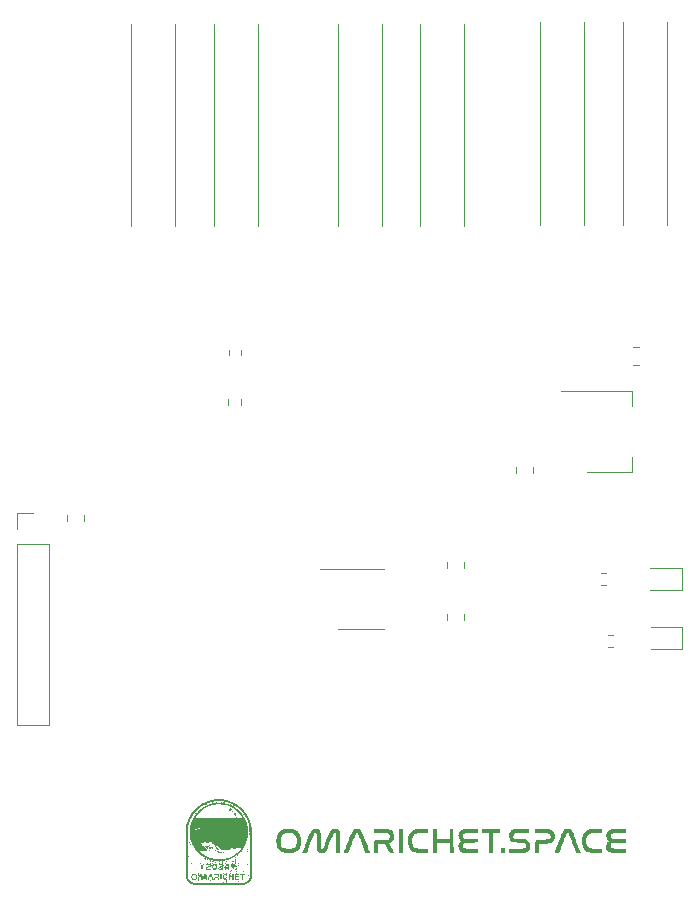
<source format=gbr>
%TF.GenerationSoftware,KiCad,Pcbnew,(6.0.7)*%
%TF.CreationDate,2023-02-23T14:58:51+03:00*%
%TF.ProjectId,Omarichet EPS Stack,4f6d6172-6963-4686-9574-204550532053,rev?*%
%TF.SameCoordinates,Original*%
%TF.FileFunction,Legend,Top*%
%TF.FilePolarity,Positive*%
%FSLAX46Y46*%
G04 Gerber Fmt 4.6, Leading zero omitted, Abs format (unit mm)*
G04 Created by KiCad (PCBNEW (6.0.7)) date 2023-02-23 14:58:51*
%MOMM*%
%LPD*%
G01*
G04 APERTURE LIST*
%ADD10C,0.120000*%
G04 APERTURE END LIST*
D10*
%TO.C,J1*%
X114750000Y-68620000D02*
X114750000Y-51490000D01*
X111030000Y-68620000D02*
X111030000Y-51490000D01*
X121750000Y-68620000D02*
X121750000Y-51490000D01*
X118030000Y-68620000D02*
X118030000Y-51490000D01*
%TO.C,J2*%
X104050000Y-95515000D02*
X104050000Y-110815000D01*
X101390000Y-110815000D02*
X104050000Y-110815000D01*
X101390000Y-95515000D02*
X101390000Y-110815000D01*
X101390000Y-95515000D02*
X104050000Y-95515000D01*
X101390000Y-94245000D02*
X101390000Y-92915000D01*
X101390000Y-92915000D02*
X102720000Y-92915000D01*
%TO.C,C3*%
X137745000Y-101478748D02*
X137745000Y-102001252D01*
X139215000Y-101478748D02*
X139215000Y-102001252D01*
%TO.C,U1*%
X153410000Y-89410000D02*
X153410000Y-88150000D01*
X149650000Y-89410000D02*
X153410000Y-89410000D01*
X147400000Y-82590000D02*
X153410000Y-82590000D01*
X153410000Y-82590000D02*
X153410000Y-83850000D01*
%TO.C,D1*%
X157622500Y-97540000D02*
X154937500Y-97540000D01*
X154937500Y-99460000D02*
X157622500Y-99460000D01*
X157622500Y-99460000D02*
X157622500Y-97540000D01*
%TO.C,C5*%
X143595000Y-89018748D02*
X143595000Y-89541252D01*
X145065000Y-89018748D02*
X145065000Y-89541252D01*
%TO.C,C1*%
X107065000Y-93048748D02*
X107065000Y-93571252D01*
X105595000Y-93048748D02*
X105595000Y-93571252D01*
%TO.C,G\u002A\u002A\u002A*%
G36*
X132166981Y-119656894D02*
G01*
X132375816Y-119657535D01*
X132543822Y-119659866D01*
X132677070Y-119664644D01*
X132781630Y-119672629D01*
X132863571Y-119684580D01*
X132928962Y-119701254D01*
X132983873Y-119723410D01*
X133034374Y-119751808D01*
X133059692Y-119768464D01*
X133159975Y-119863823D01*
X133233097Y-119989664D01*
X133276601Y-120136594D01*
X133288031Y-120295221D01*
X133264932Y-120456154D01*
X133251461Y-120501805D01*
X133207076Y-120596127D01*
X133141289Y-120689707D01*
X133064793Y-120770520D01*
X132988278Y-120826538D01*
X132948227Y-120842898D01*
X132903638Y-120861724D01*
X132888173Y-120880975D01*
X132899481Y-120907730D01*
X132930892Y-120967984D01*
X132978632Y-121054862D01*
X133038927Y-121161485D01*
X133102342Y-121271277D01*
X133171402Y-121389734D01*
X133232321Y-121494268D01*
X133281148Y-121578097D01*
X133313933Y-121634436D01*
X133326533Y-121656163D01*
X133309658Y-121664122D01*
X133256002Y-121670204D01*
X133175683Y-121673457D01*
X133139964Y-121673753D01*
X132943374Y-121673753D01*
X132714034Y-121286773D01*
X132484694Y-120899792D01*
X131903131Y-120899792D01*
X131903131Y-121673753D01*
X131551330Y-121673753D01*
X131551676Y-121210549D01*
X131552503Y-121034588D01*
X131555643Y-120899187D01*
X131562533Y-120798008D01*
X131574606Y-120724712D01*
X131593298Y-120672962D01*
X131620043Y-120636418D01*
X131656278Y-120608742D01*
X131692377Y-120589071D01*
X131726022Y-120575097D01*
X131768138Y-120564633D01*
X131825534Y-120557195D01*
X131905023Y-120552302D01*
X132013413Y-120549471D01*
X132157516Y-120548221D01*
X132272152Y-120548028D01*
X132770166Y-120547991D01*
X132843909Y-120482102D01*
X132893158Y-120427749D01*
X132918910Y-120365208D01*
X132929028Y-120297824D01*
X132932784Y-120222155D01*
X132921378Y-120170703D01*
X132888206Y-120121567D01*
X132869340Y-120099863D01*
X132798277Y-120020291D01*
X132174803Y-120013334D01*
X131551330Y-120006377D01*
X131551330Y-119656763D01*
X132166981Y-119656894D01*
G37*
G36*
X123329326Y-120461129D02*
G01*
X123361683Y-120284265D01*
X123419225Y-120119164D01*
X123426548Y-120102550D01*
X123515923Y-119951906D01*
X123637204Y-119831534D01*
X123795636Y-119736258D01*
X123799992Y-119734212D01*
X123852486Y-119710487D01*
X123898762Y-119693289D01*
X123947619Y-119681569D01*
X124007857Y-119674279D01*
X124088275Y-119670369D01*
X124197674Y-119668789D01*
X124344854Y-119668490D01*
X124351146Y-119668490D01*
X124538379Y-119670272D01*
X124686747Y-119677082D01*
X124804206Y-119691121D01*
X124898714Y-119714586D01*
X124978226Y-119749677D01*
X125050699Y-119798592D01*
X125124090Y-119863530D01*
X125150378Y-119889362D01*
X125240909Y-119990787D01*
X125307216Y-120094140D01*
X125353049Y-120209716D01*
X125382156Y-120347811D01*
X125398287Y-120518720D01*
X125401159Y-120578000D01*
X125402534Y-120792929D01*
X125386684Y-120972147D01*
X125352342Y-121124051D01*
X125299176Y-121255207D01*
X125197760Y-121404823D01*
X125061795Y-121524253D01*
X124894533Y-121611080D01*
X124768414Y-121649390D01*
X124689117Y-121660625D01*
X124575969Y-121667621D01*
X124441822Y-121670515D01*
X124299528Y-121669441D01*
X124161939Y-121664535D01*
X124041906Y-121655933D01*
X123952281Y-121643768D01*
X123937980Y-121640642D01*
X123757429Y-121575300D01*
X123607451Y-121474635D01*
X123488394Y-121339195D01*
X123400603Y-121169528D01*
X123344428Y-120966182D01*
X123320216Y-120729705D01*
X123320097Y-120722156D01*
X123675570Y-120722156D01*
X123676117Y-120734097D01*
X123696372Y-120915538D01*
X123738871Y-121058210D01*
X123805861Y-121165776D01*
X123899586Y-121241897D01*
X124016260Y-121288644D01*
X124118349Y-121306905D01*
X124248750Y-121317245D01*
X124391703Y-121319710D01*
X124531444Y-121314344D01*
X124652213Y-121301190D01*
X124719473Y-121286657D01*
X124849643Y-121225300D01*
X124949125Y-121129131D01*
X125014795Y-121001292D01*
X125020161Y-120984289D01*
X125041739Y-120873354D01*
X125052326Y-120735150D01*
X125051943Y-120588003D01*
X125040610Y-120450240D01*
X125019433Y-120343776D01*
X124962938Y-120226186D01*
X124873973Y-120125444D01*
X124764666Y-120053722D01*
X124710470Y-120033709D01*
X124624895Y-120018836D01*
X124508766Y-120010473D01*
X124376280Y-120008382D01*
X124241634Y-120012326D01*
X124119028Y-120022068D01*
X124022658Y-120037370D01*
X123992501Y-120045708D01*
X123870132Y-120109877D01*
X123777472Y-120209133D01*
X123714303Y-120343951D01*
X123680408Y-120514801D01*
X123675570Y-120722156D01*
X123320097Y-120722156D01*
X123319197Y-120665258D01*
X123329326Y-120461129D01*
G37*
G36*
X140416704Y-120008564D02*
G01*
X139863231Y-120008564D01*
X139665331Y-120009338D01*
X139508860Y-120012313D01*
X139388353Y-120018466D01*
X139298350Y-120028774D01*
X139233386Y-120044216D01*
X139188000Y-120065770D01*
X139156729Y-120094412D01*
X139134110Y-120131120D01*
X139130019Y-120139791D01*
X139103163Y-120243840D01*
X139115716Y-120339910D01*
X139163949Y-120418624D01*
X139244137Y-120470602D01*
X139264037Y-120477064D01*
X139312078Y-120483980D01*
X139398959Y-120490117D01*
X139516614Y-120495161D01*
X139656978Y-120498802D01*
X139811986Y-120500729D01*
X139883140Y-120500954D01*
X140416704Y-120501085D01*
X140416704Y-120800666D01*
X139843377Y-120809513D01*
X139663603Y-120812511D01*
X139524599Y-120815633D01*
X139420229Y-120819430D01*
X139344357Y-120824455D01*
X139290848Y-120831261D01*
X139253568Y-120840399D01*
X139226381Y-120852422D01*
X139204273Y-120867049D01*
X139124671Y-120947117D01*
X139090644Y-121036621D01*
X139100705Y-121134860D01*
X139117641Y-121185102D01*
X139138504Y-121224727D01*
X139168704Y-121255078D01*
X139213653Y-121277501D01*
X139278764Y-121293339D01*
X139369448Y-121303938D01*
X139491117Y-121310641D01*
X139649182Y-121314792D01*
X139836233Y-121317576D01*
X140416704Y-121324925D01*
X140416704Y-121673753D01*
X139824507Y-121671397D01*
X139657307Y-121669929D01*
X139501179Y-121667050D01*
X139363684Y-121663018D01*
X139252380Y-121658092D01*
X139174826Y-121652529D01*
X139143597Y-121648152D01*
X138990753Y-121591330D01*
X138871098Y-121502053D01*
X138786598Y-121382869D01*
X138739219Y-121236328D01*
X138729222Y-121110872D01*
X138750190Y-120955326D01*
X138810015Y-120825525D01*
X138888152Y-120738565D01*
X138980784Y-120659425D01*
X138880327Y-120562665D01*
X138790339Y-120446748D01*
X138739973Y-120316965D01*
X138727216Y-120181057D01*
X138750057Y-120046769D01*
X138806485Y-119921842D01*
X138894488Y-119814021D01*
X139012055Y-119731047D01*
X139106175Y-119693267D01*
X139156752Y-119681223D01*
X139221302Y-119671984D01*
X139305939Y-119665239D01*
X139416776Y-119660675D01*
X139559927Y-119657983D01*
X139741505Y-119656850D01*
X139822900Y-119656763D01*
X140416704Y-119656763D01*
X140416704Y-120008564D01*
G37*
G36*
X134037388Y-121673753D02*
G01*
X133709040Y-121673753D01*
X133709040Y-119656763D01*
X134037388Y-119656763D01*
X134037388Y-121673753D01*
G37*
G36*
X148153033Y-119640704D02*
G01*
X148269854Y-119695409D01*
X148328590Y-119746569D01*
X148345984Y-119778157D01*
X148377953Y-119848823D01*
X148422529Y-119953750D01*
X148477748Y-120088123D01*
X148541644Y-120247124D01*
X148612250Y-120425938D01*
X148687600Y-120619749D01*
X148729265Y-120728149D01*
X149086770Y-121662026D01*
X148899301Y-121668898D01*
X148809337Y-121669935D01*
X148737975Y-121666552D01*
X148697742Y-121659465D01*
X148693988Y-121657171D01*
X148681947Y-121631621D01*
X148655564Y-121567128D01*
X148616788Y-121468736D01*
X148567571Y-121341487D01*
X148509863Y-121190425D01*
X148445617Y-121020593D01*
X148378322Y-120841158D01*
X148309307Y-120657277D01*
X148244656Y-120486755D01*
X148186365Y-120334727D01*
X148136432Y-120206326D01*
X148096850Y-120106685D01*
X148069617Y-120040940D01*
X148056903Y-120014427D01*
X148011670Y-119989487D01*
X147952916Y-119988709D01*
X147906667Y-120012092D01*
X147904730Y-120014427D01*
X147890646Y-120043044D01*
X147861935Y-120109670D01*
X147820934Y-120208584D01*
X147769982Y-120334065D01*
X147711417Y-120480392D01*
X147647578Y-120641841D01*
X147629180Y-120688712D01*
X147561108Y-120862158D01*
X147495014Y-121030081D01*
X147433845Y-121185034D01*
X147380545Y-121319572D01*
X147338059Y-121426248D01*
X147309332Y-121497617D01*
X147306842Y-121503716D01*
X147237258Y-121673753D01*
X146843308Y-121673753D01*
X146883027Y-121574076D01*
X147014675Y-121243478D01*
X147130103Y-120953626D01*
X147230689Y-120701785D01*
X147317811Y-120485220D01*
X147392845Y-120301195D01*
X147457171Y-120146977D01*
X147512165Y-120019830D01*
X147559206Y-119917019D01*
X147599671Y-119835809D01*
X147634937Y-119773465D01*
X147666383Y-119727253D01*
X147695386Y-119694438D01*
X147723324Y-119672283D01*
X147751574Y-119658056D01*
X147781515Y-119649020D01*
X147814523Y-119642441D01*
X147851977Y-119635584D01*
X147860381Y-119633885D01*
X148013810Y-119619539D01*
X148153033Y-119640704D01*
G37*
G36*
X126783845Y-119642352D02*
G01*
X126900397Y-119689581D01*
X126990898Y-119761598D01*
X127007702Y-119782785D01*
X127022404Y-119804962D01*
X127034185Y-119829352D01*
X127043484Y-119861325D01*
X127050737Y-119906255D01*
X127056383Y-119969513D01*
X127060858Y-120056471D01*
X127064601Y-120172502D01*
X127068048Y-120322977D01*
X127071637Y-120513269D01*
X127072882Y-120583171D01*
X127076204Y-120762737D01*
X127079510Y-120926499D01*
X127082663Y-121068767D01*
X127085525Y-121183850D01*
X127087960Y-121266058D01*
X127089832Y-121309700D01*
X127090472Y-121315264D01*
X127112251Y-121328898D01*
X127142097Y-121345406D01*
X127168624Y-121357050D01*
X127193540Y-121359974D01*
X127218472Y-121350916D01*
X127245047Y-121326618D01*
X127274892Y-121283818D01*
X127309635Y-121219257D01*
X127350901Y-121129675D01*
X127400319Y-121011811D01*
X127459514Y-120862405D01*
X127530115Y-120678198D01*
X127613747Y-120455928D01*
X127695899Y-120235706D01*
X127768220Y-120050109D01*
X127833624Y-119905268D01*
X127896562Y-119796427D01*
X127961483Y-119718835D01*
X128032837Y-119667737D01*
X128115074Y-119638379D01*
X128212644Y-119626007D01*
X128267859Y-119624706D01*
X128419810Y-119642054D01*
X128542436Y-119693004D01*
X128633154Y-119775914D01*
X128689378Y-119889142D01*
X128690579Y-119893250D01*
X128696127Y-119935941D01*
X128701134Y-120020168D01*
X128705468Y-120140561D01*
X128708997Y-120291752D01*
X128711589Y-120468372D01*
X128713112Y-120665051D01*
X128713473Y-120823414D01*
X128713473Y-121673753D01*
X128361672Y-121673753D01*
X128361672Y-120854560D01*
X128361454Y-120633525D01*
X128360665Y-120454749D01*
X128359106Y-120313585D01*
X128356578Y-120205387D01*
X128352878Y-120125508D01*
X128347809Y-120069303D01*
X128341169Y-120032124D01*
X128332759Y-120009326D01*
X128324817Y-119998512D01*
X128281631Y-119968608D01*
X128256132Y-119961657D01*
X128236194Y-119963403D01*
X128217288Y-119971132D01*
X128197706Y-119988580D01*
X128175742Y-120019484D01*
X128149688Y-120067579D01*
X128117839Y-120136602D01*
X128078486Y-120230290D01*
X128029923Y-120352379D01*
X127970443Y-120506605D01*
X127898340Y-120696705D01*
X127811906Y-120926414D01*
X127795842Y-120969197D01*
X127726146Y-121152228D01*
X127668437Y-121296399D01*
X127619681Y-121407289D01*
X127576846Y-121490475D01*
X127536897Y-121551535D01*
X127496803Y-121596046D01*
X127453530Y-121629587D01*
X127428507Y-121644688D01*
X127313949Y-121686418D01*
X127180460Y-121700461D01*
X127046304Y-121687031D01*
X126929747Y-121646339D01*
X126916274Y-121638720D01*
X126869928Y-121609430D01*
X126832641Y-121579476D01*
X126803383Y-121543620D01*
X126781122Y-121496626D01*
X126764825Y-121433256D01*
X126753463Y-121348274D01*
X126746002Y-121236443D01*
X126741412Y-121092525D01*
X126738661Y-120911284D01*
X126737036Y-120728760D01*
X126735079Y-120518650D01*
X126732387Y-120350743D01*
X126728284Y-120220332D01*
X126722095Y-120122713D01*
X126713142Y-120053181D01*
X126700752Y-120007031D01*
X126684248Y-119979558D01*
X126662956Y-119966057D01*
X126636198Y-119961824D01*
X126626886Y-119961657D01*
X126609822Y-119962694D01*
X126593556Y-119967838D01*
X126576797Y-119980136D01*
X126558253Y-120002638D01*
X126536634Y-120038392D01*
X126510649Y-120090446D01*
X126479005Y-120161848D01*
X126440413Y-120255647D01*
X126393579Y-120374892D01*
X126337214Y-120522630D01*
X126270027Y-120701911D01*
X126190725Y-120915782D01*
X126098017Y-121167293D01*
X125990613Y-121459491D01*
X125978676Y-121491989D01*
X125911911Y-121673753D01*
X125528955Y-121673753D01*
X125703444Y-121210549D01*
X125769621Y-121034190D01*
X125843159Y-120837074D01*
X125917691Y-120636347D01*
X125986846Y-120449150D01*
X126032363Y-120325184D01*
X126100725Y-120142587D01*
X126158640Y-119999172D01*
X126209325Y-119889248D01*
X126255995Y-119807126D01*
X126301867Y-119747114D01*
X126350156Y-119703522D01*
X126401495Y-119671982D01*
X126522034Y-119631293D01*
X126653605Y-119622169D01*
X126783845Y-119642352D01*
G37*
G36*
X152940804Y-120008564D02*
G01*
X152388897Y-120008564D01*
X152189168Y-120009420D01*
X152030934Y-120012545D01*
X151908803Y-120018772D01*
X151817386Y-120028932D01*
X151751291Y-120043859D01*
X151705129Y-120064387D01*
X151673508Y-120091347D01*
X151652757Y-120122303D01*
X151631635Y-120196150D01*
X151629909Y-120285830D01*
X151646693Y-120367958D01*
X151663287Y-120401141D01*
X151691224Y-120431212D01*
X151731596Y-120454785D01*
X151789772Y-120472591D01*
X151871121Y-120485362D01*
X151981011Y-120493828D01*
X152124810Y-120498719D01*
X152307886Y-120500766D01*
X152396585Y-120500954D01*
X152919494Y-120501085D01*
X152912559Y-120654841D01*
X152905624Y-120808598D01*
X152354470Y-120813452D01*
X152157562Y-120815831D01*
X152002134Y-120819988D01*
X151882761Y-120827245D01*
X151794017Y-120838928D01*
X151730477Y-120856361D01*
X151686716Y-120880868D01*
X151657310Y-120913773D01*
X151636833Y-120956401D01*
X151625290Y-120991451D01*
X151610523Y-121059639D01*
X151617800Y-121116132D01*
X151641979Y-121173078D01*
X151665606Y-121215429D01*
X151694068Y-121248755D01*
X151732923Y-121274146D01*
X151787732Y-121292690D01*
X151864052Y-121305475D01*
X151967444Y-121313590D01*
X152103466Y-121318124D01*
X152277677Y-121320165D01*
X152395513Y-121320629D01*
X152940804Y-121321953D01*
X152940804Y-121673753D01*
X152348607Y-121672170D01*
X152118607Y-121670212D01*
X151931300Y-121665713D01*
X151787822Y-121658721D01*
X151689309Y-121649287D01*
X151649709Y-121641810D01*
X151494381Y-121580215D01*
X151374210Y-121488265D01*
X151304724Y-121396135D01*
X151268388Y-121325864D01*
X151249079Y-121259450D01*
X151242169Y-121176739D01*
X151241921Y-121122599D01*
X151252023Y-120989419D01*
X151283746Y-120886274D01*
X151343367Y-120798872D01*
X151413294Y-120732419D01*
X151504358Y-120655966D01*
X151416044Y-120591991D01*
X151329181Y-120503720D01*
X151275746Y-120387493D01*
X151254642Y-120240303D01*
X151255890Y-120153786D01*
X151277389Y-120008378D01*
X151327041Y-119895412D01*
X151410476Y-119806187D01*
X151526543Y-119735297D01*
X151662595Y-119668490D01*
X152301700Y-119661248D01*
X152940804Y-119654006D01*
X152940804Y-120008564D01*
G37*
G36*
X142668228Y-121673753D02*
G01*
X142339881Y-121673753D01*
X142339881Y-121275046D01*
X142668228Y-121275046D01*
X142668228Y-121673753D01*
G37*
G36*
X144685218Y-120008564D02*
G01*
X144121172Y-120008564D01*
X143925151Y-120009221D01*
X143770480Y-120011785D01*
X143651612Y-120017143D01*
X143563001Y-120026180D01*
X143499101Y-120039785D01*
X143454367Y-120058843D01*
X143423251Y-120084243D01*
X143400208Y-120116870D01*
X143395978Y-120124532D01*
X143371932Y-120214233D01*
X143382525Y-120311802D01*
X143425304Y-120396393D01*
X143428409Y-120400100D01*
X143484988Y-120465905D01*
X143942360Y-120478747D01*
X144100139Y-120483389D01*
X144219043Y-120487953D01*
X144307087Y-120493554D01*
X144372287Y-120501305D01*
X144422659Y-120512320D01*
X144466219Y-120527713D01*
X144510984Y-120548596D01*
X144535830Y-120561193D01*
X144659196Y-120641999D01*
X144745351Y-120742238D01*
X144798212Y-120868461D01*
X144821694Y-121027222D01*
X144822383Y-121040684D01*
X144812632Y-121220065D01*
X144766560Y-121371819D01*
X144685215Y-121494284D01*
X144569642Y-121585797D01*
X144446758Y-121637566D01*
X144398566Y-121649039D01*
X144336628Y-121657949D01*
X144255146Y-121664574D01*
X144148321Y-121669188D01*
X144010352Y-121672065D01*
X143835441Y-121673483D01*
X143684193Y-121673753D01*
X143043482Y-121673753D01*
X143043482Y-121324074D01*
X143686600Y-121317150D01*
X143876807Y-121315027D01*
X144025765Y-121312897D01*
X144139129Y-121310251D01*
X144222553Y-121306578D01*
X144281693Y-121301369D01*
X144322204Y-121294112D01*
X144349740Y-121284299D01*
X144369956Y-121271418D01*
X144388507Y-121254959D01*
X144389842Y-121253705D01*
X144447213Y-121169839D01*
X144468438Y-121069106D01*
X144450064Y-120968655D01*
X144426467Y-120922967D01*
X144394177Y-120887538D01*
X144347140Y-120860791D01*
X144279305Y-120841148D01*
X144184621Y-120827034D01*
X144057036Y-120816870D01*
X143890498Y-120809081D01*
X143829188Y-120806873D01*
X143645210Y-120799040D01*
X143501253Y-120788441D01*
X143390440Y-120773166D01*
X143305894Y-120751303D01*
X143240736Y-120720942D01*
X143188089Y-120680174D01*
X143141076Y-120627088D01*
X143130166Y-120612705D01*
X143060776Y-120482741D01*
X143023505Y-120330960D01*
X143019443Y-120170722D01*
X143049679Y-120015387D01*
X143075952Y-119948081D01*
X143115475Y-119871909D01*
X143159367Y-119810121D01*
X143212752Y-119761246D01*
X143280754Y-119723814D01*
X143368495Y-119696356D01*
X143481099Y-119677402D01*
X143623691Y-119665482D01*
X143801392Y-119659125D01*
X144019327Y-119656863D01*
X144091414Y-119656763D01*
X144685218Y-119656763D01*
X144685218Y-120008564D01*
G37*
G36*
X146258242Y-119661102D02*
G01*
X146343044Y-119664123D01*
X146407368Y-119669477D01*
X146457819Y-119677547D01*
X146501004Y-119688712D01*
X146543527Y-119703355D01*
X146546418Y-119704434D01*
X146686634Y-119779104D01*
X146791700Y-119884553D01*
X146861005Y-120019819D01*
X146893938Y-120183943D01*
X146896790Y-120254824D01*
X146877784Y-120434556D01*
X146821124Y-120589658D01*
X146728011Y-120717204D01*
X146694042Y-120748894D01*
X146627125Y-120799761D01*
X146555912Y-120838167D01*
X146472715Y-120865715D01*
X146369849Y-120884011D01*
X146239626Y-120894656D01*
X146074359Y-120899256D01*
X145970896Y-120899792D01*
X145576446Y-120899792D01*
X145576446Y-121673753D01*
X145197671Y-121673753D01*
X145205295Y-121209436D01*
X145208925Y-121019792D01*
X145216256Y-120870369D01*
X145232359Y-120756375D01*
X145262305Y-120673016D01*
X145311166Y-120615502D01*
X145384014Y-120579038D01*
X145485920Y-120558831D01*
X145621955Y-120550090D01*
X145797190Y-120548021D01*
X145905204Y-120547991D01*
X146080692Y-120547048D01*
X146215638Y-120543344D01*
X146316386Y-120535569D01*
X146389279Y-120522412D01*
X146440659Y-120502561D01*
X146476871Y-120474706D01*
X146504256Y-120437535D01*
X146512745Y-120422428D01*
X146537843Y-120340553D01*
X146542589Y-120242769D01*
X146526719Y-120153589D01*
X146515891Y-120128279D01*
X146492731Y-120093374D01*
X146461288Y-120065887D01*
X146416160Y-120044957D01*
X146351946Y-120029725D01*
X146263243Y-120019331D01*
X146144650Y-120012915D01*
X145990766Y-120009617D01*
X145796189Y-120008578D01*
X145763799Y-120008564D01*
X145199137Y-120008564D01*
X145212919Y-119668490D01*
X145814915Y-119662235D01*
X146000783Y-119660539D01*
X146146357Y-119660035D01*
X146258242Y-119661102D01*
G37*
G36*
X150900361Y-120005227D02*
G01*
X150401977Y-120012759D01*
X150230620Y-120015859D01*
X150099512Y-120019682D01*
X150001996Y-120024795D01*
X149931413Y-120031764D01*
X149881106Y-120041153D01*
X149844417Y-120053530D01*
X149828120Y-120061548D01*
X149722833Y-120137197D01*
X149646055Y-120236054D01*
X149595533Y-120363260D01*
X149569015Y-120523954D01*
X149563519Y-120665258D01*
X149574785Y-120857686D01*
X149609662Y-121012194D01*
X149669765Y-121132290D01*
X149756710Y-121221484D01*
X149842457Y-121271088D01*
X149883119Y-121284820D01*
X149940224Y-121295513D01*
X150020159Y-121303682D01*
X150129310Y-121309848D01*
X150274063Y-121314528D01*
X150413703Y-121317443D01*
X150900361Y-121326052D01*
X150900361Y-121673753D01*
X150413703Y-121671656D01*
X150213577Y-121669147D01*
X150048699Y-121663611D01*
X149922566Y-121655234D01*
X149838675Y-121644202D01*
X149821506Y-121640192D01*
X149636045Y-121566497D01*
X149481124Y-121457836D01*
X149358529Y-121315782D01*
X149277527Y-121161229D01*
X149256806Y-121104690D01*
X149242247Y-121049158D01*
X149232795Y-120984753D01*
X149227394Y-120901592D01*
X149224986Y-120789794D01*
X149224505Y-120665258D01*
X149225162Y-120522078D01*
X149227864Y-120415808D01*
X149233708Y-120336463D01*
X149243790Y-120274056D01*
X149259208Y-120218601D01*
X149279578Y-120163806D01*
X149362237Y-120009688D01*
X149475484Y-119874680D01*
X149589107Y-119784409D01*
X149659786Y-119744004D01*
X149732782Y-119712872D01*
X149815380Y-119689885D01*
X149914864Y-119673912D01*
X150038521Y-119663823D01*
X150193633Y-119658488D01*
X150387486Y-119656779D01*
X150412097Y-119656763D01*
X150900361Y-119656763D01*
X150900361Y-120005227D01*
G37*
G36*
X142269521Y-120008564D02*
G01*
X141659733Y-120008564D01*
X141659733Y-121673753D01*
X141307932Y-121673753D01*
X141307932Y-120008564D01*
X140721598Y-120008564D01*
X140721598Y-119656763D01*
X142269521Y-119656763D01*
X142269521Y-120008564D01*
G37*
G36*
X138307066Y-119668490D02*
G01*
X138312347Y-120671122D01*
X138317628Y-121673753D01*
X137977554Y-121673753D01*
X137977554Y-120829432D01*
X136945606Y-120829432D01*
X136945606Y-121673753D01*
X136570352Y-121673753D01*
X136570352Y-119656763D01*
X136945606Y-119656763D01*
X136945606Y-120477631D01*
X137977554Y-120477631D01*
X137977554Y-119654708D01*
X138307066Y-119668490D01*
G37*
G36*
X135669215Y-119662138D02*
G01*
X136159918Y-119668490D01*
X136166809Y-119838527D01*
X136173699Y-120008564D01*
X135719588Y-120008564D01*
X135520991Y-120010304D01*
X135362993Y-120016267D01*
X135239389Y-120027564D01*
X135143975Y-120045307D01*
X135070545Y-120070607D01*
X135012895Y-120104576D01*
X134969956Y-120142869D01*
X134902182Y-120233565D01*
X134855561Y-120345858D01*
X134827233Y-120488439D01*
X134816912Y-120608023D01*
X134818163Y-120806286D01*
X134846293Y-120968485D01*
X134902608Y-121097881D01*
X134988418Y-121197734D01*
X135077416Y-121257606D01*
X135113865Y-121275101D01*
X135153183Y-121288480D01*
X135202562Y-121298521D01*
X135269194Y-121306003D01*
X135360271Y-121311705D01*
X135482983Y-121316403D01*
X135644522Y-121320877D01*
X135667397Y-121321449D01*
X136159918Y-121333679D01*
X136166809Y-121503716D01*
X136173699Y-121673753D01*
X135686014Y-121672210D01*
X135488389Y-121670285D01*
X135332194Y-121665693D01*
X135212010Y-121658117D01*
X135122419Y-121647239D01*
X135069905Y-121636155D01*
X134897279Y-121573715D01*
X134758268Y-121486040D01*
X134649216Y-121368904D01*
X134566470Y-121218081D01*
X134506376Y-121029343D01*
X134493082Y-120968984D01*
X134467277Y-120767387D01*
X134467978Y-120560802D01*
X134493517Y-120360049D01*
X134542228Y-120175945D01*
X134612442Y-120019311D01*
X134647888Y-119964396D01*
X134712345Y-119891692D01*
X134793270Y-119821181D01*
X134829903Y-119795412D01*
X134903999Y-119751429D01*
X134975480Y-119717707D01*
X135051904Y-119693045D01*
X135140828Y-119676244D01*
X135249810Y-119666103D01*
X135386407Y-119661423D01*
X135558176Y-119661003D01*
X135669215Y-119662138D01*
G37*
G36*
X130271147Y-119632900D02*
G01*
X130330772Y-119647078D01*
X130381377Y-119665661D01*
X130425920Y-119693281D01*
X130467359Y-119734572D01*
X130508654Y-119794165D01*
X130552762Y-119876694D01*
X130602642Y-119986789D01*
X130661254Y-120129085D01*
X130731555Y-120308213D01*
X130775976Y-120423334D01*
X130844408Y-120601160D01*
X130912934Y-120779143D01*
X130978123Y-120948383D01*
X131036548Y-121099980D01*
X131084779Y-121225036D01*
X131117677Y-121310226D01*
X131170640Y-121445657D01*
X131207657Y-121542851D01*
X131227605Y-121608071D01*
X131229360Y-121647584D01*
X131211799Y-121667655D01*
X131173796Y-121674550D01*
X131114228Y-121674533D01*
X131052465Y-121673753D01*
X130855333Y-121673753D01*
X130541897Y-120840416D01*
X130460247Y-120624048D01*
X130392951Y-120447693D01*
X130338254Y-120307309D01*
X130294402Y-120198856D01*
X130259640Y-120118291D01*
X130232216Y-120061573D01*
X130210374Y-120024660D01*
X130192359Y-120003512D01*
X130176419Y-119994087D01*
X130174264Y-119993475D01*
X130117876Y-119993818D01*
X130085903Y-120008225D01*
X130071675Y-120034078D01*
X130042706Y-120097620D01*
X130001419Y-120192888D01*
X129950239Y-120313921D01*
X129891591Y-120454753D01*
X129827899Y-120609423D01*
X129761588Y-120771968D01*
X129695081Y-120936423D01*
X129630805Y-121096827D01*
X129571182Y-121247216D01*
X129518637Y-121381627D01*
X129475596Y-121494097D01*
X129444481Y-121578663D01*
X129430186Y-121620983D01*
X129418876Y-121646753D01*
X129397736Y-121662422D01*
X129356663Y-121670478D01*
X129285558Y-121673412D01*
X129216140Y-121673753D01*
X129126440Y-121672511D01*
X129057974Y-121669200D01*
X129021555Y-121664439D01*
X129018366Y-121662410D01*
X129026621Y-121637680D01*
X129049262Y-121577704D01*
X129083106Y-121490731D01*
X129124971Y-121385007D01*
X129138304Y-121351653D01*
X129180051Y-121247004D01*
X129235117Y-121108327D01*
X129299689Y-120945261D01*
X129369952Y-120767444D01*
X129442095Y-120584514D01*
X129502180Y-120431865D01*
X129567427Y-120268595D01*
X129629831Y-120117412D01*
X129686676Y-119984514D01*
X129735249Y-119876096D01*
X129772835Y-119798355D01*
X129796718Y-119757489D01*
X129798540Y-119755352D01*
X129907215Y-119672273D01*
X130040011Y-119627034D01*
X130191511Y-119621041D01*
X130271147Y-119632900D01*
G37*
%TO.C,U2*%
X130480000Y-97620000D02*
X132430000Y-97620000D01*
X130480000Y-102740000D02*
X132430000Y-102740000D01*
X130480000Y-97620000D02*
X127030000Y-97620000D01*
X130480000Y-102740000D02*
X128530000Y-102740000D01*
%TO.C,C4*%
X154051252Y-78875000D02*
X153528748Y-78875000D01*
X154051252Y-80345000D02*
X153528748Y-80345000D01*
%TO.C,G\u002A\u002A\u002A*%
G36*
X117216399Y-123112426D02*
G01*
X117215327Y-123117071D01*
X117211191Y-123117635D01*
X117204760Y-123114776D01*
X117205982Y-123112426D01*
X117215254Y-123111491D01*
X117216399Y-123112426D01*
G37*
G36*
X116000179Y-120465128D02*
G01*
X115996272Y-120469034D01*
X115992366Y-120465128D01*
X115996272Y-120461221D01*
X116000179Y-120465128D01*
G37*
G36*
X116461134Y-121912169D02*
G01*
X116474674Y-121917364D01*
X116474500Y-121921247D01*
X116465512Y-121922249D01*
X116452519Y-121917958D01*
X116449875Y-121915164D01*
X116452375Y-121911171D01*
X116461134Y-121912169D01*
G37*
G36*
X119569565Y-123045187D02*
G01*
X119570711Y-123050763D01*
X119568136Y-123062052D01*
X119561371Y-123058668D01*
X119559325Y-123055671D01*
X119560305Y-123045636D01*
X119562770Y-123043490D01*
X119569565Y-123045187D01*
G37*
G36*
X117185147Y-123862472D02*
G01*
X117186082Y-123871744D01*
X117185147Y-123872889D01*
X117180502Y-123871817D01*
X117179939Y-123867681D01*
X117182797Y-123861250D01*
X117185147Y-123862472D01*
G37*
G36*
X120747866Y-123964041D02*
G01*
X120748801Y-123973313D01*
X120747866Y-123974458D01*
X120743222Y-123973386D01*
X120742658Y-123969249D01*
X120745516Y-123962818D01*
X120747866Y-123964041D01*
G37*
G36*
X115912914Y-123262487D02*
G01*
X115914236Y-123266081D01*
X115907908Y-123273013D01*
X115902516Y-123273894D01*
X115892119Y-123269675D01*
X115890797Y-123266081D01*
X115897125Y-123259150D01*
X115902516Y-123258268D01*
X115912914Y-123262487D01*
G37*
G36*
X116054869Y-122941843D02*
G01*
X116050963Y-122945749D01*
X116047056Y-122941843D01*
X116050963Y-122937936D01*
X116054869Y-122941843D01*
G37*
G36*
X116468957Y-121863651D02*
G01*
X116465051Y-121867558D01*
X116461144Y-121863651D01*
X116465051Y-121859745D01*
X116468957Y-121863651D01*
G37*
G36*
X115886597Y-121904366D02*
G01*
X115906767Y-121908883D01*
X115911975Y-121912637D01*
X115902768Y-121916775D01*
X115893672Y-121919165D01*
X115875548Y-121925860D01*
X115865482Y-121933218D01*
X115861858Y-121933093D01*
X115861282Y-121920823D01*
X115864109Y-121906514D01*
X115872899Y-121902545D01*
X115886597Y-121904366D01*
G37*
G36*
X117255383Y-122903658D02*
G01*
X117254162Y-122906684D01*
X117247141Y-122914138D01*
X117245888Y-122914497D01*
X117242532Y-122908452D01*
X117242442Y-122906684D01*
X117248449Y-122899171D01*
X117250717Y-122898871D01*
X117255383Y-122903658D01*
G37*
G36*
X120609519Y-121490393D02*
G01*
X120609837Y-121492535D01*
X120607171Y-121500144D01*
X120606392Y-121500348D01*
X120599721Y-121494873D01*
X120598118Y-121492535D01*
X120598737Y-121485335D01*
X120601563Y-121484722D01*
X120609519Y-121490393D01*
G37*
G36*
X116817937Y-123018670D02*
G01*
X116816865Y-123023315D01*
X116812728Y-123023879D01*
X116806298Y-123021020D01*
X116807520Y-123018670D01*
X116816792Y-123017735D01*
X116817937Y-123018670D01*
G37*
G36*
X120951473Y-123560582D02*
G01*
X120960183Y-123566300D01*
X120967786Y-123565292D01*
X120976414Y-123563514D01*
X120972179Y-123570121D01*
X120971187Y-123571200D01*
X120963234Y-123585661D01*
X120962094Y-123600439D01*
X120967832Y-123609287D01*
X120970797Y-123609852D01*
X120976204Y-123612214D01*
X120970903Y-123619121D01*
X120966273Y-123629303D01*
X120974132Y-123642198D01*
X120974458Y-123642560D01*
X120981190Y-123653056D01*
X120978897Y-123656730D01*
X120964299Y-123659362D01*
X120959387Y-123660999D01*
X120953533Y-123660418D01*
X120950107Y-123651366D01*
X120948557Y-123631226D01*
X120948295Y-123608262D01*
X120948693Y-123582243D01*
X120949716Y-123565111D01*
X120951159Y-123559936D01*
X120951473Y-123560582D01*
G37*
G36*
X119705518Y-122405611D02*
G01*
X119705752Y-122406489D01*
X119705491Y-122419066D01*
X119694987Y-122422279D01*
X119682687Y-122419278D01*
X119680092Y-122415423D01*
X119685418Y-122405093D01*
X119690858Y-122399632D01*
X119700096Y-122395705D01*
X119705518Y-122405611D01*
G37*
G36*
X118539397Y-123715328D02*
G01*
X118535491Y-123719234D01*
X118531584Y-123715328D01*
X118535491Y-123711421D01*
X118539397Y-123715328D01*
G37*
G36*
X116031203Y-122045389D02*
G01*
X116031430Y-122047256D01*
X116025485Y-122054842D01*
X116023617Y-122055069D01*
X116016032Y-122049124D01*
X116015804Y-122047256D01*
X116021750Y-122039670D01*
X116023617Y-122039443D01*
X116031203Y-122045389D01*
G37*
G36*
X116254100Y-123357012D02*
G01*
X116264439Y-123364681D01*
X116265820Y-123368486D01*
X116260583Y-123375073D01*
X116249964Y-123372276D01*
X116247590Y-123370254D01*
X116242381Y-123359868D01*
X116248766Y-123355743D01*
X116254100Y-123357012D01*
G37*
G36*
X119567539Y-122613579D02*
G01*
X119566804Y-122617604D01*
X119556816Y-122625119D01*
X119554624Y-122625417D01*
X119547482Y-122619457D01*
X119547272Y-122617604D01*
X119553631Y-122610747D01*
X119559452Y-122609791D01*
X119567539Y-122613579D01*
G37*
G36*
X115976740Y-123863774D02*
G01*
X115972833Y-123867681D01*
X115968927Y-123863774D01*
X115972833Y-123859868D01*
X115976740Y-123863774D01*
G37*
G36*
X116148823Y-121341617D02*
G01*
X116160345Y-121351901D01*
X116175364Y-121363756D01*
X116186948Y-121367647D01*
X116195202Y-121368862D01*
X116189424Y-121374207D01*
X116187690Y-121375340D01*
X116170516Y-121382548D01*
X116156727Y-121382198D01*
X116150951Y-121374924D01*
X116151831Y-121370441D01*
X116150167Y-121355445D01*
X116142901Y-121347250D01*
X116135407Y-121339172D01*
X116137648Y-121336523D01*
X116148823Y-121341617D01*
G37*
G36*
X115951637Y-119451832D02*
G01*
X115953301Y-119460699D01*
X115950113Y-119473643D01*
X115945488Y-119476786D01*
X115938480Y-119470491D01*
X115937675Y-119465527D01*
X115942436Y-119452225D01*
X115945488Y-119449440D01*
X115951637Y-119451832D01*
G37*
G36*
X116125186Y-121926155D02*
G01*
X116121280Y-121930062D01*
X116117373Y-121926155D01*
X116121280Y-121922249D01*
X116125186Y-121926155D01*
G37*
G36*
X116437705Y-122293365D02*
G01*
X116433799Y-122297272D01*
X116429892Y-122293365D01*
X116433799Y-122289459D01*
X116437705Y-122293365D01*
G37*
G36*
X119091762Y-123345861D02*
G01*
X119094119Y-123352485D01*
X119089203Y-123359364D01*
X119079318Y-123356918D01*
X119074265Y-123351504D01*
X119072155Y-123340982D01*
X119073284Y-123339002D01*
X119082422Y-123338413D01*
X119091762Y-123345861D01*
G37*
G36*
X120641089Y-122410560D02*
G01*
X120637183Y-122414466D01*
X120633276Y-122410560D01*
X120637183Y-122406653D01*
X120641089Y-122410560D01*
G37*
G36*
X120789536Y-121027662D02*
G01*
X120785629Y-121031569D01*
X120781723Y-121027662D01*
X120785629Y-121023756D01*
X120789536Y-121027662D01*
G37*
G36*
X118612501Y-122443608D02*
G01*
X118613103Y-122450329D01*
X118608595Y-122454388D01*
X118594955Y-122460804D01*
X118590479Y-122458550D01*
X118595733Y-122450445D01*
X118607120Y-122443189D01*
X118612501Y-122443608D01*
G37*
G36*
X118987047Y-123084271D02*
G01*
X118988644Y-123086383D01*
X118988286Y-123093594D01*
X118985659Y-123094196D01*
X118974614Y-123088494D01*
X118973018Y-123086383D01*
X118973375Y-123079172D01*
X118976002Y-123078570D01*
X118987047Y-123084271D01*
G37*
G36*
X120331732Y-121611776D02*
G01*
X120339148Y-121623038D01*
X120338615Y-121628332D01*
X120326406Y-121632723D01*
X120316395Y-121622914D01*
X120315640Y-121621112D01*
X120314035Y-121607209D01*
X120321595Y-121604673D01*
X120331732Y-121611776D01*
G37*
G36*
X118286162Y-123382159D02*
G01*
X118291294Y-123394995D01*
X118293727Y-123410600D01*
X118290723Y-123412404D01*
X118279926Y-123401402D01*
X118278873Y-123400240D01*
X118267463Y-123384637D01*
X118268990Y-123376805D01*
X118276752Y-123375463D01*
X118286162Y-123382159D01*
G37*
G36*
X120310339Y-124065610D02*
G01*
X120311275Y-124074882D01*
X120310339Y-124076027D01*
X120305695Y-124074954D01*
X120305131Y-124070818D01*
X120307989Y-124064387D01*
X120310339Y-124065610D01*
G37*
G36*
X120973898Y-123727676D02*
G01*
X120982022Y-123736354D01*
X120976595Y-123741772D01*
X120971945Y-123743709D01*
X120954528Y-123749231D01*
X120947102Y-123746634D01*
X120945795Y-123738305D01*
X120949583Y-123730219D01*
X120953608Y-123730954D01*
X120960777Y-123729814D01*
X120961421Y-123726551D01*
X120964788Y-123721913D01*
X120973898Y-123727676D01*
G37*
G36*
X115916056Y-121579799D02*
G01*
X115920445Y-121583363D01*
X115925753Y-121591725D01*
X115917439Y-121594076D01*
X115915005Y-121594103D01*
X115900185Y-121590970D01*
X115895209Y-121587109D01*
X115895260Y-121579058D01*
X115904232Y-121576321D01*
X115916056Y-121579799D01*
G37*
G36*
X116812728Y-123426247D02*
G01*
X116820182Y-123433268D01*
X116820541Y-123434521D01*
X116814497Y-123437877D01*
X116812728Y-123437967D01*
X116805216Y-123431961D01*
X116804916Y-123429693D01*
X116809702Y-123425027D01*
X116812728Y-123426247D01*
G37*
G36*
X119503902Y-122571778D02*
G01*
X119517834Y-122578720D01*
X119521883Y-122584399D01*
X119521092Y-122593064D01*
X119512584Y-122592334D01*
X119500689Y-122582765D01*
X119499646Y-122581544D01*
X119493497Y-122572239D01*
X119499691Y-122571041D01*
X119503902Y-122571778D01*
G37*
G36*
X120664528Y-121121418D02*
G01*
X120660621Y-121125325D01*
X120656715Y-121121418D01*
X120660621Y-121117512D01*
X120664528Y-121121418D01*
G37*
G36*
X118007978Y-122348972D02*
G01*
X118014215Y-122360652D01*
X118009400Y-122370210D01*
X117996397Y-122373610D01*
X117982572Y-122373382D01*
X117981305Y-122366850D01*
X117984966Y-122359233D01*
X117996425Y-122347614D01*
X118007978Y-122348972D01*
G37*
G36*
X116138208Y-122307689D02*
G01*
X116139143Y-122316961D01*
X116138208Y-122318106D01*
X116133563Y-122317034D01*
X116132999Y-122312898D01*
X116135858Y-122306467D01*
X116138208Y-122307689D01*
G37*
G36*
X119648833Y-122410754D02*
G01*
X119652747Y-122414466D01*
X119653377Y-122421368D01*
X119644061Y-122420221D01*
X119633214Y-122414466D01*
X119625893Y-122408399D01*
X119632930Y-122406799D01*
X119634707Y-122406773D01*
X119648833Y-122410754D01*
G37*
G36*
X118372720Y-122573330D02*
G01*
X118371648Y-122577975D01*
X118367512Y-122578539D01*
X118361081Y-122575680D01*
X118362303Y-122573330D01*
X118371575Y-122572395D01*
X118372720Y-122573330D01*
G37*
G36*
X118764335Y-122535815D02*
G01*
X118765142Y-122544873D01*
X118769020Y-122560661D01*
X118773787Y-122566819D01*
X118781370Y-122576248D01*
X118774403Y-122584434D01*
X118762117Y-122588255D01*
X118743398Y-122587219D01*
X118733815Y-122581352D01*
X118729357Y-122572691D01*
X118736163Y-122570726D01*
X118746744Y-122564195D01*
X118755821Y-122549240D01*
X118761772Y-122535587D01*
X118764335Y-122535815D01*
G37*
G36*
X119961360Y-123973156D02*
G01*
X119957453Y-123977062D01*
X119953547Y-123973156D01*
X119957453Y-123969249D01*
X119961360Y-123973156D01*
G37*
G36*
X120794897Y-122247628D02*
G01*
X120793442Y-122250394D01*
X120786081Y-122257855D01*
X120784707Y-122258207D01*
X120784174Y-122253160D01*
X120785629Y-122250394D01*
X120792991Y-122242932D01*
X120794364Y-122242581D01*
X120794897Y-122247628D01*
G37*
G36*
X120490038Y-122120177D02*
G01*
X120488966Y-122124822D01*
X120484829Y-122125386D01*
X120478398Y-122122527D01*
X120479621Y-122120177D01*
X120488893Y-122119242D01*
X120490038Y-122120177D01*
G37*
G36*
X119914482Y-124152855D02*
G01*
X119910575Y-124156761D01*
X119906669Y-124152855D01*
X119910575Y-124148948D01*
X119914482Y-124152855D01*
G37*
G36*
X119500204Y-117609176D02*
G01*
X119503875Y-117623692D01*
X119496745Y-117632309D01*
X119492581Y-117632922D01*
X119482560Y-117627231D01*
X119480441Y-117624428D01*
X119480513Y-117612333D01*
X119484211Y-117606915D01*
X119493783Y-117602537D01*
X119500204Y-117609176D01*
G37*
G36*
X120789536Y-123301240D02*
G01*
X120785629Y-123305146D01*
X120781723Y-123301240D01*
X120785629Y-123297333D01*
X120789536Y-123301240D01*
G37*
G36*
X120825485Y-121324339D02*
G01*
X120826810Y-121329927D01*
X120816552Y-121340612D01*
X120799253Y-121338863D01*
X120792682Y-121331943D01*
X120797985Y-121324600D01*
X120812012Y-121320702D01*
X120814087Y-121320649D01*
X120825485Y-121324339D01*
G37*
G36*
X119637268Y-123178052D02*
G01*
X119636040Y-123184045D01*
X119630494Y-123194325D01*
X119628472Y-123195764D01*
X119625741Y-123189384D01*
X119625402Y-123184045D01*
X119629490Y-123173646D01*
X119632969Y-123172325D01*
X119637268Y-123178052D01*
G37*
G36*
X117047118Y-122269926D02*
G01*
X117043211Y-122273833D01*
X117039305Y-122269926D01*
X117043211Y-122266020D01*
X117047118Y-122269926D01*
G37*
G36*
X116648656Y-122894965D02*
G01*
X116644749Y-122898871D01*
X116640843Y-122894965D01*
X116644749Y-122891058D01*
X116648656Y-122894965D01*
G37*
G36*
X117849404Y-124161808D02*
G01*
X117847948Y-124164574D01*
X117840587Y-124172035D01*
X117839213Y-124172387D01*
X117838680Y-124167340D01*
X117840135Y-124164574D01*
X117847497Y-124157113D01*
X117848871Y-124156761D01*
X117849404Y-124161808D01*
G37*
G36*
X116188780Y-122536241D02*
G01*
X116194675Y-122545729D01*
X116194460Y-122557444D01*
X116188526Y-122562913D01*
X116179878Y-122556730D01*
X116177345Y-122551957D01*
X116176554Y-122538921D01*
X116183942Y-122534390D01*
X116188780Y-122536241D01*
G37*
G36*
X119467823Y-122621578D02*
G01*
X119469142Y-122624956D01*
X119463972Y-122635158D01*
X119453952Y-122637601D01*
X119450699Y-122635622D01*
X119445946Y-122624280D01*
X119454309Y-122617831D01*
X119457422Y-122617604D01*
X119467823Y-122621578D01*
G37*
G36*
X120567661Y-118385742D02*
G01*
X120567558Y-118397455D01*
X120567286Y-118397914D01*
X120556439Y-118405946D01*
X120543083Y-118398660D01*
X120539597Y-118394780D01*
X120534389Y-118384498D01*
X120542833Y-118378209D01*
X120543072Y-118378117D01*
X120557713Y-118377836D01*
X120567661Y-118385742D01*
G37*
G36*
X116476770Y-121957407D02*
G01*
X116472864Y-121961313D01*
X116468957Y-121957407D01*
X116472864Y-121953500D01*
X116476770Y-121957407D01*
G37*
G36*
X120958817Y-120987295D02*
G01*
X120957744Y-120991940D01*
X120953608Y-120992504D01*
X120947177Y-120989645D01*
X120948400Y-120987295D01*
X120957672Y-120986360D01*
X120958817Y-120987295D01*
G37*
G36*
X120297318Y-122293365D02*
G01*
X120293411Y-122297272D01*
X120289505Y-122293365D01*
X120293411Y-122289459D01*
X120297318Y-122293365D01*
G37*
G36*
X117617465Y-123254362D02*
G01*
X117613559Y-123258268D01*
X117609653Y-123254362D01*
X117613559Y-123250455D01*
X117617465Y-123254362D01*
G37*
G36*
X120085928Y-123242408D02*
G01*
X120096480Y-123250485D01*
X120105150Y-123261667D01*
X120101198Y-123267549D01*
X120100387Y-123267868D01*
X120084170Y-123269080D01*
X120080508Y-123268186D01*
X120072052Y-123258960D01*
X120071857Y-123246031D01*
X120076601Y-123240196D01*
X120085928Y-123242408D01*
G37*
G36*
X120669737Y-121745154D02*
G01*
X120670672Y-121754426D01*
X120669737Y-121755572D01*
X120665092Y-121754499D01*
X120664528Y-121750363D01*
X120667387Y-121743932D01*
X120669737Y-121745154D01*
G37*
G36*
X121052726Y-120059993D02*
G01*
X121051270Y-120062759D01*
X121043909Y-120070221D01*
X121042535Y-120070572D01*
X121042002Y-120065525D01*
X121043457Y-120062759D01*
X121050819Y-120055298D01*
X121052193Y-120054946D01*
X121052726Y-120059993D01*
G37*
G36*
X116718883Y-122967420D02*
G01*
X116718973Y-122969188D01*
X116712966Y-122976701D01*
X116710699Y-122977001D01*
X116706032Y-122972214D01*
X116707253Y-122969188D01*
X116714274Y-122961734D01*
X116715527Y-122961375D01*
X116718883Y-122967420D01*
G37*
G36*
X118406577Y-122777770D02*
G01*
X118402670Y-122781676D01*
X118398764Y-122777770D01*
X118402670Y-122773863D01*
X118406577Y-122777770D01*
G37*
G36*
X117601840Y-122746518D02*
G01*
X117597933Y-122750424D01*
X117594027Y-122746518D01*
X117597933Y-122742612D01*
X117601840Y-122746518D01*
G37*
G36*
X118927442Y-123042109D02*
G01*
X118928377Y-123051381D01*
X118927442Y-123052526D01*
X118922797Y-123051454D01*
X118922233Y-123047318D01*
X118925092Y-123040887D01*
X118927442Y-123042109D01*
G37*
G36*
X116109560Y-123473125D02*
G01*
X116105654Y-123477032D01*
X116101747Y-123473125D01*
X116105654Y-123469219D01*
X116109560Y-123473125D01*
G37*
G36*
X120211982Y-123645064D02*
G01*
X120214945Y-123653242D01*
X120208070Y-123659325D01*
X120196144Y-123657179D01*
X120192734Y-123652330D01*
X120194286Y-123642598D01*
X120199440Y-123641104D01*
X120211982Y-123645064D01*
G37*
G36*
X119466456Y-122661455D02*
G01*
X119465235Y-122664482D01*
X119458215Y-122671935D01*
X119456961Y-122672295D01*
X119453606Y-122666250D01*
X119453516Y-122664482D01*
X119459522Y-122656969D01*
X119461790Y-122656669D01*
X119466456Y-122661455D01*
G37*
G36*
X117725536Y-123940489D02*
G01*
X117733362Y-123944843D01*
X117739418Y-123951289D01*
X117732055Y-123955949D01*
X117719728Y-123954208D01*
X117716020Y-123949224D01*
X117715621Y-123939334D01*
X117725536Y-123940489D01*
G37*
G36*
X116886849Y-122503407D02*
G01*
X116896439Y-122510454D01*
X116905837Y-122523070D01*
X116902976Y-122527246D01*
X116889820Y-122521020D01*
X116887510Y-122519383D01*
X116877997Y-122509083D01*
X116877942Y-122502908D01*
X116886849Y-122503407D01*
G37*
G36*
X115851322Y-121410071D02*
G01*
X115851732Y-121413564D01*
X115856031Y-121419641D01*
X115859005Y-121418645D01*
X115869039Y-121419625D01*
X115871186Y-121422090D01*
X115869577Y-121428957D01*
X115864374Y-121430031D01*
X115850660Y-121425121D01*
X115847504Y-121421698D01*
X115845735Y-121410831D01*
X115847043Y-121408676D01*
X115851322Y-121410071D01*
G37*
G36*
X120060821Y-122324444D02*
G01*
X120060571Y-122334223D01*
X120052121Y-122343392D01*
X120042091Y-122347705D01*
X120036495Y-122339803D01*
X120032311Y-122325843D01*
X120037224Y-122321164D01*
X120047302Y-122320711D01*
X120060821Y-122324444D01*
G37*
G36*
X119848790Y-121982203D02*
G01*
X119856118Y-121989580D01*
X119855378Y-121993384D01*
X119845947Y-121999383D01*
X119834202Y-121999558D01*
X119828539Y-121993868D01*
X119834271Y-121982320D01*
X119848482Y-121982087D01*
X119848790Y-121982203D01*
G37*
G36*
X117255464Y-123065548D02*
G01*
X117254392Y-123070193D01*
X117250255Y-123070757D01*
X117243824Y-123067898D01*
X117245047Y-123065548D01*
X117254319Y-123064613D01*
X117255464Y-123065548D01*
G37*
G36*
X115906423Y-123391089D02*
G01*
X115909907Y-123404405D01*
X115900686Y-123410362D01*
X115880250Y-123408130D01*
X115877252Y-123407312D01*
X115859730Y-123403809D01*
X115851826Y-123407675D01*
X115849906Y-123413247D01*
X115846964Y-123419378D01*
X115843015Y-123410833D01*
X115842152Y-123407792D01*
X115840174Y-123395011D01*
X115846889Y-123391839D01*
X115858908Y-123393696D01*
X115878357Y-123393883D01*
X115889983Y-123388778D01*
X115899569Y-123384061D01*
X115906423Y-123391089D01*
G37*
G36*
X119062867Y-123434060D02*
G01*
X119058960Y-123437967D01*
X119055054Y-123434060D01*
X119058960Y-123430154D01*
X119062867Y-123434060D01*
G37*
G36*
X118161770Y-122823346D02*
G01*
X118162705Y-122832618D01*
X118161770Y-122833763D01*
X118157125Y-122832690D01*
X118156561Y-122828554D01*
X118159420Y-122822123D01*
X118161770Y-122823346D01*
G37*
G36*
X116287143Y-122589445D02*
G01*
X116284813Y-122592996D01*
X116276888Y-122593548D01*
X116268552Y-122591640D01*
X116272168Y-122588828D01*
X116284379Y-122587896D01*
X116287143Y-122589445D01*
G37*
G36*
X120411874Y-123990735D02*
G01*
X120412906Y-124006731D01*
X120411874Y-124010268D01*
X120409022Y-124011249D01*
X120407933Y-124000501D01*
X120409161Y-123989410D01*
X120411874Y-123990735D01*
G37*
G36*
X117960162Y-122356190D02*
G01*
X117957972Y-122366606D01*
X117950213Y-122374824D01*
X117938590Y-122379547D01*
X117934126Y-122375781D01*
X117932886Y-122362370D01*
X117943027Y-122353121D01*
X117949978Y-122351962D01*
X117960162Y-122356190D01*
G37*
G36*
X119042990Y-123416874D02*
G01*
X119038429Y-123432020D01*
X119034088Y-123444946D01*
X119038565Y-123453811D01*
X119053674Y-123459414D01*
X119081227Y-123462552D01*
X119110466Y-123463751D01*
X119176155Y-123465435D01*
X119178505Y-123510515D01*
X119180947Y-123534715D01*
X119184827Y-123548896D01*
X119188271Y-123551010D01*
X119194494Y-123553176D01*
X119195688Y-123559564D01*
X119193223Y-123568152D01*
X119185279Y-123564063D01*
X119172230Y-123560319D01*
X119144001Y-123557949D01*
X119100980Y-123556973D01*
X119053021Y-123557254D01*
X119005916Y-123558149D01*
X118971721Y-123559424D01*
X118947723Y-123561416D01*
X118931204Y-123564464D01*
X118919450Y-123568906D01*
X118909747Y-123575079D01*
X118909727Y-123575094D01*
X118886165Y-123595965D01*
X118876746Y-123612628D01*
X118881738Y-123624576D01*
X118883168Y-123625574D01*
X118897654Y-123633731D01*
X118902701Y-123636001D01*
X118906264Y-123642904D01*
X118904843Y-123645054D01*
X118895204Y-123645730D01*
X118886668Y-123640767D01*
X118875552Y-123634417D01*
X118867831Y-123640428D01*
X118867067Y-123641607D01*
X118861996Y-123656581D01*
X118860036Y-123676626D01*
X118861070Y-123696019D01*
X118864980Y-123709041D01*
X118868499Y-123711421D01*
X118872677Y-123715141D01*
X118867613Y-123723055D01*
X118862166Y-123738317D01*
X118862476Y-123759923D01*
X118867290Y-123783204D01*
X118875355Y-123803492D01*
X118885421Y-123816120D01*
X118893054Y-123817886D01*
X118898169Y-123817704D01*
X118896363Y-123818987D01*
X118895672Y-123826043D01*
X118903507Y-123837067D01*
X118915425Y-123847316D01*
X118926980Y-123852047D01*
X118927351Y-123852055D01*
X118936946Y-123847419D01*
X118937859Y-123844242D01*
X118943625Y-123836654D01*
X118945427Y-123836429D01*
X118949836Y-123842110D01*
X118948717Y-123847577D01*
X118950579Y-123854472D01*
X118963130Y-123859644D01*
X118987780Y-123863359D01*
X119025940Y-123865885D01*
X119049757Y-123866764D01*
X119072237Y-123866721D01*
X119082513Y-123863937D01*
X119083940Y-123857144D01*
X119083141Y-123854123D01*
X119083229Y-123836168D01*
X119086365Y-123828616D01*
X119092560Y-123820835D01*
X119094723Y-123826744D01*
X119094899Y-123828616D01*
X119094993Y-123846748D01*
X119094417Y-123854660D01*
X119096831Y-123864968D01*
X119109596Y-123867737D01*
X119115003Y-123867505D01*
X119147015Y-123865790D01*
X119166407Y-123867193D01*
X119176142Y-123873635D01*
X119179180Y-123887035D01*
X119178517Y-123908699D01*
X119176155Y-123949717D01*
X119110873Y-123952000D01*
X119078963Y-123953451D01*
X119059839Y-123955562D01*
X119050665Y-123959082D01*
X119048601Y-123964759D01*
X119049250Y-123968277D01*
X119047747Y-123980105D01*
X119041692Y-123982271D01*
X119033663Y-123976495D01*
X119033944Y-123968999D01*
X119033633Y-123961928D01*
X119026274Y-123957256D01*
X119008967Y-123954030D01*
X118980470Y-123951420D01*
X118945939Y-123946938D01*
X118912059Y-123939495D01*
X118888319Y-123931540D01*
X118866881Y-123923486D01*
X118851445Y-123920302D01*
X118847356Y-123921122D01*
X118845079Y-123920809D01*
X118846922Y-123916992D01*
X118846307Y-123905329D01*
X118842315Y-123901291D01*
X118822411Y-123884091D01*
X118803000Y-123860568D01*
X118788565Y-123836683D01*
X118783949Y-123823668D01*
X118782140Y-123807328D01*
X118780362Y-123779261D01*
X118778816Y-123743366D01*
X118777703Y-123703541D01*
X118777682Y-123702459D01*
X118776546Y-123664284D01*
X118774878Y-123631599D01*
X118772895Y-123607679D01*
X118770812Y-123595801D01*
X118770619Y-123595422D01*
X118772325Y-123585811D01*
X118780088Y-123579409D01*
X118793573Y-123568137D01*
X118809269Y-123549632D01*
X118813512Y-123543644D01*
X118843624Y-123511173D01*
X118884890Y-123487255D01*
X118938467Y-123471293D01*
X118961649Y-123467283D01*
X118992657Y-123462457D01*
X119011042Y-123458284D01*
X119019685Y-123453480D01*
X119021468Y-123446760D01*
X119020403Y-123441113D01*
X119021206Y-123423808D01*
X119026550Y-123415490D01*
X119038318Y-123410296D01*
X119042990Y-123416874D01*
G37*
G36*
X118531584Y-123254362D02*
G01*
X118527678Y-123258268D01*
X118523771Y-123254362D01*
X118527678Y-123250455D01*
X118531584Y-123254362D01*
G37*
G36*
X116242381Y-122723079D02*
G01*
X116238474Y-122726986D01*
X116234568Y-122723079D01*
X116238474Y-122719173D01*
X116242381Y-122723079D01*
G37*
G36*
X116367389Y-123652824D02*
G01*
X116363482Y-123656730D01*
X116359576Y-123652824D01*
X116363482Y-123648917D01*
X116367389Y-123652824D01*
G37*
G36*
X118184820Y-123375703D02*
G01*
X118189338Y-123390169D01*
X118189491Y-123391169D01*
X118191720Y-123407495D01*
X118192330Y-123414407D01*
X118192320Y-123414408D01*
X118186666Y-123410555D01*
X118183907Y-123408548D01*
X118175698Y-123396176D01*
X118174103Y-123381036D01*
X118178918Y-123372225D01*
X118184820Y-123375703D01*
G37*
G36*
X118945612Y-117406438D02*
G01*
X118950767Y-117420431D01*
X118948225Y-117434108D01*
X118938963Y-117437493D01*
X118928966Y-117429396D01*
X118926950Y-117425173D01*
X118925199Y-117410296D01*
X118926830Y-117405228D01*
X118936120Y-117399692D01*
X118945612Y-117406438D01*
G37*
G36*
X116077706Y-122364039D02*
G01*
X116078308Y-122366666D01*
X116072607Y-122377711D01*
X116070495Y-122379308D01*
X116063284Y-122378951D01*
X116062682Y-122376324D01*
X116068384Y-122365279D01*
X116070495Y-122363682D01*
X116077706Y-122364039D01*
G37*
G36*
X117814048Y-121067214D02*
G01*
X117817247Y-121081888D01*
X117818426Y-121109089D01*
X117818432Y-121121940D01*
X117818051Y-121181060D01*
X117786122Y-121206850D01*
X117759021Y-121227273D01*
X117735882Y-121241996D01*
X117719201Y-121249664D01*
X117711473Y-121248919D01*
X117711221Y-121247592D01*
X117713519Y-121239089D01*
X117719069Y-121222341D01*
X117719283Y-121221726D01*
X117734045Y-121199998D01*
X117754441Y-121188802D01*
X117771315Y-121179570D01*
X117780811Y-121168682D01*
X117781007Y-121159741D01*
X117771772Y-121156339D01*
X117769248Y-121153180D01*
X117775678Y-121148138D01*
X117787987Y-121136529D01*
X117784694Y-121125243D01*
X117771133Y-121116689D01*
X117751761Y-121113233D01*
X117727335Y-121115514D01*
X117703731Y-121122153D01*
X117686820Y-121131773D01*
X117682638Y-121137453D01*
X117673862Y-121147363D01*
X117669367Y-121148438D01*
X117667717Y-121144375D01*
X117676078Y-121134430D01*
X117691288Y-121121126D01*
X117710184Y-121106986D01*
X117729604Y-121094532D01*
X117746387Y-121086287D01*
X117747947Y-121085742D01*
X117767568Y-121080922D01*
X117781103Y-121084246D01*
X117793853Y-121094632D01*
X117806395Y-121104341D01*
X117812635Y-121105108D01*
X117812790Y-121104204D01*
X117807388Y-121092789D01*
X117801157Y-121086331D01*
X117793540Y-121073944D01*
X117799207Y-121064719D01*
X117808450Y-121062821D01*
X117814048Y-121067214D01*
G37*
G36*
X120083763Y-123198369D02*
G01*
X120084698Y-123207641D01*
X120083763Y-123208786D01*
X120079118Y-123207714D01*
X120078554Y-123203577D01*
X120081413Y-123197146D01*
X120083763Y-123198369D01*
G37*
G36*
X120781723Y-123137167D02*
G01*
X120777816Y-123141074D01*
X120773910Y-123137167D01*
X120777816Y-123133261D01*
X120781723Y-123137167D01*
G37*
G36*
X117642207Y-122442617D02*
G01*
X117648653Y-122452921D01*
X117648717Y-122453992D01*
X117643475Y-122461203D01*
X117642207Y-122461344D01*
X117636378Y-122455021D01*
X117635696Y-122449968D01*
X117639082Y-122442090D01*
X117642207Y-122442617D01*
G37*
G36*
X116781477Y-122035537D02*
G01*
X116777570Y-122039443D01*
X116773664Y-122035537D01*
X116777570Y-122031630D01*
X116781477Y-122035537D01*
G37*
G36*
X118024862Y-122864568D02*
G01*
X118027647Y-122867619D01*
X118025255Y-122873769D01*
X118016389Y-122875432D01*
X118003444Y-122872245D01*
X118000302Y-122867619D01*
X118006596Y-122860612D01*
X118011560Y-122859806D01*
X118024862Y-122864568D01*
G37*
G36*
X116528857Y-124018732D02*
G01*
X116529792Y-124028004D01*
X116528857Y-124029149D01*
X116524212Y-124028076D01*
X116523648Y-124023940D01*
X116526507Y-124017509D01*
X116528857Y-124018732D01*
G37*
G36*
X117310155Y-122995231D02*
G01*
X117309082Y-122999876D01*
X117304946Y-123000440D01*
X117298515Y-122997581D01*
X117299738Y-122995231D01*
X117309010Y-122994296D01*
X117310155Y-122995231D01*
G37*
G36*
X120082298Y-123005693D02*
G01*
X120081380Y-123012159D01*
X120076280Y-123022425D01*
X120074648Y-123023879D01*
X120070356Y-123017795D01*
X120067916Y-123012159D01*
X120069078Y-123002071D01*
X120074648Y-123000440D01*
X120082298Y-123005693D01*
G37*
G36*
X117278903Y-124151552D02*
G01*
X117277831Y-124156197D01*
X117273694Y-124156761D01*
X117267263Y-124153902D01*
X117268486Y-124151552D01*
X117277758Y-124150617D01*
X117278903Y-124151552D01*
G37*
G36*
X118258130Y-122457438D02*
G01*
X118254223Y-122461344D01*
X118250317Y-122457438D01*
X118254223Y-122453531D01*
X118258130Y-122457438D01*
G37*
G36*
X120250440Y-123090289D02*
G01*
X120246533Y-123094196D01*
X120242627Y-123090289D01*
X120246533Y-123086383D01*
X120250440Y-123090289D01*
G37*
G36*
X119500737Y-122405004D02*
G01*
X119504153Y-122417218D01*
X119500938Y-122425850D01*
X119491122Y-122424298D01*
X119485721Y-122419521D01*
X119481448Y-122406864D01*
X119489211Y-122399265D01*
X119493047Y-122398840D01*
X119500737Y-122405004D01*
G37*
G36*
X120937982Y-122004285D02*
G01*
X120934076Y-122008191D01*
X120930169Y-122004285D01*
X120934076Y-122000378D01*
X120937982Y-122004285D01*
G37*
G36*
X120602024Y-121215174D02*
G01*
X120598118Y-121219080D01*
X120594211Y-121215174D01*
X120598118Y-121211267D01*
X120602024Y-121215174D01*
G37*
G36*
X120052477Y-122368641D02*
G01*
X120060081Y-122381249D01*
X120059719Y-122388122D01*
X120060544Y-122400146D01*
X120063270Y-122402958D01*
X120070879Y-122412450D01*
X120066236Y-122420780D01*
X120052639Y-122425230D01*
X120037536Y-122424171D01*
X120025716Y-122417758D01*
X120025660Y-122410062D01*
X120036540Y-122406653D01*
X120044770Y-122404261D01*
X120040311Y-122395924D01*
X120035084Y-122380060D01*
X120036361Y-122372286D01*
X120042815Y-122363835D01*
X120052477Y-122368641D01*
G37*
G36*
X118653988Y-122549891D02*
G01*
X118654923Y-122559163D01*
X118653988Y-122560309D01*
X118649343Y-122559236D01*
X118648779Y-122555100D01*
X118651638Y-122548669D01*
X118653988Y-122549891D01*
G37*
G36*
X116052265Y-119166871D02*
G01*
X116053200Y-119176143D01*
X116052265Y-119177288D01*
X116047620Y-119176216D01*
X116047056Y-119172079D01*
X116049915Y-119165648D01*
X116052265Y-119166871D01*
G37*
G36*
X118783903Y-123338905D02*
G01*
X118788623Y-123350556D01*
X118788228Y-123354389D01*
X118783854Y-123362318D01*
X118773961Y-123358046D01*
X118772396Y-123356910D01*
X118764102Y-123345514D01*
X118764790Y-123338314D01*
X118774019Y-123333494D01*
X118783903Y-123338905D01*
G37*
G36*
X115851642Y-122850225D02*
G01*
X115851732Y-122851993D01*
X115845726Y-122859506D01*
X115843458Y-122859806D01*
X115838792Y-122855020D01*
X115840012Y-122851993D01*
X115847033Y-122844540D01*
X115848286Y-122844180D01*
X115851642Y-122850225D01*
G37*
G36*
X117461206Y-122535568D02*
G01*
X117457299Y-122539474D01*
X117453393Y-122535568D01*
X117457299Y-122531661D01*
X117461206Y-122535568D01*
G37*
G36*
X116468957Y-122098041D02*
G01*
X116465051Y-122101947D01*
X116461144Y-122098041D01*
X116465051Y-122094134D01*
X116468957Y-122098041D01*
G37*
G36*
X119895889Y-123255268D02*
G01*
X119898856Y-123262175D01*
X119895152Y-123272596D01*
X119885052Y-123269564D01*
X119877062Y-123261878D01*
X119871649Y-123253046D01*
X119879642Y-123250503D01*
X119882922Y-123250455D01*
X119895889Y-123255268D01*
G37*
G36*
X116763246Y-123229621D02*
G01*
X116762174Y-123234265D01*
X116758038Y-123234829D01*
X116751607Y-123231971D01*
X116752829Y-123229621D01*
X116762101Y-123228686D01*
X116763246Y-123229621D01*
G37*
G36*
X120707658Y-121370413D02*
G01*
X120715990Y-121378145D01*
X120715346Y-121383098D01*
X120704106Y-121390640D01*
X120692473Y-121384014D01*
X120691552Y-121382633D01*
X120689788Y-121371683D01*
X120699432Y-121368351D01*
X120707658Y-121370413D01*
G37*
G36*
X118687844Y-122488690D02*
G01*
X118683937Y-122492596D01*
X118680031Y-122488690D01*
X118683937Y-122484783D01*
X118687844Y-122488690D01*
G37*
G36*
X115911879Y-123431804D02*
G01*
X115914236Y-123438428D01*
X115909320Y-123445306D01*
X115899435Y-123442861D01*
X115894382Y-123437447D01*
X115892272Y-123426925D01*
X115893401Y-123424945D01*
X115902539Y-123424356D01*
X115911879Y-123431804D01*
G37*
G36*
X120885192Y-122588719D02*
G01*
X120886225Y-122591146D01*
X120879385Y-122594412D01*
X120861715Y-122600597D01*
X120852614Y-122599637D01*
X120848863Y-122595346D01*
X120852712Y-122590773D01*
X120867551Y-122588395D01*
X120869888Y-122588330D01*
X120885192Y-122588719D01*
G37*
G36*
X120700989Y-123526514D02*
G01*
X120699916Y-123531159D01*
X120695780Y-123531723D01*
X120689349Y-123528864D01*
X120690571Y-123526514D01*
X120699843Y-123525579D01*
X120700989Y-123526514D01*
G37*
G36*
X120453577Y-123394995D02*
G01*
X120449671Y-123398902D01*
X120445764Y-123394995D01*
X120449671Y-123391089D01*
X120453577Y-123394995D01*
G37*
G36*
X120926263Y-122880420D02*
G01*
X120936602Y-122888089D01*
X120937982Y-122891894D01*
X120932746Y-122898481D01*
X120922126Y-122895684D01*
X120919752Y-122893662D01*
X120914544Y-122883277D01*
X120920928Y-122879151D01*
X120926263Y-122880420D01*
G37*
G36*
X117125188Y-123098916D02*
G01*
X117126217Y-123099925D01*
X117132389Y-123110169D01*
X117131552Y-123113935D01*
X117125740Y-123111590D01*
X117121844Y-123104299D01*
X117119465Y-123095171D01*
X117125188Y-123098916D01*
G37*
G36*
X117997188Y-124158370D02*
G01*
X117995082Y-124165880D01*
X117991750Y-124170434D01*
X117982927Y-124182226D01*
X117980066Y-124186370D01*
X117977465Y-124181912D01*
X117974680Y-124172697D01*
X117974820Y-124160121D01*
X117986364Y-124156761D01*
X117997188Y-124158370D01*
G37*
G36*
X120927565Y-121549830D02*
G01*
X120926492Y-121554475D01*
X120922356Y-121555038D01*
X120915925Y-121552180D01*
X120917148Y-121549830D01*
X120926420Y-121548895D01*
X120927565Y-121549830D01*
G37*
G36*
X119888404Y-118732599D02*
G01*
X119896830Y-118741653D01*
X119899968Y-118742365D01*
X119904051Y-118737552D01*
X119902818Y-118734642D01*
X119904107Y-118730270D01*
X119910825Y-118731823D01*
X119918991Y-118737203D01*
X119913184Y-118743333D01*
X119895994Y-118749782D01*
X119885544Y-118744904D01*
X119883847Y-118736506D01*
X119885848Y-118729102D01*
X119888404Y-118732599D01*
G37*
G36*
X116967613Y-123221725D02*
G01*
X116972851Y-123226968D01*
X116980555Y-123238182D01*
X116978969Y-123242642D01*
X116967740Y-123237242D01*
X116961018Y-123230734D01*
X116953882Y-123218638D01*
X116957139Y-123215298D01*
X116967613Y-123221725D01*
G37*
G36*
X117093996Y-122433999D02*
G01*
X117090089Y-122437905D01*
X117086183Y-122433999D01*
X117090089Y-122430092D01*
X117093996Y-122433999D01*
G37*
G36*
X121016112Y-121168296D02*
G01*
X121012206Y-121172202D01*
X121008299Y-121168296D01*
X121012206Y-121164389D01*
X121016112Y-121168296D01*
G37*
G36*
X116054869Y-121097979D02*
G01*
X116050963Y-121101886D01*
X116047056Y-121097979D01*
X116050963Y-121094073D01*
X116054869Y-121097979D01*
G37*
G36*
X116627170Y-121713937D02*
G01*
X116628152Y-121716788D01*
X116617404Y-121717877D01*
X116606312Y-121716650D01*
X116607638Y-121713937D01*
X116623634Y-121712905D01*
X116627170Y-121713937D01*
G37*
G36*
X120718414Y-121608254D02*
G01*
X120719219Y-121613636D01*
X120723681Y-121624029D01*
X120727493Y-121625355D01*
X120732159Y-121630142D01*
X120730938Y-121633168D01*
X120719417Y-121640517D01*
X120706434Y-121637525D01*
X120701673Y-121631215D01*
X120700619Y-121615727D01*
X120706659Y-121604034D01*
X120712057Y-121601916D01*
X120718414Y-121608254D01*
G37*
G36*
X118289382Y-123082476D02*
G01*
X118285475Y-123086383D01*
X118281569Y-123082476D01*
X118285475Y-123078570D01*
X118289382Y-123082476D01*
G37*
G36*
X120703593Y-123566881D02*
G01*
X120699686Y-123570787D01*
X120695780Y-123566881D01*
X120699686Y-123562974D01*
X120703593Y-123566881D01*
G37*
G36*
X121051270Y-122380389D02*
G01*
X121061598Y-122387599D01*
X121062990Y-122391027D01*
X121056794Y-122398817D01*
X121051270Y-122401666D01*
X121041599Y-122400381D01*
X121039551Y-122391027D01*
X121043419Y-122380021D01*
X121051270Y-122380389D01*
G37*
G36*
X115968355Y-123611853D02*
G01*
X115969513Y-123615517D01*
X115964014Y-123622826D01*
X115960723Y-123624306D01*
X115954058Y-123621849D01*
X115954473Y-123618056D01*
X115961316Y-123609957D01*
X115968355Y-123611853D01*
G37*
G36*
X116703347Y-122996533D02*
G01*
X116699440Y-123000440D01*
X116695534Y-122996533D01*
X116699440Y-122992627D01*
X116703347Y-122996533D01*
G37*
G36*
X120797259Y-121115743D02*
G01*
X120797349Y-121117512D01*
X120791342Y-121125024D01*
X120789075Y-121125325D01*
X120784408Y-121120538D01*
X120785629Y-121117512D01*
X120792650Y-121110058D01*
X120793903Y-121109699D01*
X120797259Y-121115743D01*
G37*
G36*
X120789536Y-121918342D02*
G01*
X120785629Y-121922249D01*
X120781723Y-121918342D01*
X120785629Y-121914436D01*
X120789536Y-121918342D01*
G37*
G36*
X118669614Y-122963979D02*
G01*
X118670549Y-122973251D01*
X118669614Y-122974397D01*
X118664969Y-122973324D01*
X118664405Y-122969188D01*
X118667264Y-122962757D01*
X118669614Y-122963979D01*
G37*
G36*
X120107988Y-122287910D02*
G01*
X120104058Y-122296569D01*
X120097849Y-122300188D01*
X120088234Y-122300313D01*
X120087753Y-122292925D01*
X120094507Y-122282279D01*
X120103862Y-122282059D01*
X120107988Y-122287910D01*
G37*
G36*
X118484617Y-124006546D02*
G01*
X118484706Y-124008314D01*
X118478700Y-124015827D01*
X118476432Y-124016127D01*
X118471766Y-124011341D01*
X118472987Y-124008314D01*
X118480008Y-124000861D01*
X118481261Y-124000501D01*
X118484617Y-124006546D01*
G37*
G36*
X117148687Y-122527755D02*
G01*
X117144780Y-122531661D01*
X117140874Y-122527755D01*
X117144780Y-122523848D01*
X117148687Y-122527755D01*
G37*
G36*
X117685178Y-124042171D02*
G01*
X117686113Y-124051443D01*
X117685178Y-124052588D01*
X117680533Y-124051515D01*
X117679969Y-124047379D01*
X117682828Y-124040948D01*
X117685178Y-124042171D01*
G37*
G36*
X116966384Y-123315563D02*
G01*
X116965311Y-123320208D01*
X116961175Y-123320772D01*
X116954744Y-123317913D01*
X116955966Y-123315563D01*
X116965239Y-123314628D01*
X116966384Y-123315563D01*
G37*
G36*
X119650793Y-122369392D02*
G01*
X119651373Y-122370731D01*
X119651472Y-122384725D01*
X119642677Y-122390992D01*
X119630610Y-122385819D01*
X119625702Y-122373969D01*
X119625402Y-122370193D01*
X119630626Y-122361239D01*
X119641494Y-122361021D01*
X119650793Y-122369392D01*
G37*
G36*
X116922955Y-123400652D02*
G01*
X116923282Y-123402808D01*
X116917200Y-123411969D01*
X116914883Y-123413030D01*
X116907759Y-123409259D01*
X116906484Y-123402808D01*
X116910449Y-123393085D01*
X116914883Y-123392586D01*
X116922955Y-123400652D01*
G37*
G36*
X120015169Y-122577054D02*
G01*
X120016051Y-122582445D01*
X120011832Y-122592843D01*
X120008238Y-122594165D01*
X120001306Y-122587837D01*
X120000425Y-122582445D01*
X120004643Y-122572048D01*
X120008238Y-122570726D01*
X120015169Y-122577054D01*
G37*
G36*
X116117373Y-123855961D02*
G01*
X116113467Y-123859868D01*
X116109560Y-123855961D01*
X116113467Y-123852055D01*
X116117373Y-123855961D01*
G37*
G36*
X118388594Y-123384926D02*
G01*
X118390951Y-123391550D01*
X118386035Y-123398428D01*
X118376150Y-123395983D01*
X118371097Y-123390569D01*
X118368987Y-123380047D01*
X118370116Y-123378067D01*
X118379254Y-123377478D01*
X118388594Y-123384926D01*
G37*
G36*
X117295811Y-122434311D02*
G01*
X117297133Y-122437905D01*
X117290805Y-122444837D01*
X117285414Y-122445718D01*
X117275017Y-122441499D01*
X117273694Y-122437905D01*
X117280023Y-122430974D01*
X117285414Y-122430092D01*
X117295811Y-122434311D01*
G37*
G36*
X120608515Y-118629389D02*
G01*
X120609837Y-118632984D01*
X120603509Y-118639915D01*
X120598118Y-118640797D01*
X120587720Y-118636578D01*
X120586398Y-118632984D01*
X120592726Y-118626052D01*
X120598118Y-118625171D01*
X120608515Y-118629389D01*
G37*
G36*
X118739930Y-123503075D02*
G01*
X118740865Y-123512347D01*
X118739930Y-123513492D01*
X118735286Y-123512420D01*
X118734722Y-123508284D01*
X118737580Y-123501853D01*
X118739930Y-123503075D01*
G37*
G36*
X121039551Y-120824525D02*
G01*
X121035645Y-120828431D01*
X121031738Y-120824525D01*
X121035645Y-120820618D01*
X121039551Y-120824525D01*
G37*
G36*
X120922356Y-121457376D02*
G01*
X120918450Y-121461283D01*
X120914543Y-121457376D01*
X120918450Y-121453470D01*
X120922356Y-121457376D01*
G37*
G36*
X120634708Y-122037750D02*
G01*
X120640678Y-122047695D01*
X120639917Y-122051032D01*
X120631754Y-122050791D01*
X120630672Y-122049861D01*
X120625521Y-122037833D01*
X120625463Y-122036578D01*
X120629427Y-122033674D01*
X120634708Y-122037750D01*
G37*
G36*
X116054869Y-123394995D02*
G01*
X116050963Y-123398902D01*
X116047056Y-123394995D01*
X116050963Y-123391089D01*
X116054869Y-123394995D01*
G37*
G36*
X118169583Y-122987418D02*
G01*
X118168510Y-122992063D01*
X118164374Y-122992627D01*
X118157943Y-122989768D01*
X118159165Y-122987418D01*
X118168438Y-122986483D01*
X118169583Y-122987418D01*
G37*
G36*
X116372516Y-121708272D02*
G01*
X116371295Y-121711298D01*
X116364274Y-121718752D01*
X116363021Y-121719111D01*
X116359665Y-121713066D01*
X116359576Y-121711298D01*
X116365582Y-121703785D01*
X116367850Y-121703485D01*
X116372516Y-121708272D01*
G37*
G36*
X120860820Y-120931298D02*
G01*
X120866962Y-120944867D01*
X120865434Y-120951345D01*
X120860520Y-120949945D01*
X120851786Y-120951588D01*
X120849417Y-120955344D01*
X120845753Y-120960313D01*
X120844843Y-120956031D01*
X120846941Y-120941103D01*
X120849220Y-120933890D01*
X120854648Y-120925562D01*
X120860820Y-120931298D01*
G37*
G36*
X120061305Y-122483780D02*
G01*
X120066774Y-122494227D01*
X120064415Y-122507661D01*
X120056099Y-122515779D01*
X120054034Y-122516035D01*
X120045348Y-122509790D01*
X120042113Y-122503790D01*
X120041813Y-122489165D01*
X120050572Y-122481522D01*
X120061305Y-122483780D01*
G37*
G36*
X120539520Y-121996472D02*
G01*
X120535614Y-122000378D01*
X120531707Y-121996472D01*
X120535614Y-121992565D01*
X120539520Y-121996472D01*
G37*
G36*
X116406453Y-123988782D02*
G01*
X116402547Y-123992688D01*
X116398641Y-123988782D01*
X116402547Y-123984875D01*
X116406453Y-123988782D01*
G37*
G36*
X118616197Y-122576985D02*
G01*
X118617527Y-122582445D01*
X118613752Y-122592849D01*
X118610550Y-122594165D01*
X118602009Y-122587947D01*
X118599076Y-122582445D01*
X118600276Y-122572366D01*
X118606053Y-122570726D01*
X118616197Y-122576985D01*
G37*
G36*
X118937859Y-122410560D02*
G01*
X118933953Y-122414466D01*
X118930046Y-122410560D01*
X118933953Y-122406653D01*
X118937859Y-122410560D01*
G37*
G36*
X120294714Y-122073299D02*
G01*
X120295649Y-122082572D01*
X120294714Y-122083717D01*
X120290069Y-122082644D01*
X120289505Y-122078508D01*
X120292364Y-122072077D01*
X120294714Y-122073299D01*
G37*
G36*
X115870760Y-119995204D02*
G01*
X115875171Y-120004998D01*
X115869950Y-120014284D01*
X115859080Y-120014684D01*
X115849754Y-120006217D01*
X115849200Y-120004926D01*
X115847750Y-119992738D01*
X115849128Y-119989838D01*
X115859553Y-119988186D01*
X115870760Y-119995204D01*
G37*
G36*
X118364907Y-123088987D02*
G01*
X118363835Y-123093632D01*
X118359699Y-123094196D01*
X118353268Y-123091337D01*
X118354490Y-123088987D01*
X118363762Y-123088052D01*
X118364907Y-123088987D01*
G37*
G36*
X118091453Y-124128113D02*
G01*
X118090380Y-124132758D01*
X118086244Y-124133322D01*
X118079813Y-124130463D01*
X118081036Y-124128113D01*
X118090308Y-124127178D01*
X118091453Y-124128113D01*
G37*
G36*
X116367389Y-118386875D02*
G01*
X116363482Y-118390781D01*
X116359576Y-118386875D01*
X116363482Y-118382968D01*
X116367389Y-118386875D01*
G37*
G36*
X120708801Y-121526391D02*
G01*
X120709737Y-121535663D01*
X120708801Y-121536808D01*
X120704157Y-121535736D01*
X120703593Y-121531600D01*
X120706451Y-121525169D01*
X120708801Y-121526391D01*
G37*
G36*
X118626772Y-123280014D02*
G01*
X118632742Y-123289959D01*
X118631981Y-123293296D01*
X118623818Y-123293055D01*
X118622736Y-123292124D01*
X118617585Y-123280097D01*
X118617527Y-123278842D01*
X118621491Y-123275937D01*
X118626772Y-123280014D01*
G37*
G36*
X119570711Y-122887152D02*
G01*
X119566804Y-122891058D01*
X119562898Y-122887152D01*
X119566804Y-122883245D01*
X119570711Y-122887152D01*
G37*
G36*
X119352075Y-123996674D02*
G01*
X119356582Y-124006037D01*
X119355520Y-124008854D01*
X119347978Y-124015782D01*
X119344287Y-124007891D01*
X119344134Y-124003947D01*
X119347978Y-123995900D01*
X119352075Y-123996674D01*
G37*
G36*
X120461390Y-124066912D02*
G01*
X120457484Y-124070818D01*
X120453577Y-124066912D01*
X120457484Y-124063005D01*
X120461390Y-124066912D01*
G37*
G36*
X120910637Y-123857042D02*
G01*
X120920976Y-123864711D01*
X120922356Y-123868517D01*
X120917120Y-123875104D01*
X120906501Y-123872307D01*
X120904126Y-123870285D01*
X120898918Y-123859899D01*
X120905302Y-123855774D01*
X120910637Y-123857042D01*
G37*
G36*
X118265625Y-122490455D02*
G01*
X118265943Y-122492596D01*
X118263277Y-122500206D01*
X118262497Y-122500409D01*
X118255827Y-122494934D01*
X118254223Y-122492596D01*
X118254843Y-122485397D01*
X118257669Y-122484783D01*
X118265625Y-122490455D01*
G37*
G36*
X120935378Y-119471577D02*
G01*
X120936313Y-119480849D01*
X120935378Y-119481994D01*
X120930733Y-119480922D01*
X120930169Y-119476786D01*
X120933028Y-119470355D01*
X120935378Y-119471577D01*
G37*
G36*
X117087876Y-123366218D02*
G01*
X117093032Y-123376953D01*
X117088002Y-123384582D01*
X117079314Y-123388732D01*
X117073754Y-123380339D01*
X117071965Y-123365787D01*
X117078439Y-123360754D01*
X117087876Y-123366218D01*
G37*
G36*
X117244396Y-122315536D02*
G01*
X117245377Y-122318388D01*
X117234629Y-122319477D01*
X117223538Y-122318249D01*
X117224863Y-122315536D01*
X117240859Y-122314504D01*
X117244396Y-122315536D01*
G37*
G36*
X120141058Y-122199609D02*
G01*
X120137152Y-122203516D01*
X120133245Y-122199609D01*
X120137152Y-122195703D01*
X120141058Y-122199609D01*
G37*
G36*
X120039489Y-123285614D02*
G01*
X120035583Y-123289520D01*
X120031677Y-123285614D01*
X120035583Y-123281707D01*
X120039489Y-123285614D01*
G37*
G36*
X116333532Y-122432697D02*
G01*
X116332460Y-122437341D01*
X116328324Y-122437905D01*
X116321893Y-122435047D01*
X116323115Y-122432697D01*
X116332387Y-122431762D01*
X116333532Y-122432697D01*
G37*
G36*
X117359637Y-123160606D02*
G01*
X117355731Y-123164512D01*
X117351824Y-123160606D01*
X117355731Y-123156699D01*
X117359637Y-123160606D01*
G37*
G36*
X119833748Y-123167117D02*
G01*
X119834683Y-123176389D01*
X119833748Y-123177534D01*
X119829103Y-123176462D01*
X119828539Y-123172325D01*
X119831398Y-123165894D01*
X119833748Y-123167117D01*
G37*
G36*
X118883168Y-123152793D02*
G01*
X118879262Y-123156699D01*
X118875355Y-123152793D01*
X118879262Y-123148886D01*
X118883168Y-123152793D01*
G37*
G36*
X117875294Y-123488751D02*
G01*
X117871387Y-123492658D01*
X117867481Y-123488751D01*
X117871387Y-123484845D01*
X117875294Y-123488751D01*
G37*
G36*
X120016051Y-122715266D02*
G01*
X120012144Y-122719173D01*
X120008238Y-122715266D01*
X120012144Y-122711360D01*
X120016051Y-122715266D01*
G37*
G36*
X116773664Y-121887090D02*
G01*
X116769757Y-121890997D01*
X116765851Y-121887090D01*
X116769757Y-121883184D01*
X116773664Y-121887090D01*
G37*
G36*
X120477016Y-118746272D02*
G01*
X120473110Y-118750178D01*
X120469203Y-118746272D01*
X120473110Y-118742365D01*
X120477016Y-118746272D01*
G37*
G36*
X117359410Y-117591990D02*
G01*
X117359637Y-117593857D01*
X117353692Y-117601443D01*
X117351824Y-117601670D01*
X117344238Y-117595725D01*
X117344011Y-117593857D01*
X117349957Y-117586271D01*
X117351824Y-117586044D01*
X117359410Y-117591990D01*
G37*
G36*
X120570772Y-122816835D02*
G01*
X120566866Y-122820741D01*
X120562959Y-122816835D01*
X120566866Y-122812928D01*
X120570772Y-122816835D01*
G37*
G36*
X120797122Y-123404847D02*
G01*
X120797349Y-123406715D01*
X120791403Y-123414301D01*
X120789536Y-123414528D01*
X120781950Y-123408582D01*
X120781723Y-123406715D01*
X120787668Y-123399129D01*
X120789536Y-123398902D01*
X120797122Y-123404847D01*
G37*
G36*
X117857064Y-122323315D02*
G01*
X117855991Y-122327960D01*
X117851855Y-122328524D01*
X117845424Y-122325665D01*
X117846646Y-122323315D01*
X117855918Y-122322380D01*
X117857064Y-122323315D01*
G37*
G36*
X120359822Y-123301240D02*
G01*
X120355915Y-123305146D01*
X120352009Y-123301240D01*
X120355915Y-123297333D01*
X120359822Y-123301240D01*
G37*
G36*
X120896313Y-122268624D02*
G01*
X120897248Y-122277896D01*
X120896313Y-122279041D01*
X120891668Y-122277969D01*
X120891104Y-122273833D01*
X120893963Y-122267402D01*
X120896313Y-122268624D01*
G37*
G36*
X120312944Y-122496503D02*
G01*
X120309037Y-122500409D01*
X120305131Y-122496503D01*
X120309037Y-122492596D01*
X120312944Y-122496503D01*
G37*
G36*
X116172064Y-123144980D02*
G01*
X116168158Y-123148886D01*
X116164251Y-123144980D01*
X116168158Y-123141074D01*
X116172064Y-123144980D01*
G37*
G36*
X119896252Y-121948292D02*
G01*
X119895179Y-121952937D01*
X119891043Y-121953500D01*
X119884612Y-121950642D01*
X119885834Y-121948292D01*
X119895106Y-121947357D01*
X119896252Y-121948292D01*
G37*
G36*
X117445460Y-122447671D02*
G01*
X117439502Y-122459254D01*
X117432558Y-122461344D01*
X117424885Y-122458729D01*
X117426608Y-122455484D01*
X117438051Y-122443678D01*
X117439510Y-122441812D01*
X117444343Y-122441047D01*
X117445460Y-122447671D01*
G37*
G36*
X116433946Y-122506136D02*
G01*
X116432718Y-122512129D01*
X116427172Y-122522409D01*
X116425150Y-122523848D01*
X116422419Y-122517468D01*
X116422079Y-122512129D01*
X116426168Y-122501729D01*
X116429647Y-122500409D01*
X116433946Y-122506136D01*
G37*
G36*
X117281418Y-122350194D02*
G01*
X117281507Y-122351962D01*
X117275501Y-122359475D01*
X117273233Y-122359775D01*
X117268567Y-122354989D01*
X117269788Y-122351962D01*
X117276809Y-122344509D01*
X117278062Y-122344149D01*
X117281418Y-122350194D01*
G37*
G36*
X116778872Y-123526514D02*
G01*
X116779807Y-123535786D01*
X116778872Y-123536931D01*
X116774227Y-123535859D01*
X116773664Y-123531723D01*
X116776522Y-123525292D01*
X116778872Y-123526514D01*
G37*
G36*
X120328570Y-121660514D02*
G01*
X120324663Y-121664420D01*
X120320757Y-121660514D01*
X120324663Y-121656607D01*
X120328570Y-121660514D01*
G37*
G36*
X120448074Y-122420168D02*
G01*
X120449671Y-122422279D01*
X120449314Y-122429490D01*
X120446687Y-122430092D01*
X120435642Y-122424391D01*
X120434045Y-122422279D01*
X120434402Y-122415068D01*
X120437029Y-122414466D01*
X120448074Y-122420168D01*
G37*
G36*
X120608476Y-121365968D02*
G01*
X120609837Y-121371433D01*
X120605078Y-121382194D01*
X120594272Y-121380254D01*
X120591607Y-121377944D01*
X120586630Y-121366509D01*
X120594762Y-121359976D01*
X120598118Y-121359714D01*
X120608476Y-121365968D01*
G37*
G36*
X116718913Y-121755083D02*
G01*
X116719942Y-121756092D01*
X116726114Y-121766336D01*
X116725277Y-121770102D01*
X116719465Y-121767758D01*
X116715569Y-121760466D01*
X116713190Y-121751338D01*
X116718913Y-121755083D01*
G37*
G36*
X117283384Y-123614821D02*
G01*
X117285843Y-123624376D01*
X117282453Y-123628800D01*
X117274072Y-123626791D01*
X117270852Y-123621527D01*
X117270493Y-123611483D01*
X117273478Y-123609852D01*
X117283384Y-123614821D01*
G37*
G36*
X117429954Y-123816896D02*
G01*
X117426047Y-123820803D01*
X117422141Y-123816896D01*
X117426047Y-123812990D01*
X117429954Y-123816896D01*
G37*
G36*
X120162046Y-124185247D02*
G01*
X120160591Y-124188013D01*
X120153229Y-124195474D01*
X120151856Y-124195826D01*
X120151322Y-124190779D01*
X120152778Y-124188013D01*
X120160139Y-124180551D01*
X120161513Y-124180200D01*
X120162046Y-124185247D01*
G37*
G36*
X116997223Y-124058876D02*
G01*
X116997705Y-124059354D01*
X117007268Y-124072144D01*
X117003087Y-124078055D01*
X116996985Y-124078631D01*
X116984914Y-124084465D01*
X116982661Y-124088397D01*
X116978694Y-124092873D01*
X116975433Y-124086444D01*
X116975856Y-124070284D01*
X116979409Y-124061865D01*
X116987658Y-124053410D01*
X116997223Y-124058876D01*
G37*
G36*
X116005387Y-119377821D02*
G01*
X116004315Y-119382466D01*
X116000179Y-119383030D01*
X115993748Y-119380171D01*
X115994970Y-119377821D01*
X116004242Y-119376886D01*
X116005387Y-119377821D01*
G37*
G36*
X118523771Y-123269988D02*
G01*
X118519865Y-123273894D01*
X118515958Y-123269988D01*
X118519865Y-123266081D01*
X118523771Y-123269988D01*
G37*
G36*
X117859668Y-122988720D02*
G01*
X117855761Y-122992627D01*
X117851855Y-122988720D01*
X117855761Y-122984814D01*
X117859668Y-122988720D01*
G37*
G36*
X120539520Y-123105915D02*
G01*
X120535614Y-123109822D01*
X120531707Y-123105915D01*
X120535614Y-123102009D01*
X120539520Y-123105915D01*
G37*
G36*
X119908903Y-122537346D02*
G01*
X119910575Y-122539474D01*
X119913325Y-122546501D01*
X119905933Y-122543854D01*
X119898856Y-122539474D01*
X119892849Y-122533202D01*
X119896441Y-122531781D01*
X119908903Y-122537346D01*
G37*
G36*
X120855842Y-120760961D02*
G01*
X120864888Y-120778937D01*
X120866639Y-120787090D01*
X120861336Y-120789288D01*
X120857608Y-120789366D01*
X120850034Y-120782401D01*
X120845848Y-120764821D01*
X120845784Y-120763974D01*
X120844019Y-120738582D01*
X120855842Y-120760961D01*
G37*
G36*
X117482288Y-123619315D02*
G01*
X117484645Y-123625939D01*
X117479729Y-123632818D01*
X117469844Y-123630373D01*
X117464791Y-123624959D01*
X117462681Y-123614437D01*
X117463810Y-123612457D01*
X117472948Y-123611868D01*
X117482288Y-123619315D01*
G37*
G36*
X116092622Y-122582065D02*
G01*
X116093934Y-122585050D01*
X116087588Y-122590831D01*
X116082215Y-122591561D01*
X116071808Y-122588035D01*
X116070495Y-122585050D01*
X116076842Y-122579268D01*
X116082215Y-122578539D01*
X116092622Y-122582065D01*
G37*
G36*
X115999326Y-119506556D02*
G01*
X116000179Y-119511944D01*
X115998507Y-119522368D01*
X115997108Y-119523663D01*
X115992070Y-119517554D01*
X115989540Y-119511944D01*
X115989378Y-119501884D01*
X115992611Y-119500225D01*
X115999326Y-119506556D01*
G37*
G36*
X118289064Y-123162371D02*
G01*
X118289382Y-123164512D01*
X118286716Y-123172122D01*
X118285936Y-123172325D01*
X118279266Y-123166851D01*
X118277662Y-123164512D01*
X118278282Y-123157313D01*
X118281108Y-123156699D01*
X118289064Y-123162371D01*
G37*
G36*
X118750348Y-124168480D02*
G01*
X118746441Y-124172387D01*
X118742535Y-124168480D01*
X118746441Y-124164574D01*
X118750348Y-124168480D01*
G37*
G36*
X120685363Y-123268686D02*
G01*
X120684290Y-123273330D01*
X120680154Y-123273894D01*
X120673723Y-123271036D01*
X120674945Y-123268686D01*
X120684217Y-123267750D01*
X120685363Y-123268686D01*
G37*
G36*
X115875831Y-121826402D02*
G01*
X115886299Y-121831031D01*
X115882305Y-121836873D01*
X115881691Y-121837270D01*
X115866404Y-121843609D01*
X115859885Y-121837343D01*
X115859545Y-121833131D01*
X115865271Y-121825482D01*
X115875831Y-121826402D01*
G37*
G36*
X117992399Y-124131554D02*
G01*
X117992489Y-124133322D01*
X117986482Y-124140835D01*
X117984214Y-124141135D01*
X117979548Y-124136349D01*
X117980769Y-124133322D01*
X117987790Y-124125869D01*
X117989043Y-124125509D01*
X117992399Y-124131554D01*
G37*
G36*
X119422264Y-122824648D02*
G01*
X119418358Y-122828554D01*
X119414451Y-122824648D01*
X119418358Y-122820741D01*
X119422264Y-122824648D01*
G37*
G36*
X117285008Y-123895952D02*
G01*
X117296005Y-123902256D01*
X117294163Y-123906333D01*
X117289781Y-123906746D01*
X117279187Y-123901071D01*
X117277656Y-123899022D01*
X117278914Y-123894582D01*
X117285008Y-123895952D01*
G37*
G36*
X118443037Y-122401445D02*
G01*
X118441965Y-122406089D01*
X118437828Y-122406653D01*
X118431397Y-122403795D01*
X118432620Y-122401445D01*
X118441892Y-122400510D01*
X118443037Y-122401445D01*
G37*
G36*
X117838331Y-123370338D02*
G01*
X117838591Y-123372903D01*
X117826360Y-123373951D01*
X117824509Y-123373940D01*
X117812392Y-123372813D01*
X117813549Y-123370435D01*
X117814892Y-123370049D01*
X117831911Y-123368905D01*
X117838331Y-123370338D01*
G37*
G36*
X116155314Y-123357702D02*
G01*
X116156438Y-123363282D01*
X116152359Y-123373972D01*
X116148625Y-123375463D01*
X116141036Y-123369855D01*
X116140812Y-123368111D01*
X116146491Y-123357530D01*
X116148625Y-123355930D01*
X116155314Y-123357702D01*
G37*
G36*
X115828293Y-122418373D02*
G01*
X115824386Y-122422279D01*
X115820480Y-122418373D01*
X115824386Y-122414466D01*
X115828293Y-122418373D01*
G37*
G36*
X116406453Y-121512067D02*
G01*
X116402547Y-121515974D01*
X116398641Y-121512067D01*
X116402547Y-121508161D01*
X116406453Y-121512067D01*
G37*
G36*
X118796999Y-124014260D02*
G01*
X118797226Y-124016127D01*
X118791280Y-124023713D01*
X118789413Y-124023940D01*
X118781827Y-124017995D01*
X118781600Y-124016127D01*
X118787545Y-124008541D01*
X118789413Y-124008314D01*
X118796999Y-124014260D01*
G37*
G36*
X117967388Y-123232752D02*
G01*
X117971892Y-123238781D01*
X117970652Y-123248828D01*
X117964898Y-123250455D01*
X117954655Y-123246407D01*
X117953424Y-123243103D01*
X117958203Y-123232708D01*
X117967388Y-123232752D01*
G37*
G36*
X120937380Y-122840631D02*
G01*
X120937982Y-122843258D01*
X120932281Y-122854303D01*
X120930169Y-122855900D01*
X120922958Y-122855543D01*
X120922356Y-122852915D01*
X120928058Y-122841870D01*
X120930169Y-122840274D01*
X120937380Y-122840631D01*
G37*
G36*
X119947356Y-122363910D02*
G01*
X119954383Y-122359775D01*
X119960054Y-122366327D01*
X119961360Y-122375401D01*
X119957460Y-122388965D01*
X119947926Y-122389695D01*
X119943668Y-122386357D01*
X119942463Y-122379308D01*
X119945734Y-122379308D01*
X119949640Y-122383214D01*
X119953547Y-122379308D01*
X119949640Y-122375401D01*
X119945734Y-122379308D01*
X119942463Y-122379308D01*
X119941865Y-122375809D01*
X119947356Y-122363910D01*
G37*
G36*
X120157102Y-123970287D02*
G01*
X120163001Y-123978103D01*
X120168529Y-123989063D01*
X120161558Y-123995136D01*
X120160790Y-123995437D01*
X120151803Y-123994768D01*
X120148894Y-123981570D01*
X120148871Y-123979422D01*
X120149572Y-123965449D01*
X120151082Y-123962088D01*
X120157102Y-123970287D01*
G37*
G36*
X119084659Y-123377904D02*
G01*
X119088119Y-123388363D01*
X119089431Y-123400855D01*
X119095042Y-123413731D01*
X119097073Y-123415608D01*
X119100226Y-123424830D01*
X119093411Y-123434387D01*
X119082774Y-123437967D01*
X119071129Y-123431673D01*
X119067855Y-123426247D01*
X119067762Y-123416190D01*
X119071074Y-123414528D01*
X119075228Y-123408124D01*
X119073888Y-123394995D01*
X119072887Y-123379652D01*
X119077646Y-123375463D01*
X119084659Y-123377904D01*
G37*
G36*
X118687617Y-123389221D02*
G01*
X118687844Y-123391089D01*
X118681898Y-123398675D01*
X118680031Y-123398902D01*
X118672445Y-123392956D01*
X118672218Y-123391089D01*
X118678163Y-123383503D01*
X118680031Y-123383276D01*
X118687617Y-123389221D01*
G37*
G36*
X121062394Y-120274355D02*
G01*
X121061727Y-120284612D01*
X121055852Y-120292457D01*
X121047429Y-120289455D01*
X121040071Y-120281134D01*
X121045346Y-120272603D01*
X121056645Y-120266936D01*
X121062394Y-120274355D01*
G37*
G36*
X117278903Y-122510826D02*
G01*
X117279838Y-122520099D01*
X117278903Y-122521244D01*
X117274258Y-122520171D01*
X117273694Y-122516035D01*
X117276553Y-122509604D01*
X117278903Y-122510826D01*
G37*
G36*
X116812728Y-122988720D02*
G01*
X116808822Y-122992627D01*
X116804916Y-122988720D01*
X116808822Y-122984814D01*
X116812728Y-122988720D01*
G37*
G36*
X120422008Y-122709218D02*
G01*
X120422326Y-122711360D01*
X120419660Y-122718969D01*
X120418880Y-122719173D01*
X120412210Y-122713698D01*
X120410606Y-122711360D01*
X120411226Y-122704160D01*
X120414051Y-122703547D01*
X120422008Y-122709218D01*
G37*
G36*
X115999839Y-122889625D02*
G01*
X116000179Y-122894965D01*
X115996090Y-122905364D01*
X115992611Y-122906684D01*
X115988312Y-122900957D01*
X115989540Y-122894965D01*
X115995086Y-122884685D01*
X115997108Y-122883245D01*
X115999839Y-122889625D01*
G37*
G36*
X120141058Y-122168357D02*
G01*
X120137152Y-122172264D01*
X120133245Y-122168357D01*
X120137152Y-122164451D01*
X120141058Y-122168357D01*
G37*
G36*
X118716491Y-122760842D02*
G01*
X118717426Y-122770114D01*
X118716491Y-122771259D01*
X118711847Y-122770187D01*
X118711283Y-122766050D01*
X118714141Y-122759619D01*
X118716491Y-122760842D01*
G37*
G36*
X121008299Y-122457438D02*
G01*
X121004393Y-122461344D01*
X121000486Y-122457438D01*
X121004393Y-122453531D01*
X121008299Y-122457438D01*
G37*
G36*
X116390828Y-122793396D02*
G01*
X116386921Y-122797302D01*
X116383015Y-122793396D01*
X116386921Y-122789489D01*
X116390828Y-122793396D01*
G37*
G36*
X119708740Y-123034296D02*
G01*
X119709675Y-123043568D01*
X119708740Y-123044713D01*
X119704095Y-123043641D01*
X119703531Y-123039505D01*
X119706390Y-123033074D01*
X119708740Y-123034296D01*
G37*
G36*
X116195503Y-123191858D02*
G01*
X116191597Y-123195764D01*
X116187690Y-123191858D01*
X116191597Y-123187951D01*
X116195503Y-123191858D01*
G37*
G36*
X119078403Y-123209622D02*
G01*
X119078493Y-123211390D01*
X119072487Y-123218903D01*
X119070219Y-123219203D01*
X119065553Y-123214417D01*
X119066773Y-123211390D01*
X119073794Y-123203937D01*
X119075047Y-123203577D01*
X119078403Y-123209622D01*
G37*
G36*
X116132999Y-118886906D02*
G01*
X116129093Y-118890812D01*
X116125186Y-118886906D01*
X116129093Y-118882999D01*
X116132999Y-118886906D01*
G37*
G36*
X120669737Y-123010857D02*
G01*
X120670672Y-123020129D01*
X120669737Y-123021274D01*
X120665092Y-123020202D01*
X120664528Y-123016066D01*
X120667387Y-123009635D01*
X120669737Y-123010857D01*
G37*
G36*
X116302230Y-122716173D02*
G01*
X116300978Y-122719173D01*
X116290628Y-122726694D01*
X116288337Y-122726986D01*
X116284101Y-122722172D01*
X116285352Y-122719173D01*
X116295702Y-122711651D01*
X116297994Y-122711360D01*
X116302230Y-122716173D01*
G37*
G36*
X119404034Y-122292063D02*
G01*
X119402961Y-122296708D01*
X119398825Y-122297272D01*
X119392394Y-122294413D01*
X119393616Y-122292063D01*
X119402889Y-122291128D01*
X119404034Y-122292063D01*
G37*
G36*
X117722870Y-123156585D02*
G01*
X117723580Y-123168083D01*
X117720448Y-123171452D01*
X117716386Y-123181512D01*
X117719327Y-123188158D01*
X117726332Y-123204532D01*
X117722017Y-123211134D01*
X117707723Y-123206385D01*
X117705163Y-123204827D01*
X117699521Y-123197476D01*
X117701607Y-123184186D01*
X117706045Y-123172707D01*
X117715058Y-123156358D01*
X117721959Y-123155343D01*
X117722870Y-123156585D01*
G37*
G36*
X120810523Y-123903979D02*
G01*
X120809068Y-123906746D01*
X120801707Y-123914207D01*
X120800333Y-123914559D01*
X120799800Y-123909512D01*
X120801255Y-123906746D01*
X120808617Y-123899284D01*
X120809990Y-123898933D01*
X120810523Y-123903979D01*
G37*
G36*
X116442914Y-122784281D02*
G01*
X116443849Y-122793553D01*
X116442914Y-122794698D01*
X116438269Y-122793626D01*
X116437705Y-122789489D01*
X116440564Y-122783058D01*
X116442914Y-122784281D01*
G37*
G36*
X118950881Y-124143739D02*
G01*
X118949808Y-124148384D01*
X118945672Y-124148948D01*
X118939241Y-124146089D01*
X118940464Y-124143739D01*
X118949736Y-124142804D01*
X118950881Y-124143739D01*
G37*
G36*
X116630579Y-122177311D02*
G01*
X116629123Y-122180077D01*
X116621762Y-122187538D01*
X116620388Y-122187890D01*
X116619855Y-122182843D01*
X116621310Y-122180077D01*
X116628672Y-122172615D01*
X116630046Y-122172264D01*
X116630579Y-122177311D01*
G37*
G36*
X116489792Y-122135803D02*
G01*
X116488719Y-122140448D01*
X116484583Y-122141012D01*
X116478152Y-122138153D01*
X116479375Y-122135803D01*
X116488647Y-122134868D01*
X116489792Y-122135803D01*
G37*
G36*
X116718973Y-123215297D02*
G01*
X116715066Y-123219203D01*
X116711160Y-123215297D01*
X116715066Y-123211390D01*
X116718973Y-123215297D01*
G37*
G36*
X117531523Y-123691889D02*
G01*
X117527616Y-123695795D01*
X117523710Y-123691889D01*
X117527616Y-123687982D01*
X117531523Y-123691889D01*
G37*
G36*
X120255567Y-122208302D02*
G01*
X120254346Y-122211329D01*
X120247326Y-122218782D01*
X120246072Y-122219142D01*
X120242717Y-122213097D01*
X120242627Y-122211329D01*
X120248633Y-122203816D01*
X120250901Y-122203516D01*
X120255567Y-122208302D01*
G37*
G36*
X120750471Y-122308991D02*
G01*
X120746564Y-122312898D01*
X120742658Y-122308991D01*
X120746564Y-122305085D01*
X120750471Y-122308991D01*
G37*
G36*
X118364907Y-123237434D02*
G01*
X118365842Y-123246706D01*
X118364907Y-123247851D01*
X118360262Y-123246778D01*
X118359699Y-123242642D01*
X118362557Y-123236211D01*
X118364907Y-123237434D01*
G37*
G36*
X119005490Y-124153735D02*
G01*
X119004270Y-124156761D01*
X118997249Y-124164214D01*
X118995995Y-124164574D01*
X118992640Y-124158529D01*
X118992550Y-124156761D01*
X118998556Y-124149248D01*
X119000824Y-124148948D01*
X119005490Y-124153735D01*
G37*
G36*
X119578524Y-122902778D02*
G01*
X119574617Y-122906684D01*
X119570711Y-122902778D01*
X119574617Y-122898871D01*
X119578524Y-122902778D01*
G37*
G36*
X118544572Y-124084491D02*
G01*
X118545604Y-124100487D01*
X118544572Y-124104023D01*
X118541720Y-124105005D01*
X118540631Y-124094257D01*
X118541859Y-124083166D01*
X118544572Y-124084491D01*
G37*
G36*
X119349343Y-122588956D02*
G01*
X119348270Y-122593601D01*
X119344134Y-122594165D01*
X119337703Y-122591306D01*
X119338926Y-122588956D01*
X119348198Y-122588021D01*
X119349343Y-122588956D01*
G37*
G36*
X116351763Y-121254239D02*
G01*
X116347856Y-121258145D01*
X116343950Y-121254239D01*
X116347856Y-121250332D01*
X116351763Y-121254239D01*
G37*
G36*
X116797103Y-122144918D02*
G01*
X116793196Y-122148825D01*
X116789290Y-122144918D01*
X116793196Y-122141012D01*
X116797103Y-122144918D01*
G37*
G36*
X119685454Y-123224250D02*
G01*
X119683999Y-123227016D01*
X119676637Y-123234478D01*
X119675264Y-123234829D01*
X119674731Y-123229783D01*
X119676186Y-123227016D01*
X119683547Y-123219555D01*
X119684921Y-123219203D01*
X119685454Y-123224250D01*
G37*
G36*
X116828354Y-122144918D02*
G01*
X116824448Y-122148825D01*
X116820541Y-122144918D01*
X116824448Y-122141012D01*
X116828354Y-122144918D01*
G37*
G36*
X120977047Y-122816835D02*
G01*
X120973141Y-122820741D01*
X120969234Y-122816835D01*
X120973141Y-122812928D01*
X120977047Y-122816835D01*
G37*
G36*
X118921609Y-122578124D02*
G01*
X118922233Y-122582906D01*
X118917865Y-122593004D01*
X118914420Y-122594165D01*
X118908134Y-122587601D01*
X118906607Y-122578078D01*
X118909615Y-122567275D01*
X118914420Y-122566819D01*
X118921609Y-122578124D01*
G37*
G36*
X116731994Y-121854536D02*
G01*
X116730922Y-121859181D01*
X116726786Y-121859745D01*
X116720355Y-121856886D01*
X116721577Y-121854536D01*
X116730849Y-121853601D01*
X116731994Y-121854536D01*
G37*
G36*
X119093380Y-124009454D02*
G01*
X119097203Y-124017130D01*
X119094845Y-124022821D01*
X119087518Y-124028997D01*
X119082594Y-124024255D01*
X119080547Y-124012399D01*
X119089640Y-124008548D01*
X119093380Y-124009454D01*
G37*
G36*
X119450066Y-123595301D02*
G01*
X119451470Y-123596645D01*
X119460243Y-123606516D01*
X119457580Y-123609635D01*
X119451745Y-123609852D01*
X119437531Y-123605382D01*
X119433662Y-123601520D01*
X119431073Y-123590879D01*
X119438027Y-123588400D01*
X119450066Y-123595301D01*
G37*
G36*
X119726970Y-123129354D02*
G01*
X119723064Y-123133261D01*
X119719157Y-123129354D01*
X119723064Y-123125448D01*
X119726970Y-123129354D01*
G37*
G36*
X116062682Y-121043288D02*
G01*
X116058776Y-121047195D01*
X116054869Y-121043288D01*
X116058776Y-121039382D01*
X116062682Y-121043288D01*
G37*
G36*
X118138740Y-123405103D02*
G01*
X118142826Y-123410371D01*
X118145678Y-123426411D01*
X118142001Y-123432213D01*
X118133464Y-123435203D01*
X118128780Y-123427928D01*
X118126721Y-123413152D01*
X118131076Y-123404250D01*
X118138740Y-123405103D01*
G37*
G36*
X118638362Y-124096861D02*
G01*
X118639297Y-124106134D01*
X118638362Y-124107279D01*
X118633717Y-124106206D01*
X118633153Y-124102070D01*
X118636012Y-124095639D01*
X118638362Y-124096861D01*
G37*
G36*
X117809630Y-121396612D02*
G01*
X117808705Y-121397688D01*
X117797584Y-121404489D01*
X117782517Y-121410355D01*
X117769914Y-121413173D01*
X117765912Y-121411789D01*
X117772458Y-121407048D01*
X117788481Y-121400273D01*
X117791126Y-121399331D01*
X117805623Y-121395351D01*
X117809630Y-121396612D01*
G37*
G36*
X120484511Y-121904481D02*
G01*
X120484829Y-121906623D01*
X120482164Y-121914232D01*
X120481384Y-121914436D01*
X120474714Y-121908961D01*
X120473110Y-121906623D01*
X120473729Y-121899423D01*
X120476555Y-121898810D01*
X120484511Y-121904481D01*
G37*
G36*
X117734660Y-123918465D02*
G01*
X117730754Y-123922372D01*
X117726847Y-123918465D01*
X117730754Y-123914559D01*
X117734660Y-123918465D01*
G37*
G36*
X116177492Y-122418618D02*
G01*
X116173034Y-122424363D01*
X116166464Y-122429300D01*
X116168104Y-122421471D01*
X116168660Y-122419989D01*
X116174849Y-122410422D01*
X116178368Y-122410353D01*
X116177492Y-122418618D01*
G37*
G36*
X120617650Y-122918404D02*
G01*
X120613744Y-122922310D01*
X120609837Y-122918404D01*
X120613744Y-122914497D01*
X120617650Y-122918404D01*
G37*
G36*
X121070576Y-121506293D02*
G01*
X121070803Y-121508161D01*
X121064857Y-121515747D01*
X121062990Y-121515974D01*
X121055404Y-121510028D01*
X121055177Y-121508161D01*
X121061122Y-121500575D01*
X121062990Y-121500348D01*
X121070576Y-121506293D01*
G37*
G36*
X120405338Y-123397343D02*
G01*
X120406700Y-123402808D01*
X120401940Y-123413569D01*
X120391135Y-123411629D01*
X120388469Y-123409319D01*
X120383493Y-123397884D01*
X120391624Y-123391351D01*
X120394980Y-123391089D01*
X120405338Y-123397343D01*
G37*
G36*
X121008299Y-122551193D02*
G01*
X121004393Y-122555100D01*
X121000486Y-122551193D01*
X121004393Y-122547287D01*
X121008299Y-122551193D01*
G37*
G36*
X116723282Y-123148803D02*
G01*
X116722111Y-123151979D01*
X116723210Y-123168045D01*
X116730956Y-123180429D01*
X116739482Y-123191000D01*
X116736754Y-123195084D01*
X116720606Y-123195764D01*
X116720184Y-123195764D01*
X116701361Y-123192807D01*
X116695534Y-123183584D01*
X116699282Y-123175469D01*
X116703257Y-123176177D01*
X116707847Y-123174976D01*
X116706808Y-123170076D01*
X116708649Y-123156793D01*
X116714890Y-123149033D01*
X116723618Y-123143033D01*
X116723282Y-123148803D01*
G37*
G36*
X120615046Y-121456074D02*
G01*
X120613973Y-121460719D01*
X120609837Y-121461283D01*
X120603406Y-121458424D01*
X120604628Y-121456074D01*
X120613901Y-121455139D01*
X120615046Y-121456074D01*
G37*
G36*
X120216502Y-118090862D02*
G01*
X120215282Y-118093888D01*
X120208261Y-118101341D01*
X120207007Y-118101701D01*
X120203652Y-118095656D01*
X120203562Y-118093888D01*
X120209568Y-118086375D01*
X120211836Y-118086075D01*
X120216502Y-118090862D01*
G37*
G36*
X118367512Y-122488690D02*
G01*
X118363605Y-122492596D01*
X118359699Y-122488690D01*
X118363605Y-122484783D01*
X118367512Y-122488690D01*
G37*
G36*
X120539293Y-122209461D02*
G01*
X120539520Y-122211329D01*
X120533575Y-122218915D01*
X120531707Y-122219142D01*
X120524121Y-122213196D01*
X120523894Y-122211329D01*
X120529840Y-122203743D01*
X120531707Y-122203516D01*
X120539293Y-122209461D01*
G37*
G36*
X121061783Y-123566135D02*
G01*
X121070170Y-123574002D01*
X121068450Y-123578524D01*
X121067358Y-123578600D01*
X121060749Y-123573051D01*
X121058337Y-123569580D01*
X121057417Y-123564234D01*
X121061783Y-123566135D01*
G37*
G36*
X116639510Y-122034904D02*
G01*
X116636155Y-122037610D01*
X116625976Y-122049889D01*
X116623912Y-122054684D01*
X116619401Y-122061748D01*
X116613927Y-122055764D01*
X116613611Y-122043329D01*
X116618356Y-122038689D01*
X116629946Y-122033356D01*
X116638637Y-122031995D01*
X116639510Y-122034904D01*
G37*
G36*
X116125186Y-122183983D02*
G01*
X116121280Y-122187890D01*
X116117373Y-122183983D01*
X116121280Y-122180077D01*
X116125186Y-122183983D01*
G37*
G36*
X116106956Y-122924914D02*
G01*
X116105883Y-122929559D01*
X116101747Y-122930123D01*
X116095316Y-122927264D01*
X116096539Y-122924914D01*
X116105811Y-122923979D01*
X116106956Y-122924914D01*
G37*
G36*
X116247590Y-122971792D02*
G01*
X116248525Y-122981064D01*
X116247590Y-122982210D01*
X116242945Y-122981137D01*
X116242381Y-122977001D01*
X116245240Y-122970570D01*
X116247590Y-122971792D01*
G37*
G36*
X116717477Y-122045286D02*
G01*
X116725140Y-122051951D01*
X116730121Y-122060767D01*
X116727555Y-122062882D01*
X116716748Y-122057162D01*
X116714745Y-122054549D01*
X116711535Y-122044863D01*
X116717477Y-122045286D01*
G37*
G36*
X119866973Y-122324503D02*
G01*
X119871510Y-122328524D01*
X119869576Y-122335076D01*
X119863247Y-122336337D01*
X119854206Y-122339923D01*
X119855251Y-122352995D01*
X119855528Y-122353916D01*
X119861130Y-122375327D01*
X119863536Y-122387121D01*
X119868750Y-122408096D01*
X119872257Y-122418373D01*
X119875447Y-122429042D01*
X119870042Y-122427122D01*
X119865160Y-122423276D01*
X119854420Y-122417497D01*
X119851978Y-122421323D01*
X119847175Y-122429391D01*
X119837275Y-122427261D01*
X119831906Y-122421406D01*
X119832206Y-122410208D01*
X119835204Y-122407363D01*
X119840066Y-122396364D01*
X119841522Y-122373823D01*
X119840969Y-122361359D01*
X119839971Y-122337385D01*
X119842110Y-122325167D01*
X119848434Y-122320975D01*
X119852375Y-122320711D01*
X119866973Y-122324503D01*
G37*
G36*
X120477016Y-121863651D02*
G01*
X120484470Y-121870672D01*
X120484829Y-121871925D01*
X120478785Y-121875281D01*
X120477016Y-121875371D01*
X120469504Y-121869364D01*
X120469203Y-121867097D01*
X120473990Y-121862430D01*
X120477016Y-121863651D01*
G37*
G36*
X115874016Y-121751950D02*
G01*
X115869672Y-121758987D01*
X115859881Y-121762833D01*
X115856393Y-121759397D01*
X115857084Y-121748814D01*
X115859937Y-121746214D01*
X115871029Y-121744392D01*
X115874016Y-121751950D01*
G37*
G36*
X115961114Y-120254177D02*
G01*
X115957207Y-120258084D01*
X115953301Y-120254177D01*
X115957207Y-120250271D01*
X115961114Y-120254177D01*
G37*
G36*
X119430077Y-123168419D02*
G01*
X119426171Y-123172325D01*
X119422264Y-123168419D01*
X119426171Y-123164512D01*
X119430077Y-123168419D01*
G37*
G36*
X120738751Y-123414528D02*
G01*
X120748680Y-123427830D01*
X120750471Y-123435017D01*
X120744196Y-123444540D01*
X120738751Y-123445780D01*
X120729357Y-123438938D01*
X120727032Y-123425291D01*
X120728350Y-123411540D01*
X120733995Y-123410986D01*
X120738751Y-123414528D01*
G37*
G36*
X120937982Y-123004346D02*
G01*
X120934076Y-123008253D01*
X120930169Y-123004346D01*
X120934076Y-123000440D01*
X120937982Y-123004346D01*
G37*
G36*
X119450912Y-122760842D02*
G01*
X119451847Y-122770114D01*
X119450912Y-122771259D01*
X119446267Y-122770187D01*
X119445703Y-122766050D01*
X119448562Y-122759619D01*
X119450912Y-122760842D01*
G37*
G36*
X120553939Y-122667642D02*
G01*
X120562261Y-122674905D01*
X120562959Y-122676662D01*
X120559251Y-122679873D01*
X120551532Y-122672678D01*
X120550494Y-122671088D01*
X120549573Y-122665741D01*
X120553939Y-122667642D01*
G37*
G36*
X119870421Y-122068303D02*
G01*
X119875258Y-122079062D01*
X119870255Y-122086050D01*
X119868065Y-122086321D01*
X119857408Y-122080673D01*
X119856218Y-122079048D01*
X119856591Y-122069774D01*
X119864851Y-122065737D01*
X119870421Y-122068303D01*
G37*
G36*
X116442347Y-122582327D02*
G01*
X116441612Y-122586352D01*
X116442231Y-122593551D01*
X116445057Y-122594165D01*
X116453013Y-122599836D01*
X116453331Y-122601978D01*
X116448253Y-122609222D01*
X116437552Y-122608156D01*
X116428032Y-122599947D01*
X116426822Y-122597432D01*
X116422616Y-122583566D01*
X116426785Y-122578950D01*
X116434260Y-122578539D01*
X116442347Y-122582327D01*
G37*
G36*
X117646113Y-122549891D02*
G01*
X117647048Y-122559163D01*
X117646113Y-122560309D01*
X117641468Y-122559236D01*
X117640904Y-122555100D01*
X117643763Y-122548669D01*
X117646113Y-122549891D01*
G37*
G36*
X117514406Y-123363916D02*
G01*
X117515897Y-123367650D01*
X117510289Y-123375239D01*
X117508545Y-123375463D01*
X117497963Y-123369784D01*
X117496364Y-123367650D01*
X117498135Y-123360961D01*
X117503716Y-123359837D01*
X117514406Y-123363916D01*
G37*
G36*
X117528918Y-122237372D02*
G01*
X117527846Y-122242017D01*
X117523710Y-122242581D01*
X117517279Y-122239722D01*
X117518501Y-122237372D01*
X117527773Y-122236437D01*
X117528918Y-122237372D01*
G37*
G36*
X116109560Y-123059037D02*
G01*
X116105654Y-123062944D01*
X116101747Y-123059037D01*
X116105654Y-123055131D01*
X116109560Y-123059037D01*
G37*
G36*
X115994600Y-119544975D02*
G01*
X115996272Y-119547102D01*
X115999022Y-119554129D01*
X115991630Y-119551483D01*
X115984553Y-119547102D01*
X115978546Y-119540830D01*
X115982138Y-119539409D01*
X115994600Y-119544975D01*
G37*
G36*
X119357156Y-124143739D02*
G01*
X119356083Y-124148384D01*
X119351947Y-124148948D01*
X119345516Y-124146089D01*
X119346739Y-124143739D01*
X119356011Y-124142804D01*
X119357156Y-124143739D01*
G37*
G36*
X120983653Y-119651832D02*
G01*
X120991975Y-119659094D01*
X120992673Y-119660852D01*
X120988965Y-119664063D01*
X120981246Y-119656867D01*
X120980208Y-119655277D01*
X120979287Y-119649931D01*
X120983653Y-119651832D01*
G37*
G36*
X118208648Y-122440510D02*
G01*
X118209583Y-122449782D01*
X118208648Y-122450927D01*
X118204003Y-122449854D01*
X118203439Y-122445718D01*
X118206298Y-122439287D01*
X118208648Y-122440510D01*
G37*
G36*
X117655584Y-121183337D02*
G01*
X117663782Y-121195511D01*
X117670356Y-121217374D01*
X117674267Y-121243000D01*
X117674475Y-121266460D01*
X117672137Y-121277728D01*
X117659136Y-121304223D01*
X117642860Y-121326837D01*
X117625883Y-121343156D01*
X117610776Y-121350767D01*
X117600114Y-121347257D01*
X117599295Y-121346041D01*
X117592014Y-121323509D01*
X117589654Y-121293753D01*
X117592401Y-121264441D01*
X117596961Y-121249371D01*
X117609282Y-121227066D01*
X117624631Y-121206223D01*
X117639899Y-121190346D01*
X117651973Y-121182942D01*
X117655584Y-121183337D01*
G37*
G36*
X119586335Y-123392775D02*
G01*
X119586337Y-123393433D01*
X119584970Y-123410751D01*
X119580964Y-123412817D01*
X119575197Y-123401502D01*
X119574870Y-123386312D01*
X119578267Y-123380407D01*
X119584322Y-123379301D01*
X119586335Y-123392775D01*
G37*
G36*
X120700989Y-123862472D02*
G01*
X120699916Y-123867117D01*
X120695780Y-123867681D01*
X120689349Y-123864822D01*
X120690571Y-123862472D01*
X120699843Y-123861537D01*
X120700989Y-123862472D01*
G37*
G36*
X115871694Y-122161002D02*
G01*
X115888142Y-122161997D01*
X115890110Y-122162668D01*
X115907699Y-122169174D01*
X115887807Y-122178237D01*
X115870194Y-122183128D01*
X115862849Y-122179102D01*
X115861843Y-122168357D01*
X115867358Y-122168357D01*
X115871264Y-122172264D01*
X115875171Y-122168357D01*
X115871264Y-122164451D01*
X115867358Y-122168357D01*
X115861843Y-122168357D01*
X115861772Y-122167602D01*
X115871694Y-122161002D01*
G37*
G36*
X116484583Y-119644765D02*
G01*
X116480677Y-119648671D01*
X116476770Y-119644765D01*
X116480677Y-119640858D01*
X116484583Y-119644765D01*
G37*
G36*
X118560232Y-122573330D02*
G01*
X118559159Y-122577975D01*
X118555023Y-122578539D01*
X118548592Y-122575680D01*
X118549815Y-122573330D01*
X118559087Y-122572395D01*
X118560232Y-122573330D01*
G37*
G36*
X116984614Y-123316866D02*
G01*
X116980708Y-123320772D01*
X116976801Y-123316866D01*
X116980708Y-123312959D01*
X116984614Y-123316866D01*
G37*
G36*
X115856620Y-122800227D02*
G01*
X115859545Y-122804279D01*
X115853312Y-122812847D01*
X115840918Y-122817147D01*
X115832963Y-122814994D01*
X115828493Y-122804210D01*
X115837592Y-122797871D01*
X115843919Y-122797302D01*
X115856620Y-122800227D01*
G37*
G36*
X119382597Y-123121898D02*
G01*
X119383199Y-123124525D01*
X119377498Y-123135570D01*
X119375386Y-123137167D01*
X119368175Y-123136810D01*
X119367573Y-123134183D01*
X119373275Y-123123138D01*
X119375386Y-123121541D01*
X119382597Y-123121898D01*
G37*
G36*
X115909565Y-123342145D02*
G01*
X115914035Y-123352930D01*
X115904937Y-123359268D01*
X115898610Y-123359837D01*
X115885909Y-123356912D01*
X115882984Y-123352860D01*
X115889217Y-123344293D01*
X115901611Y-123339992D01*
X115909565Y-123342145D01*
G37*
G36*
X116202109Y-121128485D02*
G01*
X116210496Y-121136352D01*
X116208776Y-121140874D01*
X116207684Y-121140950D01*
X116201075Y-121135401D01*
X116198663Y-121131930D01*
X116197743Y-121126584D01*
X116202109Y-121128485D01*
G37*
G36*
X119289443Y-122293365D02*
G01*
X119285537Y-122297272D01*
X119281630Y-122293365D01*
X119285537Y-122289459D01*
X119289443Y-122293365D01*
G37*
G36*
X120059229Y-122455040D02*
G01*
X120056884Y-122460852D01*
X120049593Y-122464748D01*
X120040465Y-122467127D01*
X120044210Y-122461404D01*
X120045219Y-122460375D01*
X120055463Y-122454203D01*
X120059229Y-122455040D01*
G37*
G36*
X116903880Y-123065548D02*
G01*
X116904815Y-123074820D01*
X116903880Y-123075965D01*
X116899235Y-123074893D01*
X116898671Y-123070757D01*
X116901530Y-123064326D01*
X116903880Y-123065548D01*
G37*
G36*
X116008837Y-120345777D02*
G01*
X116009163Y-120347933D01*
X116003081Y-120357094D01*
X116000764Y-120358155D01*
X115993640Y-120354383D01*
X115992366Y-120347933D01*
X115996330Y-120338209D01*
X116000764Y-120337711D01*
X116008837Y-120345777D01*
G37*
G36*
X120117619Y-122035537D02*
G01*
X120113713Y-122039443D01*
X120109806Y-122035537D01*
X120113713Y-122031630D01*
X120117619Y-122035537D01*
G37*
G36*
X120708801Y-122838972D02*
G01*
X120709737Y-122848244D01*
X120708801Y-122849389D01*
X120704157Y-122848316D01*
X120703593Y-122844180D01*
X120706451Y-122837749D01*
X120708801Y-122838972D01*
G37*
G36*
X118946450Y-123420401D02*
G01*
X118948085Y-123432089D01*
X118942011Y-123440697D01*
X118941919Y-123440733D01*
X118930269Y-123438601D01*
X118927325Y-123434331D01*
X118927513Y-123420385D01*
X118938325Y-123414528D01*
X118946450Y-123420401D01*
G37*
G36*
X119248913Y-123592957D02*
G01*
X119250378Y-123602039D01*
X119247107Y-123614735D01*
X119242565Y-123617665D01*
X119236218Y-123611122D01*
X119234752Y-123602039D01*
X119238024Y-123589344D01*
X119242565Y-123586413D01*
X119248913Y-123592957D01*
G37*
G36*
X115858490Y-121147158D02*
G01*
X115863756Y-121158751D01*
X115864746Y-121174475D01*
X115862793Y-121182821D01*
X115855132Y-121193352D01*
X115846971Y-121195126D01*
X115843919Y-121188479D01*
X115850092Y-121179745D01*
X115853685Y-121178031D01*
X115859403Y-121172858D01*
X115853306Y-121162449D01*
X115847872Y-121150150D01*
X115850790Y-121145439D01*
X115858490Y-121147158D01*
G37*
G36*
X119863236Y-122609455D02*
G01*
X119870606Y-122623714D01*
X119878410Y-122642952D01*
X119885236Y-122654715D01*
X119887667Y-122662639D01*
X119878978Y-122664482D01*
X119869621Y-122662333D01*
X119869952Y-122659529D01*
X119869090Y-122650734D01*
X119860305Y-122636039D01*
X119859303Y-122634741D01*
X119849615Y-122619644D01*
X119850829Y-122610956D01*
X119853699Y-122608692D01*
X119863236Y-122609455D01*
G37*
G36*
X118849312Y-124081236D02*
G01*
X118850247Y-124090508D01*
X118849312Y-124091653D01*
X118844667Y-124090580D01*
X118844103Y-124086444D01*
X118846962Y-124080013D01*
X118849312Y-124081236D01*
G37*
G36*
X120089361Y-123168859D02*
G01*
X120093518Y-123180664D01*
X120094180Y-123183382D01*
X120088223Y-123185637D01*
X120076255Y-123184251D01*
X120067129Y-123180399D01*
X120066577Y-123179722D01*
X120068679Y-123170763D01*
X120073821Y-123165198D01*
X120083828Y-123160997D01*
X120089361Y-123168859D01*
G37*
G36*
X116273633Y-122121480D02*
G01*
X116269726Y-122125386D01*
X116265820Y-122121480D01*
X116269726Y-122117573D01*
X116273633Y-122121480D01*
G37*
G36*
X120106025Y-123573339D02*
G01*
X120099167Y-123582541D01*
X120098645Y-123583065D01*
X120087815Y-123596226D01*
X120089129Y-123601293D01*
X120098087Y-123599214D01*
X120107914Y-123596772D01*
X120108574Y-123603153D01*
X120105064Y-123613120D01*
X120096537Y-123624451D01*
X120085036Y-123620613D01*
X120079062Y-123614371D01*
X120075543Y-123599801D01*
X120081592Y-123583463D01*
X120093795Y-123572287D01*
X120100524Y-123570787D01*
X120106025Y-123573339D01*
G37*
G36*
X120828728Y-121652779D02*
G01*
X120833235Y-121662143D01*
X120832173Y-121664960D01*
X120824631Y-121671888D01*
X120820940Y-121663997D01*
X120820788Y-121660053D01*
X120824632Y-121652006D01*
X120828728Y-121652779D01*
G37*
G36*
X116851793Y-123949717D02*
G01*
X116847887Y-123953623D01*
X116843980Y-123949717D01*
X116847887Y-123945811D01*
X116851793Y-123949717D01*
G37*
G36*
X118791919Y-117410817D02*
G01*
X118802208Y-117416537D01*
X118800195Y-117420736D01*
X118790715Y-117421972D01*
X118777324Y-117419194D01*
X118773787Y-117414850D01*
X118779606Y-117409815D01*
X118791919Y-117410817D01*
G37*
G36*
X121000486Y-123269988D02*
G01*
X120996580Y-123273894D01*
X120992673Y-123269988D01*
X120996580Y-123266081D01*
X121000486Y-123269988D01*
G37*
G36*
X119705448Y-117658844D02*
G01*
X119711344Y-117664174D01*
X119705560Y-117671101D01*
X119691648Y-117669806D01*
X119680092Y-117664174D01*
X119674807Y-117658759D01*
X119683022Y-117656654D01*
X119689859Y-117656481D01*
X119705448Y-117658844D01*
G37*
G36*
X116191803Y-122462853D02*
G01*
X116189459Y-122468665D01*
X116182167Y-122472561D01*
X116173039Y-122474940D01*
X116176784Y-122469217D01*
X116177794Y-122468188D01*
X116188037Y-122462016D01*
X116191803Y-122462853D01*
G37*
G36*
X116349108Y-122716173D02*
G01*
X116347856Y-122719173D01*
X116337506Y-122726694D01*
X116335214Y-122726986D01*
X116330979Y-122722172D01*
X116332230Y-122719173D01*
X116342580Y-122711651D01*
X116344872Y-122711360D01*
X116349108Y-122716173D01*
G37*
G36*
X117492140Y-122443577D02*
G01*
X117492458Y-122445718D01*
X117489792Y-122453328D01*
X117489012Y-122453531D01*
X117482342Y-122448056D01*
X117480738Y-122445718D01*
X117481358Y-122438519D01*
X117484184Y-122437905D01*
X117492140Y-122443577D01*
G37*
G36*
X120711406Y-121558945D02*
G01*
X120707499Y-121562851D01*
X120703593Y-121558945D01*
X120707499Y-121555038D01*
X120711406Y-121558945D01*
G37*
G36*
X116179877Y-118847841D02*
G01*
X116175971Y-118851747D01*
X116172064Y-118847841D01*
X116175971Y-118843934D01*
X116179877Y-118847841D01*
G37*
G36*
X116040676Y-118959436D02*
G01*
X116046645Y-118969381D01*
X116045884Y-118972718D01*
X116037721Y-118972476D01*
X116036639Y-118971546D01*
X116031488Y-118959518D01*
X116031430Y-118958264D01*
X116035394Y-118955359D01*
X116040676Y-118959436D01*
G37*
G36*
X116554900Y-123098102D02*
G01*
X116550994Y-123102009D01*
X116547087Y-123098102D01*
X116550994Y-123094196D01*
X116554900Y-123098102D01*
G37*
G36*
X117880503Y-123995293D02*
G01*
X117881438Y-124004565D01*
X117880503Y-124005710D01*
X117875858Y-124004638D01*
X117875294Y-124000501D01*
X117878153Y-123994070D01*
X117880503Y-123995293D01*
G37*
G36*
X116059997Y-120966038D02*
G01*
X116058776Y-120969065D01*
X116051755Y-120976518D01*
X116050502Y-120976878D01*
X116047146Y-120970833D01*
X116047056Y-120969065D01*
X116053063Y-120961552D01*
X116055330Y-120961252D01*
X116059997Y-120966038D01*
G37*
G36*
X120458786Y-118268378D02*
G01*
X120457714Y-118273023D01*
X120453577Y-118273587D01*
X120447146Y-118270728D01*
X120448369Y-118268378D01*
X120457641Y-118267443D01*
X120458786Y-118268378D01*
G37*
G36*
X116714611Y-122503417D02*
G01*
X116715066Y-122508222D01*
X116703762Y-122515411D01*
X116698979Y-122516035D01*
X116688881Y-122511667D01*
X116687721Y-122508222D01*
X116694284Y-122501936D01*
X116703808Y-122500409D01*
X116714611Y-122503417D01*
G37*
G36*
X119941827Y-118739540D02*
G01*
X119952107Y-118745086D01*
X119953547Y-118747108D01*
X119947167Y-118749839D01*
X119941827Y-118750178D01*
X119931428Y-118746090D01*
X119930108Y-118742611D01*
X119935835Y-118738312D01*
X119941827Y-118739540D01*
G37*
G36*
X119499792Y-122231218D02*
G01*
X119500394Y-122233846D01*
X119494692Y-122244891D01*
X119492581Y-122246487D01*
X119485370Y-122246130D01*
X119484768Y-122243503D01*
X119490469Y-122232458D01*
X119492581Y-122230861D01*
X119499792Y-122231218D01*
G37*
G36*
X120195749Y-122168357D02*
G01*
X120191843Y-122172264D01*
X120187936Y-122168357D01*
X120191843Y-122164451D01*
X120195749Y-122168357D01*
G37*
G36*
X120832239Y-122853164D02*
G01*
X120829583Y-122859855D01*
X120823906Y-122865974D01*
X120815089Y-122870954D01*
X120812975Y-122868388D01*
X120817707Y-122859000D01*
X120826936Y-122852581D01*
X120832239Y-122853164D01*
G37*
G36*
X118914420Y-124152855D02*
G01*
X118910514Y-124156761D01*
X118906607Y-124152855D01*
X118910514Y-124148948D01*
X118914420Y-124152855D01*
G37*
G36*
X120578585Y-121371433D02*
G01*
X120574679Y-121375340D01*
X120570772Y-121371433D01*
X120574679Y-121367527D01*
X120578585Y-121371433D01*
G37*
G36*
X120890997Y-123061348D02*
G01*
X120893930Y-123066850D01*
X120896969Y-123076701D01*
X120896719Y-123077953D01*
X120889082Y-123074938D01*
X120885245Y-123073395D01*
X120876700Y-123065666D01*
X120876862Y-123057392D01*
X120882455Y-123055131D01*
X120890997Y-123061348D01*
G37*
G36*
X117418234Y-122396015D02*
G01*
X117428515Y-122401561D01*
X117429954Y-122403583D01*
X117423574Y-122406314D01*
X117418234Y-122406653D01*
X117407835Y-122402565D01*
X117406515Y-122399086D01*
X117412242Y-122394787D01*
X117418234Y-122396015D01*
G37*
G36*
X118927442Y-123003044D02*
G01*
X118928377Y-123012316D01*
X118927442Y-123013461D01*
X118922797Y-123012389D01*
X118922233Y-123008253D01*
X118925092Y-123001822D01*
X118927442Y-123003044D01*
G37*
G36*
X119046414Y-123795886D02*
G01*
X119047241Y-123801270D01*
X119042443Y-123812046D01*
X119031656Y-123810115D01*
X119029223Y-123807994D01*
X119027643Y-123798254D01*
X119035562Y-123790358D01*
X119039889Y-123789551D01*
X119046414Y-123795886D01*
G37*
G36*
X116156438Y-123324679D02*
G01*
X116152532Y-123328585D01*
X116148625Y-123324679D01*
X116152532Y-123320772D01*
X116156438Y-123324679D01*
G37*
G36*
X117553754Y-123152047D02*
G01*
X117562076Y-123159310D01*
X117562775Y-123161067D01*
X117559067Y-123164278D01*
X117551347Y-123157083D01*
X117550309Y-123155492D01*
X117549388Y-123150146D01*
X117553754Y-123152047D01*
G37*
G36*
X119609776Y-122621510D02*
G01*
X119605869Y-122625417D01*
X119601963Y-122621510D01*
X119605869Y-122617604D01*
X119609776Y-122621510D01*
G37*
G36*
X116435101Y-122463949D02*
G01*
X116434029Y-122468593D01*
X116429892Y-122469157D01*
X116423461Y-122466299D01*
X116424684Y-122463949D01*
X116433956Y-122463013D01*
X116435101Y-122463949D01*
G37*
G36*
X120474412Y-121495139D02*
G01*
X120473340Y-121499784D01*
X120469203Y-121500348D01*
X120462772Y-121497489D01*
X120463995Y-121495139D01*
X120473267Y-121494204D01*
X120474412Y-121495139D01*
G37*
G36*
X118469080Y-122801209D02*
G01*
X118465174Y-122805115D01*
X118461267Y-122801209D01*
X118465174Y-122797302D01*
X118469080Y-122801209D01*
G37*
G36*
X118203439Y-123918465D02*
G01*
X118199533Y-123922372D01*
X118195626Y-123918465D01*
X118199533Y-123914559D01*
X118203439Y-123918465D01*
G37*
G36*
X120805162Y-122207422D02*
G01*
X120801255Y-122211329D01*
X120797349Y-122207422D01*
X120801255Y-122203516D01*
X120805162Y-122207422D01*
G37*
G36*
X117624326Y-123405961D02*
G01*
X117630957Y-123416201D01*
X117629725Y-123421467D01*
X117619631Y-123429764D01*
X117610696Y-123423242D01*
X117607389Y-123414528D01*
X117606427Y-123401443D01*
X117614424Y-123400603D01*
X117624326Y-123405961D01*
G37*
G36*
X116937942Y-122198873D02*
G01*
X116935591Y-122205469D01*
X116935320Y-122216878D01*
X116942349Y-122219142D01*
X116950245Y-122222992D01*
X116949456Y-122226955D01*
X116939344Y-122233360D01*
X116925472Y-122234274D01*
X116915490Y-122229818D01*
X116914297Y-122226397D01*
X116919359Y-122214809D01*
X116927533Y-122204911D01*
X116937000Y-122196188D01*
X116937942Y-122198873D01*
G37*
G36*
X115849915Y-122719105D02*
G01*
X115861498Y-122719292D01*
X115872914Y-122720526D01*
X115870108Y-122725121D01*
X115867358Y-122726986D01*
X115851997Y-122733254D01*
X115837544Y-122734149D01*
X115829728Y-122729760D01*
X115829790Y-122726400D01*
X115836494Y-122718778D01*
X115838254Y-122718587D01*
X115849915Y-122719105D01*
G37*
G36*
X116390828Y-122512129D02*
G01*
X116386921Y-122516035D01*
X116383015Y-122512129D01*
X116386921Y-122508222D01*
X116390828Y-122512129D01*
G37*
G36*
X120891962Y-121864329D02*
G01*
X120895011Y-121867558D01*
X120893327Y-121874318D01*
X120888120Y-121875371D01*
X120874621Y-121870786D01*
X120871572Y-121867558D01*
X120873256Y-121860798D01*
X120878463Y-121859745D01*
X120891962Y-121864329D01*
G37*
G36*
X119484768Y-123160606D02*
G01*
X119480861Y-123164512D01*
X119476955Y-123160606D01*
X119480861Y-123156699D01*
X119484768Y-123160606D01*
G37*
G36*
X117505479Y-122487387D02*
G01*
X117504407Y-122492032D01*
X117500271Y-122492596D01*
X117493840Y-122489737D01*
X117495062Y-122487387D01*
X117504334Y-122486452D01*
X117505479Y-122487387D01*
G37*
G36*
X116672095Y-122160544D02*
G01*
X116668188Y-122164451D01*
X116664282Y-122160544D01*
X116668188Y-122156638D01*
X116672095Y-122160544D01*
G37*
G36*
X119109745Y-122504316D02*
G01*
X119105838Y-122508222D01*
X119101932Y-122504316D01*
X119105838Y-122500409D01*
X119109745Y-122504316D01*
G37*
G36*
X120179521Y-122879696D02*
G01*
X120180123Y-122882323D01*
X120174422Y-122893368D01*
X120172310Y-122894965D01*
X120165099Y-122894607D01*
X120164497Y-122891980D01*
X120170199Y-122880935D01*
X120172310Y-122879339D01*
X120179521Y-122879696D01*
G37*
G36*
X117907270Y-122391196D02*
G01*
X117912539Y-122399854D01*
X117912247Y-122401268D01*
X117903264Y-122411085D01*
X117890106Y-122407495D01*
X117885138Y-122402841D01*
X117880214Y-122391896D01*
X117882480Y-122387509D01*
X117894814Y-122385954D01*
X117907270Y-122391196D01*
G37*
G36*
X116203316Y-123426247D02*
G01*
X116210769Y-123433268D01*
X116211129Y-123434521D01*
X116205084Y-123437877D01*
X116203316Y-123437967D01*
X116195803Y-123431961D01*
X116195503Y-123429693D01*
X116200290Y-123425027D01*
X116203316Y-123426247D01*
G37*
G36*
X120607721Y-123097288D02*
G01*
X120605391Y-123100839D01*
X120597467Y-123101392D01*
X120589130Y-123099484D01*
X120592746Y-123096671D01*
X120604957Y-123095740D01*
X120607721Y-123097288D01*
G37*
G36*
X119333717Y-123385880D02*
G01*
X119332644Y-123390525D01*
X119328508Y-123391089D01*
X119322077Y-123388230D01*
X119323300Y-123385880D01*
X119332572Y-123384945D01*
X119333717Y-123385880D01*
G37*
G36*
X120997882Y-119823161D02*
G01*
X120996809Y-119827806D01*
X120992673Y-119828370D01*
X120986242Y-119825511D01*
X120987464Y-119823161D01*
X120996737Y-119822226D01*
X120997882Y-119823161D01*
G37*
G36*
X117833625Y-121143555D02*
G01*
X117834560Y-121152827D01*
X117833625Y-121153972D01*
X117828980Y-121152900D01*
X117828416Y-121148763D01*
X117831275Y-121142332D01*
X117833625Y-121143555D01*
G37*
G36*
X120219098Y-122748656D02*
G01*
X120219188Y-122750424D01*
X120213182Y-122757937D01*
X120210914Y-122758237D01*
X120206248Y-122753451D01*
X120207469Y-122750424D01*
X120214489Y-122742971D01*
X120215743Y-122742612D01*
X120219098Y-122748656D01*
G37*
G36*
X119359760Y-122254300D02*
G01*
X119355854Y-122258207D01*
X119351947Y-122254300D01*
X119355854Y-122250394D01*
X119359760Y-122254300D01*
G37*
G36*
X120836414Y-119160360D02*
G01*
X120832507Y-119164266D01*
X120828601Y-119160360D01*
X120832507Y-119156453D01*
X120836414Y-119160360D01*
G37*
G36*
X119950892Y-122200517D02*
G01*
X119949640Y-122203516D01*
X119939290Y-122211037D01*
X119936999Y-122211329D01*
X119932763Y-122206515D01*
X119934014Y-122203516D01*
X119944364Y-122195995D01*
X119946656Y-122195703D01*
X119950892Y-122200517D01*
G37*
G36*
X116015487Y-121506019D02*
G01*
X116015804Y-121508161D01*
X116013139Y-121515770D01*
X116012359Y-121515974D01*
X116005689Y-121510499D01*
X116004085Y-121508161D01*
X116004704Y-121500961D01*
X116007530Y-121500348D01*
X116015487Y-121506019D01*
G37*
G36*
X116691627Y-123974237D02*
G01*
X116701966Y-123981906D01*
X116703347Y-123985711D01*
X116697006Y-123991905D01*
X116691627Y-123992688D01*
X116681266Y-123986560D01*
X116679908Y-123981214D01*
X116685084Y-123973332D01*
X116691627Y-123974237D01*
G37*
G36*
X119162479Y-122364318D02*
G01*
X119162645Y-122369053D01*
X119154869Y-122379371D01*
X119145507Y-122380683D01*
X119140997Y-122372146D01*
X119147287Y-122361383D01*
X119153367Y-122359775D01*
X119162479Y-122364318D01*
G37*
G36*
X120742658Y-123535629D02*
G01*
X120738751Y-123539536D01*
X120734845Y-123535629D01*
X120738751Y-123531723D01*
X120742658Y-123535629D01*
G37*
G36*
X118640161Y-123413010D02*
G01*
X118640966Y-123417973D01*
X118636204Y-123431275D01*
X118633153Y-123434060D01*
X118627003Y-123431668D01*
X118625340Y-123422802D01*
X118628528Y-123409858D01*
X118633153Y-123406715D01*
X118640161Y-123413010D01*
G37*
G36*
X117317968Y-123432758D02*
G01*
X117316895Y-123437403D01*
X117312759Y-123437967D01*
X117306328Y-123435108D01*
X117307551Y-123432758D01*
X117316823Y-123431823D01*
X117317968Y-123432758D01*
G37*
G36*
X120396282Y-118252752D02*
G01*
X120397217Y-118262024D01*
X120396282Y-118263169D01*
X120391637Y-118262097D01*
X120391074Y-118257961D01*
X120393932Y-118251530D01*
X120396282Y-118252752D01*
G37*
G36*
X119861015Y-122483006D02*
G01*
X119867832Y-122488964D01*
X119874707Y-122500523D01*
X119868519Y-122503930D01*
X119857838Y-122502305D01*
X119845667Y-122495253D01*
X119846536Y-122485305D01*
X119851093Y-122481424D01*
X119861015Y-122483006D01*
G37*
G36*
X117500271Y-122527755D02*
G01*
X117496364Y-122531661D01*
X117492458Y-122527755D01*
X117496364Y-122523848D01*
X117500271Y-122527755D01*
G37*
G36*
X119020306Y-122534059D02*
G01*
X119023047Y-122544709D01*
X119022728Y-122545834D01*
X119016233Y-122547421D01*
X119009341Y-122542097D01*
X119002778Y-122530721D01*
X119003612Y-122525808D01*
X119011897Y-122525736D01*
X119020306Y-122534059D01*
G37*
G36*
X116062682Y-121949594D02*
G01*
X116070136Y-121956615D01*
X116070495Y-121957868D01*
X116064450Y-121961224D01*
X116062682Y-121961313D01*
X116055170Y-121955307D01*
X116054869Y-121953039D01*
X116059656Y-121948373D01*
X116062682Y-121949594D01*
G37*
G36*
X117260021Y-122603781D02*
G01*
X117260601Y-122605120D01*
X117260700Y-122619115D01*
X117251904Y-122625381D01*
X117239838Y-122620208D01*
X117234929Y-122608358D01*
X117234629Y-122604582D01*
X117239854Y-122595628D01*
X117250722Y-122595411D01*
X117260021Y-122603781D01*
G37*
G36*
X120911939Y-120901352D02*
G01*
X120910867Y-120905997D01*
X120906730Y-120906561D01*
X120900299Y-120903702D01*
X120901522Y-120901352D01*
X120910794Y-120900417D01*
X120911939Y-120901352D01*
G37*
G36*
X116227247Y-121586529D02*
G01*
X116226834Y-121595907D01*
X116220491Y-121600098D01*
X116211832Y-121596168D01*
X116208213Y-121589959D01*
X116208098Y-121580376D01*
X116216461Y-121579863D01*
X116227247Y-121586529D01*
G37*
G36*
X116668188Y-123310134D02*
G01*
X116678527Y-123317803D01*
X116679908Y-123321608D01*
X116674671Y-123328195D01*
X116664052Y-123325398D01*
X116661678Y-123323376D01*
X116656469Y-123312991D01*
X116662854Y-123308865D01*
X116668188Y-123310134D01*
G37*
G36*
X120755359Y-123604964D02*
G01*
X120758284Y-123609016D01*
X120752050Y-123617584D01*
X120739657Y-123621884D01*
X120731702Y-123619731D01*
X120727232Y-123608947D01*
X120736331Y-123602608D01*
X120742658Y-123602039D01*
X120755359Y-123604964D01*
G37*
G36*
X116046175Y-122584867D02*
G01*
X116047056Y-122590258D01*
X116042838Y-122600656D01*
X116039243Y-122601978D01*
X116032312Y-122595650D01*
X116031430Y-122590258D01*
X116035649Y-122579861D01*
X116039243Y-122578539D01*
X116046175Y-122584867D01*
G37*
G36*
X118027405Y-123268358D02*
G01*
X118028286Y-123269540D01*
X118038274Y-123287150D01*
X118035777Y-123295986D01*
X118028558Y-123297333D01*
X118018347Y-123290739D01*
X118013242Y-123280095D01*
X118011372Y-123263056D01*
X118016659Y-123258746D01*
X118027405Y-123268358D01*
G37*
G36*
X119458725Y-122409258D02*
G01*
X119457652Y-122413902D01*
X119453516Y-122414466D01*
X119447085Y-122411608D01*
X119448307Y-122409258D01*
X119457579Y-122408323D01*
X119458725Y-122409258D01*
G37*
G36*
X117247651Y-122440510D02*
G01*
X117248586Y-122449782D01*
X117247651Y-122450927D01*
X117243006Y-122449854D01*
X117242442Y-122445718D01*
X117245301Y-122439287D01*
X117247651Y-122440510D01*
G37*
G36*
X116211039Y-121170434D02*
G01*
X116211129Y-121172202D01*
X116205123Y-121179715D01*
X116202855Y-121180015D01*
X116198189Y-121175229D01*
X116199410Y-121172202D01*
X116206430Y-121164749D01*
X116207684Y-121164389D01*
X116211039Y-121170434D01*
G37*
G36*
X120133245Y-121949594D02*
G01*
X120129339Y-121953500D01*
X120125432Y-121949594D01*
X120129339Y-121945687D01*
X120133245Y-121949594D01*
G37*
G36*
X116172064Y-124121603D02*
G01*
X116168158Y-124125509D01*
X116164251Y-124121603D01*
X116168158Y-124117696D01*
X116172064Y-124121603D01*
G37*
G36*
X116226755Y-118597825D02*
G01*
X116222848Y-118601732D01*
X116218942Y-118597825D01*
X116222848Y-118593919D01*
X116226755Y-118597825D01*
G37*
G36*
X119583861Y-123467754D02*
G01*
X119584792Y-123479965D01*
X119583244Y-123482729D01*
X119579693Y-123480399D01*
X119579140Y-123472474D01*
X119581049Y-123464137D01*
X119583861Y-123467754D01*
G37*
G36*
X119177457Y-123042109D02*
G01*
X119176385Y-123046754D01*
X119172249Y-123047318D01*
X119165818Y-123044459D01*
X119167040Y-123042109D01*
X119176312Y-123041174D01*
X119177457Y-123042109D01*
G37*
G36*
X119918484Y-124019314D02*
G01*
X119921432Y-124026623D01*
X119910309Y-124034679D01*
X119909936Y-124034824D01*
X119891797Y-124039232D01*
X119883966Y-124033652D01*
X119883230Y-124027847D01*
X119890022Y-124018421D01*
X119902762Y-124016127D01*
X119918484Y-124019314D01*
G37*
G36*
X119589107Y-117608552D02*
G01*
X119590243Y-117609483D01*
X119599953Y-117618845D01*
X119601963Y-117622159D01*
X119595582Y-117624783D01*
X119590243Y-117625109D01*
X119580111Y-117618783D01*
X119578524Y-117612433D01*
X119580579Y-117604142D01*
X119589107Y-117608552D01*
G37*
G36*
X120633276Y-123215297D02*
G01*
X120629370Y-123219203D01*
X120625463Y-123215297D01*
X120629370Y-123211390D01*
X120633276Y-123215297D01*
G37*
G36*
X119254285Y-123708596D02*
G01*
X119264565Y-123714141D01*
X119266004Y-123716163D01*
X119259624Y-123718895D01*
X119254285Y-123719234D01*
X119243886Y-123715145D01*
X119242565Y-123711666D01*
X119248292Y-123707367D01*
X119254285Y-123708596D01*
G37*
G36*
X119960480Y-123596774D02*
G01*
X119959866Y-123607288D01*
X119957112Y-123617162D01*
X119953539Y-123612617D01*
X119951179Y-123606781D01*
X119948169Y-123592943D01*
X119949456Y-123587899D01*
X119956621Y-123586947D01*
X119960480Y-123596774D01*
G37*
G36*
X116771059Y-123448384D02*
G01*
X116769987Y-123453029D01*
X116765851Y-123453593D01*
X116759420Y-123450734D01*
X116760642Y-123448384D01*
X116769914Y-123447449D01*
X116771059Y-123448384D01*
G37*
G36*
X121054472Y-120744116D02*
G01*
X121053515Y-120751382D01*
X121049212Y-120757263D01*
X121044106Y-120751350D01*
X121041239Y-120739848D01*
X121042675Y-120736760D01*
X121050399Y-120735477D01*
X121054472Y-120744116D01*
G37*
G36*
X117903941Y-122604582D02*
G01*
X117904877Y-122613854D01*
X117903941Y-122614999D01*
X117899297Y-122613927D01*
X117898733Y-122609791D01*
X117901591Y-122603360D01*
X117903941Y-122604582D01*
G37*
G36*
X121000486Y-122129293D02*
G01*
X120996580Y-122133199D01*
X120992673Y-122129293D01*
X120996580Y-122125386D01*
X121000486Y-122129293D01*
G37*
G36*
X120570772Y-124168480D02*
G01*
X120566866Y-124172387D01*
X120562959Y-124168480D01*
X120566866Y-124164574D01*
X120570772Y-124168480D01*
G37*
G36*
X120545217Y-123308239D02*
G01*
X120542887Y-123311790D01*
X120534963Y-123312342D01*
X120526626Y-123310434D01*
X120530242Y-123307622D01*
X120542453Y-123306691D01*
X120545217Y-123308239D01*
G37*
G36*
X120164351Y-123765827D02*
G01*
X120164378Y-123767604D01*
X120160396Y-123781731D01*
X120156684Y-123785644D01*
X120149515Y-123786162D01*
X120148991Y-123784152D01*
X120152917Y-123772753D01*
X120156684Y-123766112D01*
X120162752Y-123758790D01*
X120164351Y-123765827D01*
G37*
G36*
X115858811Y-123300786D02*
G01*
X115862560Y-123310287D01*
X115860721Y-123324475D01*
X115854963Y-123335039D01*
X115851657Y-123336398D01*
X115844009Y-123330177D01*
X115840848Y-123324040D01*
X115836458Y-123309567D01*
X115839728Y-123306890D01*
X115843919Y-123309053D01*
X115851107Y-123308174D01*
X115851732Y-123305146D01*
X115856238Y-123299797D01*
X115858811Y-123300786D01*
G37*
G36*
X118976924Y-123598133D02*
G01*
X118973018Y-123602039D01*
X118969111Y-123598133D01*
X118973018Y-123594226D01*
X118976924Y-123598133D01*
G37*
G36*
X120681889Y-123052416D02*
G01*
X120683648Y-123054463D01*
X120682868Y-123064678D01*
X120680821Y-123066438D01*
X120670606Y-123065658D01*
X120668847Y-123063611D01*
X120669626Y-123053396D01*
X120671674Y-123051637D01*
X120681889Y-123052416D01*
G37*
G36*
X118414390Y-122754331D02*
G01*
X118410483Y-122758237D01*
X118406577Y-122754331D01*
X118410483Y-122750424D01*
X118414390Y-122754331D01*
G37*
G36*
X117271009Y-123317746D02*
G01*
X117269788Y-123320772D01*
X117262767Y-123328226D01*
X117261514Y-123328585D01*
X117258158Y-123322540D01*
X117258068Y-123320772D01*
X117264075Y-123313259D01*
X117266342Y-123312959D01*
X117271009Y-123317746D01*
G37*
G36*
X118219065Y-122535568D02*
G01*
X118215159Y-122539474D01*
X118211252Y-122535568D01*
X118215159Y-122531661D01*
X118219065Y-122535568D01*
G37*
G36*
X120607233Y-121323253D02*
G01*
X120606160Y-121327898D01*
X120602024Y-121328462D01*
X120595593Y-121325603D01*
X120596815Y-121323253D01*
X120606088Y-121322318D01*
X120607233Y-121323253D01*
G37*
G36*
X116200712Y-121299814D02*
G01*
X116199639Y-121304459D01*
X116195503Y-121305023D01*
X116189072Y-121302164D01*
X116190294Y-121299814D01*
X116199567Y-121298879D01*
X116200712Y-121299814D01*
G37*
G36*
X120380656Y-121815471D02*
G01*
X120379584Y-121820116D01*
X120375448Y-121820680D01*
X120369017Y-121817821D01*
X120370239Y-121815471D01*
X120379511Y-121814536D01*
X120380656Y-121815471D01*
G37*
G36*
X119413327Y-122568591D02*
G01*
X119414451Y-122574171D01*
X119410372Y-122584861D01*
X119406638Y-122586352D01*
X119399049Y-122580744D01*
X119398825Y-122579000D01*
X119404504Y-122568419D01*
X119406638Y-122566819D01*
X119413327Y-122568591D01*
G37*
G36*
X120180123Y-121902716D02*
G01*
X120176217Y-121906623D01*
X120172310Y-121902716D01*
X120176217Y-121898810D01*
X120180123Y-121902716D01*
G37*
G36*
X115953193Y-123358242D02*
G01*
X115956126Y-123363743D01*
X115955985Y-123374127D01*
X115947532Y-123373927D01*
X115942883Y-123370254D01*
X115937849Y-123359476D01*
X115942368Y-123352345D01*
X115944652Y-123352024D01*
X115953193Y-123358242D01*
G37*
G36*
X118046952Y-123693928D02*
G01*
X118047179Y-123695795D01*
X118041234Y-123703381D01*
X118039366Y-123703608D01*
X118031781Y-123697663D01*
X118031553Y-123695795D01*
X118037499Y-123688209D01*
X118039366Y-123687982D01*
X118046952Y-123693928D01*
G37*
G36*
X117304946Y-122941843D02*
G01*
X117301040Y-122945749D01*
X117297133Y-122941843D01*
X117301040Y-122937936D01*
X117304946Y-122941843D01*
G37*
G36*
X118320634Y-123027785D02*
G01*
X118328087Y-123034806D01*
X118328447Y-123036059D01*
X118322402Y-123039415D01*
X118320634Y-123039505D01*
X118313121Y-123033499D01*
X118312821Y-123031231D01*
X118317607Y-123026564D01*
X118320634Y-123027785D01*
G37*
G36*
X120560273Y-118544014D02*
G01*
X120559053Y-118547041D01*
X120552032Y-118554494D01*
X120550779Y-118554854D01*
X120547423Y-118548809D01*
X120547333Y-118547041D01*
X120553339Y-118539528D01*
X120555607Y-118539228D01*
X120560273Y-118544014D01*
G37*
G36*
X117937798Y-124168480D02*
G01*
X117933891Y-124172387D01*
X117929985Y-124168480D01*
X117933891Y-124164574D01*
X117937798Y-124168480D01*
G37*
G36*
X116224151Y-122299876D02*
G01*
X116223078Y-122304521D01*
X116218942Y-122305085D01*
X116212511Y-122302226D01*
X116213733Y-122299876D01*
X116223005Y-122298941D01*
X116224151Y-122299876D01*
G37*
G36*
X119396221Y-123510888D02*
G01*
X119395148Y-123515533D01*
X119391012Y-123516097D01*
X119384581Y-123513238D01*
X119385803Y-123510888D01*
X119395076Y-123509953D01*
X119396221Y-123510888D01*
G37*
G36*
X120648902Y-123566881D02*
G01*
X120644995Y-123570787D01*
X120641089Y-123566881D01*
X120644995Y-123562974D01*
X120648902Y-123566881D01*
G37*
G36*
X117090034Y-122180166D02*
G01*
X117081677Y-122186643D01*
X117072722Y-122187730D01*
X117070557Y-122184819D01*
X117076685Y-122179801D01*
X117082682Y-122177096D01*
X117090747Y-122176550D01*
X117090034Y-122180166D01*
G37*
G36*
X120412503Y-122455266D02*
G01*
X120411620Y-122459929D01*
X120403043Y-122464074D01*
X120390471Y-122463990D01*
X120386956Y-122461003D01*
X120389528Y-122455116D01*
X120398425Y-122453531D01*
X120412503Y-122455266D01*
G37*
G36*
X116172064Y-121340181D02*
G01*
X116168158Y-121344088D01*
X116164251Y-121340181D01*
X116168158Y-121336275D01*
X116172064Y-121340181D01*
G37*
G36*
X116185086Y-122838972D02*
G01*
X116186021Y-122848244D01*
X116185086Y-122849389D01*
X116180441Y-122848316D01*
X116179877Y-122844180D01*
X116182736Y-122837749D01*
X116185086Y-122838972D01*
G37*
G36*
X118695657Y-124066912D02*
G01*
X118691750Y-124070818D01*
X118687844Y-124066912D01*
X118691750Y-124063005D01*
X118695657Y-124066912D01*
G37*
G36*
X117039305Y-122090228D02*
G01*
X117035398Y-122094134D01*
X117031492Y-122090228D01*
X117035398Y-122086321D01*
X117039305Y-122090228D01*
G37*
G36*
X117351824Y-122644949D02*
G01*
X117347918Y-122648856D01*
X117344011Y-122644949D01*
X117347918Y-122641043D01*
X117351824Y-122644949D01*
G37*
G36*
X119842472Y-123258731D02*
G01*
X119844165Y-123269988D01*
X119848628Y-123280381D01*
X119852439Y-123281707D01*
X119857105Y-123286494D01*
X119855884Y-123289520D01*
X119857282Y-123296840D01*
X119861283Y-123297882D01*
X119863563Y-123300657D01*
X119855884Y-123305146D01*
X119839106Y-123311118D01*
X119831882Y-123307710D01*
X119830757Y-123292211D01*
X119831048Y-123285649D01*
X119833726Y-123268539D01*
X119838265Y-123258694D01*
X119842472Y-123258731D01*
G37*
G36*
X120359822Y-118222802D02*
G01*
X120355915Y-118226709D01*
X120352009Y-118222802D01*
X120355915Y-118218896D01*
X120359822Y-118222802D01*
G37*
G36*
X119638519Y-123253919D02*
G01*
X119633214Y-123258268D01*
X119618971Y-123264879D01*
X119613682Y-123265842D01*
X119612284Y-123262618D01*
X119617589Y-123258268D01*
X119631832Y-123251657D01*
X119637121Y-123250695D01*
X119638519Y-123253919D01*
G37*
G36*
X119984799Y-118722833D02*
G01*
X119980892Y-118726739D01*
X119976986Y-118722833D01*
X119980892Y-118718926D01*
X119984799Y-118722833D01*
G37*
G36*
X116109560Y-121910529D02*
G01*
X116105654Y-121914436D01*
X116101747Y-121910529D01*
X116105654Y-121906623D01*
X116109560Y-121910529D01*
G37*
G36*
X117047118Y-123746580D02*
G01*
X117043211Y-123750486D01*
X117039305Y-123746580D01*
X117043211Y-123742673D01*
X117047118Y-123746580D01*
G37*
G36*
X118164914Y-122746852D02*
G01*
X118171842Y-122754394D01*
X118163951Y-122758085D01*
X118160007Y-122758237D01*
X118151960Y-122754393D01*
X118152733Y-122750297D01*
X118162097Y-122745790D01*
X118164914Y-122746852D01*
G37*
G36*
X120338617Y-121740422D02*
G01*
X120340289Y-121742550D01*
X120343039Y-121749577D01*
X120335647Y-121746930D01*
X120328570Y-121742550D01*
X120322563Y-121736278D01*
X120326155Y-121734857D01*
X120338617Y-121740422D01*
G37*
G36*
X117289320Y-122160544D02*
G01*
X117285414Y-122164451D01*
X117281507Y-122160544D01*
X117285414Y-122156638D01*
X117289320Y-122160544D01*
G37*
G36*
X116986924Y-123982764D02*
G01*
X116988521Y-123984875D01*
X116988163Y-123992086D01*
X116985536Y-123992688D01*
X116974491Y-123986987D01*
X116972895Y-123984875D01*
X116973252Y-123977664D01*
X116975879Y-123977062D01*
X116986924Y-123982764D01*
G37*
G36*
X118327585Y-122605673D02*
G01*
X118332353Y-122609791D01*
X118329269Y-122615297D01*
X118313976Y-122617597D01*
X118312821Y-122617604D01*
X118296939Y-122615523D01*
X118293081Y-122610163D01*
X118293288Y-122609791D01*
X118304341Y-122603159D01*
X118312821Y-122601978D01*
X118327585Y-122605673D01*
G37*
G36*
X118088026Y-123622294D02*
G01*
X118094218Y-123625578D01*
X118101184Y-123634243D01*
X118096983Y-123641304D01*
X118088435Y-123644699D01*
X118083191Y-123636605D01*
X118079964Y-123624238D01*
X118080427Y-123620878D01*
X118088026Y-123622294D01*
G37*
G36*
X121052573Y-120987295D02*
G01*
X121053508Y-120996567D01*
X121052573Y-120997712D01*
X121047928Y-120996640D01*
X121047364Y-120992504D01*
X121050223Y-120986073D01*
X121052573Y-120987295D01*
G37*
G36*
X120973188Y-121402894D02*
G01*
X120977775Y-121407544D01*
X120977769Y-121419607D01*
X120967827Y-121431396D01*
X120952804Y-121437605D01*
X120950162Y-121437724D01*
X120948137Y-121434516D01*
X120952656Y-121430785D01*
X120959454Y-121420805D01*
X120958388Y-121415818D01*
X120959045Y-121405115D01*
X120962167Y-121402224D01*
X120973188Y-121402894D01*
G37*
G36*
X120560813Y-122624133D02*
G01*
X120562959Y-122633230D01*
X120561432Y-122645946D01*
X120559328Y-122648856D01*
X120553275Y-122642875D01*
X120547333Y-122633230D01*
X120542976Y-122621214D01*
X120549222Y-122617645D01*
X120550965Y-122617604D01*
X120560813Y-122624133D01*
G37*
G36*
X118414390Y-118730646D02*
G01*
X118410483Y-118734552D01*
X118406577Y-118730646D01*
X118410483Y-118726739D01*
X118414390Y-118730646D01*
G37*
G36*
X119396221Y-117588649D02*
G01*
X119395148Y-117593293D01*
X119391012Y-117593857D01*
X119384581Y-117590999D01*
X119385803Y-117588649D01*
X119395076Y-117587714D01*
X119396221Y-117588649D01*
G37*
G36*
X119810696Y-122538002D02*
G01*
X119827965Y-122542204D01*
X119836352Y-122541192D01*
X119839234Y-122542647D01*
X119831378Y-122551326D01*
X119828539Y-122553808D01*
X119816162Y-122565957D01*
X119815376Y-122573563D01*
X119820726Y-122578261D01*
X119827912Y-122584770D01*
X119826779Y-122586232D01*
X119825003Y-122592502D01*
X119828539Y-122605884D01*
X119832118Y-122621398D01*
X119826129Y-122624633D01*
X119815420Y-122619318D01*
X119809391Y-122608755D01*
X119803924Y-122588033D01*
X119801483Y-122572144D01*
X119799223Y-122548546D01*
X119800041Y-122537345D01*
X119804764Y-122535475D01*
X119810696Y-122538002D01*
G37*
G36*
X116810612Y-122855086D02*
G01*
X116808282Y-122858637D01*
X116800358Y-122859189D01*
X116792021Y-122857281D01*
X116795638Y-122854469D01*
X116807848Y-122853538D01*
X116810612Y-122855086D01*
G37*
G36*
X120101876Y-122369353D02*
G01*
X120109806Y-122372874D01*
X120129339Y-122383286D01*
X120103353Y-122381543D01*
X120084729Y-122378921D01*
X120074391Y-122374888D01*
X120074099Y-122374513D01*
X120075023Y-122367719D01*
X120085918Y-122365924D01*
X120101876Y-122369353D01*
G37*
G36*
X120849870Y-123607948D02*
G01*
X120857820Y-123613859D01*
X120861727Y-123612600D01*
X120866355Y-123612352D01*
X120864505Y-123616458D01*
X120858971Y-123624104D01*
X120852405Y-123622902D01*
X120844453Y-123617971D01*
X120837877Y-123608995D01*
X120839663Y-123604417D01*
X120847634Y-123604269D01*
X120849870Y-123607948D01*
G37*
G36*
X119239285Y-117464712D02*
G01*
X119238659Y-117468850D01*
X119231976Y-117476295D01*
X119230846Y-117476663D01*
X119224634Y-117471213D01*
X119223033Y-117468850D01*
X119224888Y-117462230D01*
X119230846Y-117461037D01*
X119239285Y-117464712D01*
G37*
G36*
X116045910Y-119209014D02*
G01*
X116047056Y-119214590D01*
X116044482Y-119225878D01*
X116037716Y-119222494D01*
X116035671Y-119219497D01*
X116036650Y-119209463D01*
X116039116Y-119207317D01*
X116045910Y-119209014D01*
G37*
G36*
X116422079Y-122090228D02*
G01*
X116418173Y-122094134D01*
X116414266Y-122090228D01*
X116418173Y-122086321D01*
X116422079Y-122090228D01*
G37*
G36*
X118469080Y-123410621D02*
G01*
X118465174Y-123414528D01*
X118461267Y-123410621D01*
X118465174Y-123406715D01*
X118469080Y-123410621D01*
G37*
G36*
X118904003Y-123596831D02*
G01*
X118902930Y-123601476D01*
X118898794Y-123602039D01*
X118892363Y-123599181D01*
X118893586Y-123596831D01*
X118902858Y-123595896D01*
X118904003Y-123596831D01*
G37*
G36*
X119544586Y-123770898D02*
G01*
X119543365Y-123773925D01*
X119536344Y-123781378D01*
X119535091Y-123781738D01*
X119531735Y-123775693D01*
X119531646Y-123773925D01*
X119537652Y-123766412D01*
X119539920Y-123766112D01*
X119544586Y-123770898D01*
G37*
G36*
X116930928Y-123349093D02*
G01*
X116936947Y-123358793D01*
X116935725Y-123364452D01*
X116928651Y-123362347D01*
X116922267Y-123356119D01*
X116917228Y-123346295D01*
X116920692Y-123344211D01*
X116930928Y-123349093D01*
G37*
G36*
X120251173Y-123419948D02*
G01*
X120257275Y-123434408D01*
X120257032Y-123441744D01*
X120252178Y-123450128D01*
X120248487Y-123449085D01*
X120243611Y-123437068D01*
X120242627Y-123427289D01*
X120244718Y-123416878D01*
X120251173Y-123419948D01*
G37*
G36*
X119898856Y-124121603D02*
G01*
X119894949Y-124125509D01*
X119891043Y-124121603D01*
X119894949Y-124117696D01*
X119898856Y-124121603D01*
G37*
G36*
X116923644Y-123427697D02*
G01*
X116926259Y-123430546D01*
X116928947Y-123440856D01*
X116920783Y-123441394D01*
X116915190Y-123438519D01*
X116909640Y-123430724D01*
X116912923Y-123427096D01*
X116923644Y-123427697D01*
G37*
G36*
X117500271Y-122941843D02*
G01*
X117496364Y-122945749D01*
X117492458Y-122941843D01*
X117496364Y-122937936D01*
X117500271Y-122941843D01*
G37*
G36*
X116423200Y-122551416D02*
G01*
X116429892Y-122555100D01*
X116436146Y-122561291D01*
X116433799Y-122562674D01*
X116420959Y-122558784D01*
X116414266Y-122555100D01*
X116408013Y-122548909D01*
X116410360Y-122547526D01*
X116423200Y-122551416D01*
G37*
G36*
X120398887Y-121949594D02*
G01*
X120394980Y-121953500D01*
X120391074Y-121949594D01*
X120394980Y-121945687D01*
X120398887Y-121949594D01*
G37*
G36*
X116062682Y-120793273D02*
G01*
X116058776Y-120797179D01*
X116054869Y-120793273D01*
X116058776Y-120789366D01*
X116062682Y-120793273D01*
G37*
G36*
X116266537Y-121358420D02*
G01*
X116277706Y-121367711D01*
X116286866Y-121378598D01*
X116288516Y-121382089D01*
X116279226Y-121379941D01*
X116267773Y-121377639D01*
X116253053Y-121371219D01*
X116251196Y-121362014D01*
X116256963Y-121356453D01*
X116266537Y-121358420D01*
G37*
G36*
X120422326Y-122793396D02*
G01*
X120418419Y-122797302D01*
X120414513Y-122793396D01*
X120418419Y-122789489D01*
X120422326Y-122793396D01*
G37*
G36*
X118180000Y-122910591D02*
G01*
X118176094Y-122914497D01*
X118172187Y-122910591D01*
X118176094Y-122906684D01*
X118180000Y-122910591D01*
G37*
G36*
X117755495Y-122424884D02*
G01*
X117756430Y-122434156D01*
X117755495Y-122435301D01*
X117750850Y-122434228D01*
X117750286Y-122430092D01*
X117753145Y-122423661D01*
X117755495Y-122424884D01*
G37*
G36*
X120859376Y-122671144D02*
G01*
X120863124Y-122677364D01*
X120866234Y-122690345D01*
X120861007Y-122690198D01*
X120854070Y-122683639D01*
X120849100Y-122673014D01*
X120851299Y-122668846D01*
X120859376Y-122671144D01*
G37*
G36*
X120663233Y-122502081D02*
G01*
X120664528Y-122503480D01*
X120658419Y-122508518D01*
X120652808Y-122511047D01*
X120642748Y-122511210D01*
X120641089Y-122507977D01*
X120647421Y-122501262D01*
X120652808Y-122500409D01*
X120663233Y-122502081D01*
G37*
G36*
X118375098Y-122787622D02*
G01*
X118375325Y-122789489D01*
X118369379Y-122797075D01*
X118367512Y-122797302D01*
X118359926Y-122791357D01*
X118359699Y-122789489D01*
X118365644Y-122781903D01*
X118367512Y-122781676D01*
X118375098Y-122787622D01*
G37*
G36*
X120575981Y-121698276D02*
G01*
X120574908Y-121702921D01*
X120570772Y-121703485D01*
X120564341Y-121700626D01*
X120565564Y-121698276D01*
X120574836Y-121697341D01*
X120575981Y-121698276D01*
G37*
G36*
X116312698Y-122926217D02*
G01*
X116308791Y-122930123D01*
X116304885Y-122926217D01*
X116308791Y-122922310D01*
X116312698Y-122926217D01*
G37*
G36*
X116734281Y-122138871D02*
G01*
X116734599Y-122141012D01*
X116731933Y-122148622D01*
X116731153Y-122148825D01*
X116724483Y-122143350D01*
X116722879Y-122141012D01*
X116723499Y-122133812D01*
X116726325Y-122133199D01*
X116734281Y-122138871D01*
G37*
G36*
X117273467Y-123365782D02*
G01*
X117273694Y-123367650D01*
X117267749Y-123375236D01*
X117265881Y-123375463D01*
X117258295Y-123369517D01*
X117258068Y-123367650D01*
X117264014Y-123360064D01*
X117265881Y-123359837D01*
X117273467Y-123365782D01*
G37*
G36*
X117303739Y-123105169D02*
G01*
X117312127Y-123113036D01*
X117310406Y-123117559D01*
X117309314Y-123117635D01*
X117302706Y-123112085D01*
X117300294Y-123108614D01*
X117299373Y-123103268D01*
X117303739Y-123105169D01*
G37*
G36*
X118780392Y-122487944D02*
G01*
X118788780Y-122495810D01*
X118787059Y-122500333D01*
X118785967Y-122500409D01*
X118779359Y-122494860D01*
X118776947Y-122491389D01*
X118776026Y-122486043D01*
X118780392Y-122487944D01*
G37*
G36*
X119311587Y-122447390D02*
G01*
X119312882Y-122448789D01*
X119306773Y-122453827D01*
X119301163Y-122456357D01*
X119291102Y-122456519D01*
X119289443Y-122453286D01*
X119295775Y-122446571D01*
X119301163Y-122445718D01*
X119311587Y-122447390D01*
G37*
G36*
X116367389Y-123574694D02*
G01*
X116363482Y-123578600D01*
X116359576Y-123574694D01*
X116363482Y-123570787D01*
X116367389Y-123574694D01*
G37*
G36*
X119516020Y-123004346D02*
G01*
X119512113Y-123008253D01*
X119508207Y-123004346D01*
X119512113Y-123000440D01*
X119516020Y-123004346D01*
G37*
G36*
X119928901Y-121901970D02*
G01*
X119937288Y-121909837D01*
X119935568Y-121914360D01*
X119934475Y-121914436D01*
X119927867Y-121908886D01*
X119925455Y-121905415D01*
X119924534Y-121900069D01*
X119928901Y-121901970D01*
G37*
G36*
X120914543Y-120996410D02*
G01*
X120910637Y-121000317D01*
X120906730Y-120996410D01*
X120910637Y-120992504D01*
X120914543Y-120996410D01*
G37*
G36*
X118859179Y-124052380D02*
G01*
X118864689Y-124056897D01*
X118865169Y-124061656D01*
X118860063Y-124059305D01*
X118848276Y-124058691D01*
X118844650Y-124062122D01*
X118836582Y-124067137D01*
X118833804Y-124065727D01*
X118828933Y-124055593D01*
X118838834Y-124050148D01*
X118843950Y-124049539D01*
X118859179Y-124052380D01*
G37*
G36*
X117695491Y-122353856D02*
G01*
X117695595Y-122359217D01*
X117690840Y-122372380D01*
X117683876Y-122375401D01*
X117673457Y-122372975D01*
X117672156Y-122370937D01*
X117677018Y-122362461D01*
X117683876Y-122354753D01*
X117692855Y-122347608D01*
X117695491Y-122353856D01*
G37*
G36*
X116356890Y-123106795D02*
G01*
X116355669Y-123109822D01*
X116348648Y-123117275D01*
X116347395Y-123117635D01*
X116344039Y-123111590D01*
X116343950Y-123109822D01*
X116349956Y-123102309D01*
X116352224Y-123102009D01*
X116356890Y-123106795D01*
G37*
G36*
X120344196Y-122582445D02*
G01*
X120340289Y-122586352D01*
X120336383Y-122582445D01*
X120340289Y-122578539D01*
X120344196Y-122582445D01*
G37*
G36*
X115862856Y-123548312D02*
G01*
X115863469Y-123559254D01*
X115867358Y-123562974D01*
X115873166Y-123573089D01*
X115871804Y-123577727D01*
X115860284Y-123586129D01*
X115849128Y-123581205D01*
X115843877Y-123567036D01*
X115847972Y-123551488D01*
X115856044Y-123544367D01*
X115864122Y-123543791D01*
X115862856Y-123548312D01*
G37*
G36*
X116513231Y-122924914D02*
G01*
X116514166Y-122934187D01*
X116513231Y-122935332D01*
X116508586Y-122934259D01*
X116508022Y-122930123D01*
X116510881Y-122923692D01*
X116513231Y-122924914D01*
G37*
G36*
X115890797Y-120019788D02*
G01*
X115886890Y-120023694D01*
X115882984Y-120019788D01*
X115886890Y-120015881D01*
X115890797Y-120019788D01*
G37*
G36*
X115884416Y-122678415D02*
G01*
X115890386Y-122688360D01*
X115889625Y-122691697D01*
X115881462Y-122691455D01*
X115880379Y-122690525D01*
X115875228Y-122678497D01*
X115875171Y-122677243D01*
X115879135Y-122674338D01*
X115884416Y-122678415D01*
G37*
G36*
X120812975Y-121222987D02*
G01*
X120809068Y-121226893D01*
X120805162Y-121222987D01*
X120809068Y-121219080D01*
X120812975Y-121222987D01*
G37*
G36*
X117789351Y-122363682D02*
G01*
X117785445Y-122367588D01*
X117781538Y-122363682D01*
X117785445Y-122359775D01*
X117789351Y-122363682D01*
G37*
G36*
X117333813Y-122199855D02*
G01*
X117329355Y-122205599D01*
X117322786Y-122210537D01*
X117324425Y-122202708D01*
X117324981Y-122201226D01*
X117331170Y-122191658D01*
X117334689Y-122191590D01*
X117333813Y-122199855D01*
G37*
G36*
X116553776Y-122763915D02*
G01*
X116554900Y-122769496D01*
X116550821Y-122780186D01*
X116547087Y-122781676D01*
X116539498Y-122776069D01*
X116539274Y-122774325D01*
X116544953Y-122763743D01*
X116547087Y-122762144D01*
X116553776Y-122763915D01*
G37*
G36*
X120281692Y-122418373D02*
G01*
X120277785Y-122422279D01*
X120273879Y-122418373D01*
X120277785Y-122414466D01*
X120281692Y-122418373D01*
G37*
G36*
X117059546Y-122518046D02*
G01*
X117057441Y-122525121D01*
X117051213Y-122531504D01*
X117041389Y-122536543D01*
X117039305Y-122533079D01*
X117044187Y-122522843D01*
X117053886Y-122516824D01*
X117059546Y-122518046D01*
G37*
G36*
X116882797Y-122245953D02*
G01*
X116890066Y-122253346D01*
X116894044Y-122262660D01*
X116884047Y-122268021D01*
X116883762Y-122268096D01*
X116871870Y-122267735D01*
X116869634Y-122257331D01*
X116873698Y-122244247D01*
X116882797Y-122245953D01*
G37*
G36*
X117428120Y-120996257D02*
G01*
X117429954Y-121002552D01*
X117424322Y-121015391D01*
X117410461Y-121018121D01*
X117394928Y-121011167D01*
X117385533Y-121003069D01*
X117388977Y-121000433D01*
X117392663Y-121000317D01*
X117411455Y-120997509D01*
X117417595Y-120995574D01*
X117428120Y-120996257D01*
G37*
G36*
X117811666Y-122560778D02*
G01*
X117812790Y-122566358D01*
X117808711Y-122577048D01*
X117804977Y-122578539D01*
X117797388Y-122572931D01*
X117797164Y-122571187D01*
X117802843Y-122560606D01*
X117804977Y-122559006D01*
X117811666Y-122560778D01*
G37*
G36*
X116374320Y-123608368D02*
G01*
X116375202Y-123613759D01*
X116370983Y-123624156D01*
X116367389Y-123625478D01*
X116360457Y-123619150D01*
X116359576Y-123613759D01*
X116363794Y-123603362D01*
X116367389Y-123602039D01*
X116374320Y-123608368D01*
G37*
G36*
X116769820Y-122595919D02*
G01*
X116771132Y-122605281D01*
X116762595Y-122609791D01*
X116751832Y-122603500D01*
X116750225Y-122597420D01*
X116754767Y-122588308D01*
X116759503Y-122588142D01*
X116769820Y-122595919D01*
G37*
G36*
X116075704Y-123823407D02*
G01*
X116074631Y-123828052D01*
X116070495Y-123828616D01*
X116064064Y-123825757D01*
X116065287Y-123823407D01*
X116074559Y-123822472D01*
X116075704Y-123823407D01*
G37*
G36*
X121000486Y-121957407D02*
G01*
X120996580Y-121961313D01*
X120992673Y-121957407D01*
X120996580Y-121953500D01*
X121000486Y-121957407D01*
G37*
G36*
X120450973Y-121502952D02*
G01*
X120451908Y-121512224D01*
X120450973Y-121513369D01*
X120446328Y-121512297D01*
X120445764Y-121508161D01*
X120448623Y-121501730D01*
X120450973Y-121502952D01*
G37*
G36*
X116179877Y-124027847D02*
G01*
X116175971Y-124031753D01*
X116172064Y-124027847D01*
X116175971Y-124023940D01*
X116179877Y-124027847D01*
G37*
G36*
X120349323Y-122122360D02*
G01*
X120348102Y-122125386D01*
X120341081Y-122132839D01*
X120339828Y-122133199D01*
X120336472Y-122127154D01*
X120336383Y-122125386D01*
X120342389Y-122117873D01*
X120344657Y-122117573D01*
X120349323Y-122122360D01*
G37*
G36*
X119871206Y-122873542D02*
G01*
X119868750Y-122874819D01*
X119855794Y-122884962D01*
X119851978Y-122892544D01*
X119847262Y-122894568D01*
X119836611Y-122887386D01*
X119816978Y-122876528D01*
X119800991Y-122873479D01*
X119786412Y-122870804D01*
X119785017Y-122862330D01*
X119785000Y-122855096D01*
X119781572Y-122855955D01*
X119774467Y-122867202D01*
X119773848Y-122871987D01*
X119769228Y-122882081D01*
X119765574Y-122883245D01*
X119761212Y-122878328D01*
X119762782Y-122874375D01*
X119766260Y-122861743D01*
X119768770Y-122840274D01*
X119781661Y-122840274D01*
X119785568Y-122844180D01*
X119789474Y-122840274D01*
X119785568Y-122836367D01*
X119781661Y-122840274D01*
X119768770Y-122840274D01*
X119768821Y-122839841D01*
X119769465Y-122827657D01*
X119769426Y-122820801D01*
X119852490Y-122820801D01*
X119854430Y-122824847D01*
X119858794Y-122830508D01*
X119870198Y-122842654D01*
X119875289Y-122842601D01*
X119875417Y-122841230D01*
X119874634Y-122840274D01*
X119937921Y-122840274D01*
X119941827Y-122844180D01*
X119945734Y-122840274D01*
X119941827Y-122836367D01*
X119937921Y-122840274D01*
X119874634Y-122840274D01*
X119870078Y-122834709D01*
X119861744Y-122827558D01*
X119852490Y-122820801D01*
X119769426Y-122820801D01*
X119769403Y-122816835D01*
X119773848Y-122816835D01*
X119777755Y-122820741D01*
X119781661Y-122816835D01*
X119777755Y-122812928D01*
X119773848Y-122816835D01*
X119769403Y-122816835D01*
X119769350Y-122807453D01*
X119767786Y-122797302D01*
X119781661Y-122797302D01*
X119784520Y-122803733D01*
X119786870Y-122802511D01*
X119787789Y-122793396D01*
X119828539Y-122793396D01*
X119832445Y-122797302D01*
X119836352Y-122793396D01*
X119851978Y-122793396D01*
X119855884Y-122797302D01*
X119859791Y-122793396D01*
X119855884Y-122789489D01*
X119883230Y-122789489D01*
X119886089Y-122795920D01*
X119888439Y-122794698D01*
X119889374Y-122785426D01*
X119888439Y-122784281D01*
X119883794Y-122785353D01*
X119883230Y-122789489D01*
X119855884Y-122789489D01*
X119851978Y-122793396D01*
X119836352Y-122793396D01*
X119832445Y-122789489D01*
X119828539Y-122793396D01*
X119787789Y-122793396D01*
X119787805Y-122793239D01*
X119786870Y-122792094D01*
X119782225Y-122793166D01*
X119781661Y-122797302D01*
X119767786Y-122797302D01*
X119767746Y-122797041D01*
X119766191Y-122797050D01*
X119758027Y-122802189D01*
X119749641Y-122794221D01*
X119741988Y-122775622D01*
X119740971Y-122771060D01*
X119825288Y-122771060D01*
X119832811Y-122774700D01*
X119854855Y-122779730D01*
X119867604Y-122772569D01*
X119872619Y-122752264D01*
X119872719Y-122750360D01*
X119872669Y-122737063D01*
X119871025Y-122737504D01*
X119870181Y-122740970D01*
X119860690Y-122756415D01*
X119841993Y-122763750D01*
X119826660Y-122767558D01*
X119825288Y-122771060D01*
X119740971Y-122771060D01*
X119736022Y-122748866D01*
X119732694Y-122716429D01*
X119732428Y-122709406D01*
X119731580Y-122690558D01*
X119730468Y-122680582D01*
X119730197Y-122680108D01*
X119723083Y-122683282D01*
X119710133Y-122689874D01*
X119699914Y-122696543D01*
X119695085Y-122705365D01*
X119695348Y-122720029D01*
X119700411Y-122744225D01*
X119704489Y-122760426D01*
X119711536Y-122779278D01*
X119719087Y-122785277D01*
X119720582Y-122784702D01*
X119725348Y-122787161D01*
X119726605Y-122803280D01*
X119725465Y-122823164D01*
X119724408Y-122846142D01*
X119725408Y-122860582D01*
X119727493Y-122863390D01*
X119734762Y-122865823D01*
X119739738Y-122882866D01*
X119742230Y-122913644D01*
X119742490Y-122932715D01*
X119741761Y-122969709D01*
X119738536Y-122994315D01*
X119730965Y-123009758D01*
X119717197Y-123019263D01*
X119695381Y-123026056D01*
X119687905Y-123027836D01*
X119675032Y-123024451D01*
X119659278Y-123012571D01*
X119657692Y-123010942D01*
X119646023Y-122996160D01*
X119645546Y-122986469D01*
X119649072Y-122982213D01*
X119655603Y-122977291D01*
X119652686Y-122984068D01*
X119650608Y-122991291D01*
X119654949Y-122989774D01*
X119661612Y-122979034D01*
X119661284Y-122965281D01*
X119720680Y-122965281D01*
X119721525Y-122978625D01*
X119723971Y-122979799D01*
X119724282Y-122979103D01*
X119725828Y-122963593D01*
X119724572Y-122955664D01*
X119722085Y-122952478D01*
X119720732Y-122962855D01*
X119720680Y-122965281D01*
X119661284Y-122965281D01*
X119661273Y-122964821D01*
X119654839Y-122954738D01*
X119650623Y-122953562D01*
X119643896Y-122957821D01*
X119644934Y-122961375D01*
X119645441Y-122968239D01*
X119633305Y-122967101D01*
X119608164Y-122957923D01*
X119607357Y-122957587D01*
X119584548Y-122945749D01*
X119625402Y-122945749D01*
X119628260Y-122952180D01*
X119630610Y-122950958D01*
X119631529Y-122941843D01*
X119648840Y-122941843D01*
X119652747Y-122945749D01*
X119656653Y-122941843D01*
X119652747Y-122937936D01*
X119648840Y-122941843D01*
X119631529Y-122941843D01*
X119631545Y-122941685D01*
X119630610Y-122940540D01*
X119625965Y-122941613D01*
X119625402Y-122945749D01*
X119584548Y-122945749D01*
X119582773Y-122944828D01*
X119572699Y-122932695D01*
X119573995Y-122926217D01*
X119656653Y-122926217D01*
X119660560Y-122930123D01*
X119664466Y-122926217D01*
X119660560Y-122922310D01*
X119656653Y-122926217D01*
X119573995Y-122926217D01*
X119574852Y-122921931D01*
X119583403Y-122918098D01*
X119589995Y-122922104D01*
X119598121Y-122924803D01*
X119603099Y-122914240D01*
X119603959Y-122910148D01*
X119603952Y-122909940D01*
X119626018Y-122909940D01*
X119627455Y-122920073D01*
X119630122Y-122920194D01*
X119631138Y-122914497D01*
X119728783Y-122914497D01*
X119729597Y-122928711D01*
X119731626Y-122930387D01*
X119732356Y-122928170D01*
X119733571Y-122908354D01*
X119732356Y-122900824D01*
X119730091Y-122898393D01*
X119728858Y-122909196D01*
X119728783Y-122914497D01*
X119631138Y-122914497D01*
X119631987Y-122909737D01*
X119630739Y-122905219D01*
X119627269Y-122902260D01*
X119626018Y-122909940D01*
X119603952Y-122909940D01*
X119603359Y-122892287D01*
X119595137Y-122885152D01*
X119581770Y-122877824D01*
X119578244Y-122874343D01*
X119568270Y-122871049D01*
X119558596Y-122872250D01*
X119547748Y-122879061D01*
X119544260Y-122894590D01*
X119544401Y-122903208D01*
X119543165Y-122922290D01*
X119538355Y-122930126D01*
X119531711Y-122924866D01*
X119529186Y-122919356D01*
X119529912Y-122910591D01*
X119531646Y-122910591D01*
X119535552Y-122914497D01*
X119539459Y-122910591D01*
X119535552Y-122906684D01*
X119531646Y-122910591D01*
X119529912Y-122910591D01*
X119530374Y-122905013D01*
X119534210Y-122899360D01*
X119538689Y-122893090D01*
X119530656Y-122894968D01*
X119519791Y-122894012D01*
X119512309Y-122879662D01*
X119511783Y-122877851D01*
X119506511Y-122854138D01*
X119506257Y-122851993D01*
X119634448Y-122851993D01*
X119635676Y-122863085D01*
X119638389Y-122861759D01*
X119639421Y-122845764D01*
X119638389Y-122842227D01*
X119635537Y-122841246D01*
X119634448Y-122851993D01*
X119506257Y-122851993D01*
X119505942Y-122849326D01*
X119534061Y-122849326D01*
X119537200Y-122849587D01*
X119546420Y-122838520D01*
X119552887Y-122829856D01*
X119562504Y-122814400D01*
X119561222Y-122808080D01*
X119558606Y-122807720D01*
X119551085Y-122810954D01*
X119551571Y-122813563D01*
X119549229Y-122820867D01*
X119546050Y-122822451D01*
X119537090Y-122831890D01*
X119534973Y-122838744D01*
X119534061Y-122849326D01*
X119505942Y-122849326D01*
X119503962Y-122832573D01*
X119504476Y-122817861D01*
X119507183Y-122814163D01*
X119523169Y-122813516D01*
X119528709Y-122807689D01*
X119527726Y-122805094D01*
X119517283Y-122801755D01*
X119506821Y-122805857D01*
X119488920Y-122808869D01*
X119474863Y-122796985D01*
X119473293Y-122792813D01*
X119493709Y-122792813D01*
X119495551Y-122796890D01*
X119499933Y-122797302D01*
X119507226Y-122793396D01*
X119531646Y-122793396D01*
X119535552Y-122797302D01*
X119539459Y-122793396D01*
X119535552Y-122789489D01*
X119531646Y-122793396D01*
X119507226Y-122793396D01*
X119510527Y-122791628D01*
X119512058Y-122789579D01*
X119510800Y-122785139D01*
X119504706Y-122786508D01*
X119493709Y-122792813D01*
X119473293Y-122792813D01*
X119471850Y-122788981D01*
X119478870Y-122788981D01*
X119479939Y-122789489D01*
X119487069Y-122783989D01*
X119488674Y-122781676D01*
X119490665Y-122774372D01*
X119489597Y-122773863D01*
X119482467Y-122779364D01*
X119480861Y-122781676D01*
X119478870Y-122788981D01*
X119471850Y-122788981D01*
X119464900Y-122770517D01*
X119463434Y-122762144D01*
X119469142Y-122762144D01*
X119473048Y-122766050D01*
X119474189Y-122764909D01*
X119492735Y-122764909D01*
X119496499Y-122764209D01*
X119500394Y-122761910D01*
X119516841Y-122754624D01*
X119522901Y-122753139D01*
X119537730Y-122746279D01*
X119542433Y-122742197D01*
X119546128Y-122736732D01*
X119538135Y-122739615D01*
X119534626Y-122741380D01*
X119520466Y-122746536D01*
X119514254Y-122746054D01*
X119507110Y-122748170D01*
X119499554Y-122755642D01*
X119492735Y-122764909D01*
X119474189Y-122764909D01*
X119476955Y-122762144D01*
X119473048Y-122758237D01*
X119469142Y-122762144D01*
X119463434Y-122762144D01*
X119461184Y-122749297D01*
X119458849Y-122724358D01*
X119461239Y-122707962D01*
X119470329Y-122693271D01*
X119480790Y-122681369D01*
X119497427Y-122665364D01*
X119514039Y-122656454D01*
X119536954Y-122651878D01*
X119551781Y-122650434D01*
X119577083Y-122648628D01*
X119589521Y-122649160D01*
X119591782Y-122652839D01*
X119586553Y-122660473D01*
X119586273Y-122660816D01*
X119579247Y-122669904D01*
X119581550Y-122670192D01*
X119594996Y-122661762D01*
X119595785Y-122661249D01*
X119622639Y-122651310D01*
X119640252Y-122652592D01*
X119658555Y-122653663D01*
X119676013Y-122650358D01*
X119688486Y-122644328D01*
X119691830Y-122637226D01*
X119688263Y-122633451D01*
X119689651Y-122629536D01*
X119703742Y-122625721D01*
X119720413Y-122623512D01*
X119745324Y-122623021D01*
X119771581Y-122625476D01*
X119796031Y-122630060D01*
X119815522Y-122635953D01*
X119826900Y-122642336D01*
X119827014Y-122648390D01*
X119823665Y-122650341D01*
X119817800Y-122653972D01*
X119826689Y-122653643D01*
X119832445Y-122652757D01*
X119841663Y-122651125D01*
X119848738Y-122651112D01*
X119855179Y-122654696D01*
X119862492Y-122663853D01*
X119872185Y-122680560D01*
X119885765Y-122706794D01*
X119904740Y-122744532D01*
X119909232Y-122753470D01*
X119923483Y-122780428D01*
X119935678Y-122801008D01*
X119943839Y-122811964D01*
X119945457Y-122812928D01*
X119952420Y-122819503D01*
X119955605Y-122835143D01*
X119954894Y-122853723D01*
X119950171Y-122869118D01*
X119946610Y-122873451D01*
X119940066Y-122879518D01*
X119945554Y-122879037D01*
X119955500Y-122875671D01*
X119972312Y-122871968D01*
X119976149Y-122876028D01*
X119966293Y-122885925D01*
X119960703Y-122889655D01*
X119940121Y-122895666D01*
X119916774Y-122893475D01*
X119897734Y-122884302D01*
X119892235Y-122877840D01*
X119885661Y-122871526D01*
X119922295Y-122871526D01*
X119926201Y-122875432D01*
X119930108Y-122871526D01*
X119926201Y-122867619D01*
X119922295Y-122871526D01*
X119885661Y-122871526D01*
X119884183Y-122870107D01*
X119871206Y-122873542D01*
G37*
G36*
X120661924Y-124073423D02*
G01*
X120660851Y-124078067D01*
X120656715Y-124078631D01*
X120650284Y-124075773D01*
X120651506Y-124073423D01*
X120660778Y-124072487D01*
X120661924Y-124073423D01*
G37*
G36*
X118470513Y-123123755D02*
G01*
X118476482Y-123133700D01*
X118475721Y-123137037D01*
X118467558Y-123136795D01*
X118466476Y-123135865D01*
X118461325Y-123123837D01*
X118461267Y-123122583D01*
X118465231Y-123119678D01*
X118470513Y-123123755D01*
G37*
G36*
X121005848Y-122177311D02*
G01*
X121004393Y-122180077D01*
X120997031Y-122187538D01*
X120995657Y-122187890D01*
X120995124Y-122182843D01*
X120996580Y-122180077D01*
X121003941Y-122172615D01*
X121005315Y-122172264D01*
X121005848Y-122177311D01*
G37*
G36*
X120997882Y-120151306D02*
G01*
X120998817Y-120160578D01*
X120997882Y-120161724D01*
X120993237Y-120160651D01*
X120992673Y-120156515D01*
X120995532Y-120150084D01*
X120997882Y-120151306D01*
G37*
G36*
X117617465Y-118660329D02*
G01*
X117613559Y-118664236D01*
X117609653Y-118660329D01*
X117613559Y-118656423D01*
X117617465Y-118660329D01*
G37*
G36*
X116109287Y-123381896D02*
G01*
X116112307Y-123386977D01*
X116112636Y-123399257D01*
X116110038Y-123402513D01*
X116102021Y-123400282D01*
X116099001Y-123395201D01*
X116098671Y-123382921D01*
X116101270Y-123379665D01*
X116109287Y-123381896D01*
G37*
G36*
X119241243Y-123121853D02*
G01*
X119242565Y-123125448D01*
X119236237Y-123132379D01*
X119230846Y-123133261D01*
X119220449Y-123129042D01*
X119219127Y-123125448D01*
X119225455Y-123118516D01*
X119230846Y-123117635D01*
X119241243Y-123121853D01*
G37*
G36*
X118164374Y-121176109D02*
G01*
X118160468Y-121180015D01*
X118156561Y-121176109D01*
X118160468Y-121172202D01*
X118164374Y-121176109D01*
G37*
G36*
X120919752Y-121237311D02*
G01*
X120918679Y-121241955D01*
X120914543Y-121242519D01*
X120908112Y-121239661D01*
X120909335Y-121237311D01*
X120918607Y-121236376D01*
X120919752Y-121237311D01*
G37*
G36*
X117260302Y-122568598D02*
G01*
X117261975Y-122570726D01*
X117264725Y-122577753D01*
X117257333Y-122575106D01*
X117250255Y-122570726D01*
X117244249Y-122564454D01*
X117247841Y-122563033D01*
X117260302Y-122568598D01*
G37*
G36*
X118910373Y-122894965D02*
G01*
X118913670Y-122871390D01*
X118915366Y-122852704D01*
X118915429Y-122850040D01*
X118920452Y-122838473D01*
X118926182Y-122836367D01*
X118938464Y-122830531D01*
X118950100Y-122817167D01*
X118956649Y-122802494D01*
X118955859Y-122794822D01*
X118956111Y-122790686D01*
X118959215Y-122792109D01*
X118968131Y-122789325D01*
X118982756Y-122776913D01*
X118995581Y-122762702D01*
X119015460Y-122736013D01*
X119023324Y-122719073D01*
X119019235Y-122711722D01*
X119015989Y-122711360D01*
X119008394Y-122706374D01*
X119008176Y-122704849D01*
X119014523Y-122699067D01*
X119019896Y-122698338D01*
X119030289Y-122702786D01*
X119031615Y-122706585D01*
X119036200Y-122707628D01*
X119047357Y-122699069D01*
X119048551Y-122697896D01*
X119059539Y-122684114D01*
X119058949Y-122673694D01*
X119055985Y-122669510D01*
X119050778Y-122657995D01*
X119055054Y-122652762D01*
X119059385Y-122644545D01*
X119054761Y-122636783D01*
X119049270Y-122623975D01*
X119053097Y-122615795D01*
X119063008Y-122617025D01*
X119066354Y-122619635D01*
X119072601Y-122633661D01*
X119069573Y-122642996D01*
X119066478Y-122654392D01*
X119073884Y-122655735D01*
X119090549Y-122647278D01*
X119107692Y-122635183D01*
X119121998Y-122625124D01*
X119135637Y-122618834D01*
X119152760Y-122615464D01*
X119177521Y-122614159D01*
X119210692Y-122614052D01*
X119257165Y-122614760D01*
X119289368Y-122616480D01*
X119308639Y-122619374D01*
X119316310Y-122623605D01*
X119315886Y-122626877D01*
X119316192Y-122637759D01*
X119320457Y-122648411D01*
X119323635Y-122661909D01*
X119326292Y-122687551D01*
X119328173Y-122721858D01*
X119329023Y-122761349D01*
X119329042Y-122765560D01*
X119329733Y-122806359D01*
X119331427Y-122839433D01*
X119333925Y-122862170D01*
X119337031Y-122871960D01*
X119337111Y-122872014D01*
X119340373Y-122881116D01*
X119337600Y-122885894D01*
X119333609Y-122898481D01*
X119331065Y-122921576D01*
X119329937Y-122950818D01*
X119330189Y-122981842D01*
X119331789Y-123010287D01*
X119334702Y-123031788D01*
X119338794Y-123041913D01*
X119343770Y-123048760D01*
X119338274Y-123052470D01*
X119331243Y-123062336D01*
X119328508Y-123079221D01*
X119326786Y-123094904D01*
X119322649Y-123100600D01*
X119311948Y-123099197D01*
X119291502Y-123097245D01*
X119279677Y-123096266D01*
X119257261Y-123093775D01*
X119246349Y-123089095D01*
X119242834Y-123079425D01*
X119242565Y-123070980D01*
X119239506Y-123053529D01*
X119232799Y-123044679D01*
X119227042Y-123041149D01*
X119232799Y-123040122D01*
X119239887Y-123032905D01*
X119242530Y-123018019D01*
X119241805Y-123006708D01*
X119237390Y-123000087D01*
X119225852Y-122996639D01*
X119203760Y-122994842D01*
X119188579Y-122994129D01*
X119161011Y-122993942D01*
X119140035Y-122995743D01*
X119130084Y-122999144D01*
X119130009Y-122999255D01*
X119119670Y-123003659D01*
X119109695Y-123002691D01*
X119091898Y-123003234D01*
X119083394Y-123007427D01*
X119071985Y-123011611D01*
X119062947Y-123004443D01*
X119048525Y-122993624D01*
X119034241Y-122997927D01*
X119026037Y-123006300D01*
X119019213Y-123013413D01*
X119019430Y-123010769D01*
X119016721Y-123002550D01*
X119005493Y-122995602D01*
X118992721Y-122993222D01*
X118987087Y-122995485D01*
X118978207Y-122994872D01*
X118960839Y-122988312D01*
X118952203Y-122984160D01*
X118924669Y-122963644D01*
X118910675Y-122936348D01*
X118909649Y-122904552D01*
X119005891Y-122904552D01*
X119012657Y-122911868D01*
X119021310Y-122911129D01*
X119028516Y-122911166D01*
X119027653Y-122914587D01*
X119030093Y-122920667D01*
X119038967Y-122922310D01*
X119051622Y-122917836D01*
X119055054Y-122903239D01*
X119058450Y-122886333D01*
X119064195Y-122878518D01*
X119070167Y-122878107D01*
X119068787Y-122884721D01*
X119068398Y-122899018D01*
X119080338Y-122909523D01*
X119105499Y-122916571D01*
X119144775Y-122920495D01*
X119166795Y-122921318D01*
X119242565Y-122923129D01*
X119242565Y-122898445D01*
X119240654Y-122881448D01*
X119234032Y-122877317D01*
X119231244Y-122878105D01*
X119223312Y-122877754D01*
X119224250Y-122871173D01*
X119231614Y-122863551D01*
X119235571Y-122864219D01*
X119238558Y-122858874D01*
X119240883Y-122840728D01*
X119242281Y-122812599D01*
X119242565Y-122789950D01*
X119242353Y-122754267D01*
X119241343Y-122731387D01*
X119238974Y-122718491D01*
X119234685Y-122712758D01*
X119227916Y-122711368D01*
X119226940Y-122711360D01*
X119214244Y-122708088D01*
X119211314Y-122703547D01*
X119205525Y-122695926D01*
X119191192Y-122695748D01*
X119172867Y-122701928D01*
X119155102Y-122713381D01*
X119150162Y-122718108D01*
X119116545Y-122754480D01*
X119092815Y-122781155D01*
X119077886Y-122799569D01*
X119070677Y-122811154D01*
X119070104Y-122817343D01*
X119073636Y-122819361D01*
X119084649Y-122824995D01*
X119086306Y-122828666D01*
X119080349Y-122839124D01*
X119067985Y-122841349D01*
X119060809Y-122837435D01*
X119049012Y-122833971D01*
X119037599Y-122841620D01*
X119031708Y-122856608D01*
X119031615Y-122858883D01*
X119025551Y-122872823D01*
X119016207Y-122881296D01*
X119006749Y-122892459D01*
X119005891Y-122904552D01*
X118909649Y-122904552D01*
X118909528Y-122900799D01*
X118910373Y-122894965D01*
G37*
G36*
X118203439Y-123824709D02*
G01*
X118199533Y-123828616D01*
X118195626Y-123824709D01*
X118199533Y-123820803D01*
X118203439Y-123824709D01*
G37*
G36*
X120750471Y-123816896D02*
G01*
X120746564Y-123820803D01*
X120742658Y-123816896D01*
X120746564Y-123812990D01*
X120750471Y-123816896D01*
G37*
G36*
X118437828Y-124043473D02*
G01*
X118433922Y-124047379D01*
X118430015Y-124043473D01*
X118433922Y-124039566D01*
X118437828Y-124043473D01*
G37*
G36*
X117048713Y-122779723D02*
G01*
X117054541Y-122766902D01*
X117061557Y-122764291D01*
X117067910Y-122761910D01*
X117066791Y-122758466D01*
X117068628Y-122748303D01*
X117070066Y-122746518D01*
X117086183Y-122746518D01*
X117090089Y-122750424D01*
X117093996Y-122746518D01*
X117090089Y-122742612D01*
X117086183Y-122746518D01*
X117070066Y-122746518D01*
X117080006Y-122734179D01*
X117096880Y-122719849D01*
X117115205Y-122709069D01*
X117122924Y-122706358D01*
X117136205Y-122699667D01*
X117136719Y-122687172D01*
X117136425Y-122686211D01*
X117131642Y-122650612D01*
X117136731Y-122612829D01*
X117143999Y-122593384D01*
X117153413Y-122573619D01*
X117155669Y-122565097D01*
X117151034Y-122565311D01*
X117146733Y-122567611D01*
X117141359Y-122569169D01*
X117143478Y-122566119D01*
X117153322Y-122559096D01*
X117155197Y-122558659D01*
X117165206Y-122555918D01*
X117183794Y-122549509D01*
X117190353Y-122547088D01*
X117209418Y-122538715D01*
X117217383Y-122529314D01*
X117218109Y-122513346D01*
X117217637Y-122507938D01*
X117217446Y-122488602D01*
X117222900Y-122480297D01*
X117228708Y-122478976D01*
X117240295Y-122481723D01*
X117242442Y-122485730D01*
X117237627Y-122489943D01*
X117234629Y-122488690D01*
X117227913Y-122488846D01*
X117227977Y-122499315D01*
X117234794Y-122516343D01*
X117234819Y-122516388D01*
X117238632Y-122530191D01*
X117238664Y-122546068D01*
X117235796Y-122559352D01*
X117230913Y-122565376D01*
X117226203Y-122561921D01*
X117219948Y-122556359D01*
X117214977Y-122564315D01*
X117204082Y-122576634D01*
X117193071Y-122582131D01*
X117181273Y-122586465D01*
X117183941Y-122590239D01*
X117191139Y-122593272D01*
X117200581Y-122599799D01*
X117196999Y-122604998D01*
X117183752Y-122607377D01*
X117180168Y-122606026D01*
X117172975Y-122608747D01*
X117168490Y-122619238D01*
X117166000Y-122639439D01*
X117166194Y-122661758D01*
X117168614Y-122681041D01*
X117172801Y-122692132D01*
X117175055Y-122693094D01*
X117183656Y-122696631D01*
X117184366Y-122707927D01*
X117176896Y-122721090D01*
X117176451Y-122721544D01*
X117169153Y-122731984D01*
X117174149Y-122737460D01*
X117173810Y-122740173D01*
X117162966Y-122742531D01*
X117146733Y-122743885D01*
X117130228Y-122743588D01*
X117127790Y-122743330D01*
X117115526Y-122747880D01*
X117113712Y-122750128D01*
X117114731Y-122754788D01*
X117121024Y-122753372D01*
X117129442Y-122752754D01*
X117127803Y-122763026D01*
X117127727Y-122763227D01*
X117124575Y-122773054D01*
X117128550Y-122771300D01*
X117136009Y-122764097D01*
X117152689Y-122753326D01*
X117164871Y-122750424D01*
X117176004Y-122751189D01*
X117178990Y-122756257D01*
X117174691Y-122769786D01*
X117170827Y-122779215D01*
X117164082Y-122797402D01*
X117161061Y-122809022D01*
X117153781Y-122815477D01*
X117138750Y-122819323D01*
X117119372Y-122824360D01*
X117106440Y-122835618D01*
X117099324Y-122855187D01*
X117097389Y-122885154D01*
X117100005Y-122927607D01*
X117101504Y-122942358D01*
X117105292Y-122979474D01*
X117106992Y-123004187D01*
X117106433Y-123019604D01*
X117103447Y-123028828D01*
X117097861Y-123034967D01*
X117096363Y-123036139D01*
X117081159Y-123045412D01*
X117073416Y-123045719D01*
X117075345Y-123037552D01*
X117074786Y-123034674D01*
X117065429Y-123041455D01*
X117065406Y-123041475D01*
X117052186Y-123049855D01*
X117044531Y-123049939D01*
X117039723Y-123050683D01*
X117039305Y-123053829D01*
X117035445Y-123062474D01*
X117028066Y-123060768D01*
X117023464Y-123050516D01*
X117023402Y-123049271D01*
X117021561Y-123042366D01*
X117015443Y-123048437D01*
X117011143Y-123055131D01*
X117004095Y-123064868D01*
X117002838Y-123062642D01*
X117003142Y-123061562D01*
X117001198Y-123046022D01*
X116995869Y-123039119D01*
X116986489Y-123034537D01*
X116984614Y-123037817D01*
X116978457Y-123042713D01*
X116969760Y-123041970D01*
X116957692Y-123031205D01*
X116951634Y-123008429D01*
X116951884Y-122976179D01*
X116957820Y-122940853D01*
X116960675Y-122927207D01*
X117004848Y-122927207D01*
X117005398Y-122942283D01*
X117015465Y-122954909D01*
X117030073Y-122962040D01*
X117044250Y-122960635D01*
X117050175Y-122954937D01*
X117046944Y-122950175D01*
X117036963Y-122949077D01*
X117024102Y-122946217D01*
X117022010Y-122933698D01*
X117022217Y-122932076D01*
X117020561Y-122917585D01*
X117013147Y-122915582D01*
X117004848Y-122927207D01*
X116960675Y-122927207D01*
X116962742Y-122917331D01*
X116963242Y-122905832D01*
X116959213Y-122903360D01*
X116956498Y-122904154D01*
X116945468Y-122902934D01*
X116940685Y-122892485D01*
X116943473Y-122878410D01*
X116948697Y-122871168D01*
X116958293Y-122864624D01*
X116961175Y-122867522D01*
X116965573Y-122873014D01*
X116968131Y-122872055D01*
X116973917Y-122875853D01*
X116979305Y-122890716D01*
X116980153Y-122894759D01*
X116985876Y-122914409D01*
X116993126Y-122926548D01*
X116993949Y-122927157D01*
X116999402Y-122926036D01*
X116998458Y-122911390D01*
X116998160Y-122909852D01*
X116998158Y-122897003D01*
X117027068Y-122897003D01*
X117034747Y-122898254D01*
X117044881Y-122896818D01*
X117045002Y-122894151D01*
X117034545Y-122892286D01*
X117030027Y-122893534D01*
X117027068Y-122897003D01*
X116998158Y-122897003D01*
X116998156Y-122882230D01*
X117010276Y-122863940D01*
X117033660Y-122856111D01*
X117039305Y-122855900D01*
X117058345Y-122857800D01*
X117065612Y-122864704D01*
X117065999Y-122869572D01*
X117064352Y-122897348D01*
X117062107Y-122912574D01*
X117058302Y-122918325D01*
X117051972Y-122917674D01*
X117051024Y-122917322D01*
X117041023Y-122918631D01*
X117039305Y-122925381D01*
X117044052Y-122936150D01*
X117055453Y-122936327D01*
X117069248Y-122926501D01*
X117074020Y-122920572D01*
X117082827Y-122900683D01*
X117085949Y-122878033D01*
X117083342Y-122858311D01*
X117074965Y-122847208D01*
X117074576Y-122847049D01*
X117067160Y-122842111D01*
X117069790Y-122833222D01*
X117074576Y-122826023D01*
X117084859Y-122807646D01*
X117084300Y-122801209D01*
X117125248Y-122801209D01*
X117129154Y-122805115D01*
X117133061Y-122801209D01*
X117129154Y-122797302D01*
X117125248Y-122801209D01*
X117084300Y-122801209D01*
X117084045Y-122798275D01*
X117080223Y-122797302D01*
X117072907Y-122803587D01*
X117066550Y-122814882D01*
X117052714Y-122829324D01*
X117031617Y-122835407D01*
X117009926Y-122831859D01*
X117002211Y-122827166D01*
X116993127Y-122820974D01*
X116993109Y-122826304D01*
X116994377Y-122829861D01*
X116993223Y-122843221D01*
X116987388Y-122847440D01*
X116970110Y-122851510D01*
X116960755Y-122844928D01*
X116957269Y-122836367D01*
X116953860Y-122832461D01*
X116976801Y-122832461D01*
X116980708Y-122836367D01*
X116984614Y-122832461D01*
X116980708Y-122828554D01*
X116976801Y-122832461D01*
X116953860Y-122832461D01*
X116945880Y-122823319D01*
X116931350Y-122820622D01*
X116917000Y-122818754D01*
X116902755Y-122814503D01*
X116892747Y-122809672D01*
X116891106Y-122806065D01*
X116896119Y-122805235D01*
X116899457Y-122801209D01*
X116929923Y-122801209D01*
X116933830Y-122805115D01*
X116937736Y-122801209D01*
X116933830Y-122797302D01*
X116929923Y-122801209D01*
X116899457Y-122801209D01*
X116900285Y-122800211D01*
X116894945Y-122784481D01*
X116894848Y-122784281D01*
X116924715Y-122784281D01*
X116925787Y-122788926D01*
X116929923Y-122789489D01*
X116936354Y-122786631D01*
X116935132Y-122784281D01*
X116925860Y-122783346D01*
X116924715Y-122784281D01*
X116894848Y-122784281D01*
X116893160Y-122780806D01*
X116887283Y-122766199D01*
X116962176Y-122766199D01*
X116962819Y-122771558D01*
X116963806Y-122773863D01*
X116971056Y-122791794D01*
X116973801Y-122799256D01*
X116981166Y-122811329D01*
X116987127Y-122810809D01*
X116987128Y-122798283D01*
X116986945Y-122797558D01*
X116977540Y-122779441D01*
X116970780Y-122772166D01*
X116962176Y-122766199D01*
X116887283Y-122766199D01*
X116885939Y-122762859D01*
X116887532Y-122753164D01*
X116890736Y-122750500D01*
X116896047Y-122744265D01*
X116889789Y-122740268D01*
X116888804Y-122737269D01*
X116900591Y-122735594D01*
X116902578Y-122735535D01*
X116916477Y-122736733D01*
X116917227Y-122740590D01*
X116916562Y-122741046D01*
X116913092Y-122748147D01*
X116923239Y-122757129D01*
X116934270Y-122763190D01*
X116934724Y-122760072D01*
X116932814Y-122756861D01*
X116927631Y-122744851D01*
X116938996Y-122744851D01*
X116940897Y-122749217D01*
X116948763Y-122757605D01*
X116953286Y-122755884D01*
X116953362Y-122754792D01*
X116947813Y-122748184D01*
X116944342Y-122745772D01*
X116938996Y-122744851D01*
X116927631Y-122744851D01*
X116926778Y-122742874D01*
X116926136Y-122738705D01*
X116919375Y-122731708D01*
X116907960Y-122728333D01*
X116892681Y-122723111D01*
X116886220Y-122711358D01*
X116888062Y-122690495D01*
X116895313Y-122665069D01*
X116902593Y-122641492D01*
X116904541Y-122627382D01*
X116900842Y-122617404D01*
X116893905Y-122609330D01*
X116929923Y-122609330D01*
X116935595Y-122617286D01*
X116937736Y-122617604D01*
X116945346Y-122614938D01*
X116945549Y-122614158D01*
X116940074Y-122607488D01*
X116937736Y-122605884D01*
X116930537Y-122606504D01*
X116929923Y-122609330D01*
X116893905Y-122609330D01*
X116891877Y-122606969D01*
X116880114Y-122592218D01*
X116875232Y-122581673D01*
X116869139Y-122572990D01*
X116854226Y-122561727D01*
X116851793Y-122560249D01*
X116835319Y-122548383D01*
X116829783Y-122535800D01*
X116834113Y-122517498D01*
X116839792Y-122504316D01*
X116850524Y-122480877D01*
X116851159Y-122510175D01*
X116853680Y-122530874D01*
X116861109Y-122539713D01*
X116865466Y-122540664D01*
X116883573Y-122542189D01*
X116889594Y-122542673D01*
X116899267Y-122549787D01*
X116909519Y-122566222D01*
X116911058Y-122569672D01*
X116922159Y-122588182D01*
X116933236Y-122591567D01*
X116944940Y-122592791D01*
X116955771Y-122600978D01*
X116960263Y-122611023D01*
X116958450Y-122615121D01*
X116958423Y-122624341D01*
X116962356Y-122630746D01*
X116967300Y-122642353D01*
X116965770Y-122646865D01*
X116957736Y-122646450D01*
X116954257Y-122642491D01*
X116948424Y-122642018D01*
X116941248Y-122656528D01*
X116938515Y-122664964D01*
X116933151Y-122684842D01*
X116931022Y-122696918D01*
X116931335Y-122698448D01*
X116967153Y-122717356D01*
X116991426Y-122734949D01*
X117007723Y-122753880D01*
X117009366Y-122756455D01*
X117019270Y-122774587D01*
X117020326Y-122784725D01*
X117015041Y-122790164D01*
X117011071Y-122795205D01*
X117021391Y-122797117D01*
X117025089Y-122797183D01*
X117041829Y-122793611D01*
X117047511Y-122782599D01*
X117086183Y-122782599D01*
X117090997Y-122786835D01*
X117093996Y-122785583D01*
X117094420Y-122785000D01*
X117126376Y-122785000D01*
X117128218Y-122789077D01*
X117132600Y-122789489D01*
X117143194Y-122783815D01*
X117144725Y-122781766D01*
X117143467Y-122777326D01*
X117137373Y-122778695D01*
X117126376Y-122785000D01*
X117094420Y-122785000D01*
X117101517Y-122775233D01*
X117101809Y-122772941D01*
X117096995Y-122768705D01*
X117093996Y-122769957D01*
X117086475Y-122780307D01*
X117086183Y-122782599D01*
X117047511Y-122782599D01*
X117048586Y-122780515D01*
X117048713Y-122779723D01*
G37*
G36*
X120461390Y-118355623D02*
G01*
X120457484Y-118359529D01*
X120453577Y-118355623D01*
X120457484Y-118351716D01*
X120461390Y-118355623D01*
G37*
G36*
X116208525Y-121792032D02*
G01*
X116207452Y-121796677D01*
X116203316Y-121797241D01*
X116196885Y-121794382D01*
X116198107Y-121792032D01*
X116207380Y-121791097D01*
X116208525Y-121792032D01*
G37*
G36*
X121031738Y-123191858D02*
G01*
X121027832Y-123195764D01*
X121023925Y-123191858D01*
X121027832Y-123187951D01*
X121031738Y-123191858D01*
G37*
G36*
X119992612Y-123427890D02*
G01*
X120005234Y-123432426D01*
X120008238Y-123434972D01*
X120001663Y-123437409D01*
X119992612Y-123437967D01*
X119979911Y-123434998D01*
X119976986Y-123430885D01*
X119983208Y-123426866D01*
X119992612Y-123427890D01*
G37*
G36*
X118562609Y-122490729D02*
G01*
X118562836Y-122492596D01*
X118556891Y-122500182D01*
X118555023Y-122500409D01*
X118547437Y-122494464D01*
X118547210Y-122492596D01*
X118553156Y-122485010D01*
X118555023Y-122484783D01*
X118562609Y-122490729D01*
G37*
G36*
X117748276Y-123363510D02*
G01*
X117750286Y-123366877D01*
X117743430Y-123371338D01*
X117726574Y-123373184D01*
X117723028Y-123373144D01*
X117706863Y-123371249D01*
X117704081Y-123367301D01*
X117705449Y-123366224D01*
X117719970Y-123361183D01*
X117736496Y-123360311D01*
X117748276Y-123363510D01*
G37*
G36*
X118894888Y-123383276D02*
G01*
X118895456Y-123396228D01*
X118892745Y-123400263D01*
X118883167Y-123403067D01*
X118879262Y-123398902D01*
X118878694Y-123385949D01*
X118881405Y-123381914D01*
X118890982Y-123379110D01*
X118894888Y-123383276D01*
G37*
G36*
X118890981Y-122832461D02*
G01*
X118887075Y-122836367D01*
X118883168Y-122832461D01*
X118887075Y-122828554D01*
X118890981Y-122832461D01*
G37*
G36*
X117746813Y-124003183D02*
G01*
X117747682Y-124011476D01*
X117742431Y-124019158D01*
X117737835Y-124018672D01*
X117731182Y-124020543D01*
X117732235Y-124031136D01*
X117733653Y-124044914D01*
X117728685Y-124045439D01*
X117719465Y-124032556D01*
X117719210Y-124032081D01*
X117715587Y-124018517D01*
X117725184Y-124009215D01*
X117726234Y-124008642D01*
X117741090Y-124001607D01*
X117746813Y-124003183D01*
G37*
G36*
X115906828Y-123559319D02*
G01*
X115912898Y-123570036D01*
X115914236Y-123580153D01*
X115920120Y-123597962D01*
X115927908Y-123606789D01*
X115936302Y-123614381D01*
X115931586Y-123617052D01*
X115921756Y-123617417D01*
X115908931Y-123615834D01*
X115902919Y-123607758D01*
X115900788Y-123588846D01*
X115900676Y-123586203D01*
X115901454Y-123567153D01*
X115905123Y-123559020D01*
X115906828Y-123559319D01*
G37*
G36*
X119948760Y-118669830D02*
G01*
X119953230Y-118679625D01*
X119953547Y-118687847D01*
X119949808Y-118705145D01*
X119936551Y-118712537D01*
X119935967Y-118712652D01*
X119923175Y-118712585D01*
X119918705Y-118702790D01*
X119918388Y-118694568D01*
X119922127Y-118677270D01*
X119935384Y-118669878D01*
X119935967Y-118669763D01*
X119948760Y-118669830D01*
G37*
G36*
X118552907Y-123878586D02*
G01*
X118550577Y-123882137D01*
X118542653Y-123882690D01*
X118534316Y-123880782D01*
X118537932Y-123877970D01*
X118550143Y-123877038D01*
X118552907Y-123878586D01*
G37*
G36*
X121055177Y-122355869D02*
G01*
X121051270Y-122359775D01*
X121047364Y-122355869D01*
X121051270Y-122351962D01*
X121055177Y-122355869D01*
G37*
G36*
X117514877Y-117584984D02*
G01*
X117520105Y-117592209D01*
X117519297Y-117594676D01*
X117509924Y-117601187D01*
X117494842Y-117595503D01*
X117493577Y-117594714D01*
X117487877Y-117586687D01*
X117490919Y-117583089D01*
X117502892Y-117581022D01*
X117514877Y-117584984D01*
G37*
G36*
X118919629Y-122495200D02*
G01*
X118918556Y-122499845D01*
X118914420Y-122500409D01*
X118907989Y-122497550D01*
X118909212Y-122495200D01*
X118918484Y-122494265D01*
X118919629Y-122495200D01*
G37*
G36*
X119695846Y-123981048D02*
G01*
X119700353Y-123990411D01*
X119699291Y-123993228D01*
X119691749Y-124000156D01*
X119688058Y-123992265D01*
X119687905Y-123988321D01*
X119691749Y-123980274D01*
X119695846Y-123981048D01*
G37*
G36*
X118002265Y-121232612D02*
G01*
X118004133Y-121234585D01*
X118001350Y-121242694D01*
X117989157Y-121252903D01*
X117972763Y-121261791D01*
X117957375Y-121265934D01*
X117956394Y-121265958D01*
X117947696Y-121264868D01*
X117949802Y-121258974D01*
X117956625Y-121251111D01*
X117972777Y-121238201D01*
X117989825Y-121231396D01*
X118002265Y-121232612D01*
G37*
G36*
X120412737Y-123462738D02*
G01*
X120469203Y-123463375D01*
X120629370Y-123465312D01*
X120629370Y-123551255D01*
X120562959Y-123555161D01*
X120496549Y-123559068D01*
X120494718Y-123597479D01*
X120495408Y-123622260D01*
X120499241Y-123641468D01*
X120502028Y-123646906D01*
X120507003Y-123657728D01*
X120501105Y-123664141D01*
X120494455Y-123675887D01*
X120490585Y-123697573D01*
X120489524Y-123723757D01*
X120491301Y-123749002D01*
X120495946Y-123767865D01*
X120500509Y-123774124D01*
X120507255Y-123780151D01*
X120501898Y-123781618D01*
X120496301Y-123786160D01*
X120493314Y-123801125D01*
X120492572Y-123828768D01*
X120492704Y-123838382D01*
X120493177Y-123871557D01*
X120493355Y-123902863D01*
X120493214Y-123924325D01*
X120492642Y-123953623D01*
X120398799Y-123953623D01*
X120398124Y-123807130D01*
X120397944Y-123756492D01*
X120397866Y-123707237D01*
X120397888Y-123663088D01*
X120398009Y-123627767D01*
X120398183Y-123607899D01*
X120398917Y-123555161D01*
X120333448Y-123555161D01*
X120295380Y-123554128D01*
X120270621Y-123550005D01*
X120256932Y-123541260D01*
X120252072Y-123526361D01*
X120253802Y-123503775D01*
X120254262Y-123500973D01*
X120256622Y-123488965D01*
X120260358Y-123479653D01*
X120267275Y-123472723D01*
X120279177Y-123467858D01*
X120297870Y-123464743D01*
X120325157Y-123463062D01*
X120362845Y-123462499D01*
X120412737Y-123462738D01*
G37*
G36*
X115913354Y-121084775D02*
G01*
X115914236Y-121090166D01*
X115910017Y-121100563D01*
X115906423Y-121101886D01*
X115899491Y-121095557D01*
X115898610Y-121090166D01*
X115902829Y-121079769D01*
X115906423Y-121078447D01*
X115913354Y-121084775D01*
G37*
G36*
X120979864Y-121443265D02*
G01*
X120984701Y-121454023D01*
X120979698Y-121461011D01*
X120977508Y-121461283D01*
X120966852Y-121455634D01*
X120965661Y-121454010D01*
X120966035Y-121444735D01*
X120974294Y-121440698D01*
X120979864Y-121443265D01*
G37*
G36*
X115960890Y-120123058D02*
G01*
X115961114Y-120124802D01*
X115955434Y-120135383D01*
X115953301Y-120136982D01*
X115946612Y-120135211D01*
X115945488Y-120129631D01*
X115949567Y-120118941D01*
X115953301Y-120117450D01*
X115960890Y-120123058D01*
G37*
G36*
X116640851Y-118177569D02*
G01*
X116654588Y-118182678D01*
X116653035Y-118186279D01*
X116636509Y-118187644D01*
X116636475Y-118187644D01*
X116623234Y-118185371D01*
X116620857Y-118180564D01*
X116630962Y-118176522D01*
X116640851Y-118177569D01*
G37*
G36*
X119148017Y-117416457D02*
G01*
X119152210Y-117421153D01*
X119150130Y-117429428D01*
X119144858Y-117432627D01*
X119134811Y-117431387D01*
X119133184Y-117425633D01*
X119138089Y-117415320D01*
X119148017Y-117416457D01*
G37*
G36*
X119992612Y-123211174D02*
G01*
X119987643Y-123221080D01*
X119978088Y-123223539D01*
X119973664Y-123220149D01*
X119975673Y-123211768D01*
X119980937Y-123208548D01*
X119990981Y-123208189D01*
X119992612Y-123211174D01*
G37*
G36*
X119703531Y-124168480D02*
G01*
X119699625Y-124172387D01*
X119695718Y-124168480D01*
X119699625Y-124164574D01*
X119703531Y-124168480D01*
G37*
G36*
X120086140Y-123139206D02*
G01*
X120086367Y-123141074D01*
X120080422Y-123148659D01*
X120078554Y-123148886D01*
X120070968Y-123142941D01*
X120070741Y-123141074D01*
X120076687Y-123133488D01*
X120078554Y-123133261D01*
X120086140Y-123139206D01*
G37*
G36*
X117367361Y-123201809D02*
G01*
X117367450Y-123203577D01*
X117361444Y-123211090D01*
X117359176Y-123211390D01*
X117354510Y-123206604D01*
X117355731Y-123203577D01*
X117362751Y-123196124D01*
X117364005Y-123195764D01*
X117367361Y-123201809D01*
G37*
G36*
X120286901Y-122034235D02*
G01*
X120285828Y-122038879D01*
X120281692Y-122039443D01*
X120275261Y-122036585D01*
X120276483Y-122034235D01*
X120285755Y-122033300D01*
X120286901Y-122034235D01*
G37*
G36*
X120522564Y-121615989D02*
G01*
X120523894Y-121621449D01*
X120520120Y-121631852D01*
X120516917Y-121633168D01*
X120508376Y-121626951D01*
X120505443Y-121621449D01*
X120506643Y-121611369D01*
X120512420Y-121609729D01*
X120522564Y-121615989D01*
G37*
G36*
X120752873Y-122624170D02*
G01*
X120753143Y-122624392D01*
X120764535Y-122629349D01*
X120768769Y-122627953D01*
X120773553Y-122628663D01*
X120773910Y-122631467D01*
X120769242Y-122642694D01*
X120758292Y-122641583D01*
X120752424Y-122636646D01*
X120743904Y-122624820D01*
X120744118Y-122619566D01*
X120752873Y-122624170D01*
G37*
G36*
X118334632Y-123405112D02*
G01*
X118336260Y-123410867D01*
X118331354Y-123421179D01*
X118321426Y-123420043D01*
X118317233Y-123415347D01*
X118319313Y-123407072D01*
X118324585Y-123403872D01*
X118334632Y-123405112D01*
G37*
G36*
X117726847Y-122996533D02*
G01*
X117722941Y-123000440D01*
X117719034Y-122996533D01*
X117722941Y-122992627D01*
X117726847Y-122996533D01*
G37*
G36*
X120008238Y-122285552D02*
G01*
X120004331Y-122289459D01*
X120000425Y-122285552D01*
X120004331Y-122281646D01*
X120008238Y-122285552D01*
G37*
G36*
X119758062Y-122365725D02*
G01*
X119762179Y-122377667D01*
X119758971Y-122386658D01*
X119748578Y-122386429D01*
X119747592Y-122385606D01*
X119742869Y-122374503D01*
X119744572Y-122363214D01*
X119749573Y-122359775D01*
X119758062Y-122365725D01*
G37*
G36*
X117747682Y-122448323D02*
G01*
X117746609Y-122452967D01*
X117742473Y-122453531D01*
X117736042Y-122450673D01*
X117737265Y-122448323D01*
X117746537Y-122447388D01*
X117747682Y-122448323D01*
G37*
G36*
X119297256Y-123980969D02*
G01*
X119293350Y-123984875D01*
X119289443Y-123980969D01*
X119293350Y-123977062D01*
X119297256Y-123980969D01*
G37*
G36*
X120892122Y-122017876D02*
G01*
X120893734Y-122024468D01*
X120894658Y-122040568D01*
X120888564Y-122044652D01*
X120881670Y-122037921D01*
X120881869Y-122022153D01*
X120884885Y-122005869D01*
X120887872Y-122004359D01*
X120892122Y-122017876D01*
G37*
G36*
X119047241Y-124012221D02*
G01*
X119043334Y-124016127D01*
X119039428Y-124012221D01*
X119043334Y-124008314D01*
X119047241Y-124012221D01*
G37*
G36*
X116864815Y-123018670D02*
G01*
X116865750Y-123027942D01*
X116864815Y-123029087D01*
X116860170Y-123028015D01*
X116859606Y-123023879D01*
X116862465Y-123017448D01*
X116864815Y-123018670D01*
G37*
G36*
X120359822Y-123863774D02*
G01*
X120355915Y-123867681D01*
X120352009Y-123863774D01*
X120355915Y-123859868D01*
X120359822Y-123863774D01*
G37*
G36*
X120677678Y-122084856D02*
G01*
X120678609Y-122097067D01*
X120677061Y-122099831D01*
X120673510Y-122097501D01*
X120672958Y-122089577D01*
X120674866Y-122081240D01*
X120677678Y-122084856D01*
G37*
G36*
X119391012Y-122363682D02*
G01*
X119387106Y-122367588D01*
X119383199Y-122363682D01*
X119387106Y-122359775D01*
X119391012Y-122363682D01*
G37*
G36*
X119750409Y-123934091D02*
G01*
X119746503Y-123937998D01*
X119742596Y-123934091D01*
X119746503Y-123930185D01*
X119750409Y-123934091D01*
G37*
G36*
X120914059Y-120488271D02*
G01*
X120921601Y-120491841D01*
X120925363Y-120496626D01*
X120914761Y-120497745D01*
X120911100Y-120497581D01*
X120894087Y-120494783D01*
X120886002Y-120490520D01*
X120888304Y-120485809D01*
X120899652Y-120485133D01*
X120914059Y-120488271D01*
G37*
G36*
X117335971Y-124022073D02*
G01*
X117336198Y-124023940D01*
X117330253Y-124031526D01*
X117328385Y-124031753D01*
X117320799Y-124025808D01*
X117320572Y-124023940D01*
X117326518Y-124016354D01*
X117328385Y-124016127D01*
X117335971Y-124022073D01*
G37*
G36*
X115843919Y-123176232D02*
G01*
X115840012Y-123180138D01*
X115836106Y-123176232D01*
X115840012Y-123172325D01*
X115843919Y-123176232D01*
G37*
G36*
X117031492Y-117871218D02*
G01*
X117027585Y-117875125D01*
X117023679Y-117871218D01*
X117027585Y-117867312D01*
X117031492Y-117871218D01*
G37*
G36*
X116578339Y-122137106D02*
G01*
X116574433Y-122141012D01*
X116570526Y-122137106D01*
X116574433Y-122133199D01*
X116578339Y-122137106D01*
G37*
G36*
X120845348Y-121747312D02*
G01*
X120848133Y-121750363D01*
X120845741Y-121756512D01*
X120836875Y-121758176D01*
X120823931Y-121754988D01*
X120820788Y-121750363D01*
X120827082Y-121743355D01*
X120832046Y-121742550D01*
X120845348Y-121747312D01*
G37*
G36*
X117037247Y-123575567D02*
G01*
X117031492Y-123586413D01*
X117025424Y-123593735D01*
X117023825Y-123586698D01*
X117023799Y-123584921D01*
X117027780Y-123570795D01*
X117031492Y-123566881D01*
X117038394Y-123566251D01*
X117037247Y-123575567D01*
G37*
G36*
X120826864Y-121480030D02*
G01*
X120831178Y-121487982D01*
X120828942Y-121499813D01*
X120823562Y-121503607D01*
X120806706Y-121507917D01*
X120802214Y-121502915D01*
X120806975Y-121492535D01*
X120818357Y-121478857D01*
X120826864Y-121480030D01*
G37*
G36*
X117875294Y-122793396D02*
G01*
X117871387Y-122797302D01*
X117867481Y-122793396D01*
X117871387Y-122789489D01*
X117875294Y-122793396D01*
G37*
G36*
X118850078Y-117407814D02*
G01*
X118850588Y-117415545D01*
X118847174Y-117425239D01*
X118838759Y-117436598D01*
X118831015Y-117433823D01*
X118828477Y-117421972D01*
X118833363Y-117409246D01*
X118840197Y-117406346D01*
X118850078Y-117407814D01*
G37*
G36*
X120422326Y-122410560D02*
G01*
X120418419Y-122414466D01*
X120414513Y-122410560D01*
X120418419Y-122406653D01*
X120422326Y-122410560D01*
G37*
G36*
X116508022Y-121512067D02*
G01*
X116504116Y-121515974D01*
X116500209Y-121512067D01*
X116504116Y-121508161D01*
X116508022Y-121512067D01*
G37*
G36*
X120560508Y-123872727D02*
G01*
X120559053Y-123875494D01*
X120551691Y-123882955D01*
X120550318Y-123883307D01*
X120549784Y-123878260D01*
X120551240Y-123875494D01*
X120558601Y-123868032D01*
X120559975Y-123867681D01*
X120560508Y-123872727D01*
G37*
G36*
X119497943Y-124146182D02*
G01*
X119496487Y-124148948D01*
X119489126Y-124156409D01*
X119487752Y-124156761D01*
X119487219Y-124151714D01*
X119488674Y-124148948D01*
X119496036Y-124141487D01*
X119497410Y-124141135D01*
X119497943Y-124146182D01*
G37*
G36*
X116297072Y-123605946D02*
G01*
X116293165Y-123609852D01*
X116289259Y-123605946D01*
X116293165Y-123602039D01*
X116297072Y-123605946D01*
G37*
G36*
X117739331Y-123677637D02*
G01*
X117749634Y-123684948D01*
X117745516Y-123690903D01*
X117734660Y-123692447D01*
X117721948Y-123690414D01*
X117719034Y-123687610D01*
X117725019Y-123677583D01*
X117738999Y-123677512D01*
X117739331Y-123677637D01*
G37*
G36*
X118578462Y-124145042D02*
G01*
X118574556Y-124148948D01*
X118570649Y-124145042D01*
X118574556Y-124141135D01*
X118578462Y-124145042D01*
G37*
G36*
X119490465Y-123003532D02*
G01*
X119488135Y-123007084D01*
X119480210Y-123007636D01*
X119471874Y-123005728D01*
X119475490Y-123002916D01*
X119487701Y-123001984D01*
X119490465Y-123003532D01*
G37*
G36*
X116594208Y-121529559D02*
G01*
X116592547Y-121527693D01*
X117031492Y-121527693D01*
X117035398Y-121531600D01*
X117039305Y-121527693D01*
X117035398Y-121523787D01*
X117031492Y-121527693D01*
X116592547Y-121527693D01*
X116561061Y-121492316D01*
X116536679Y-121462940D01*
X116535368Y-121461249D01*
X116511636Y-121431801D01*
X116489309Y-121406452D01*
X116471146Y-121388202D01*
X116461144Y-121380562D01*
X116447267Y-121369138D01*
X116443769Y-121358053D01*
X116440408Y-121347064D01*
X116429682Y-121326131D01*
X116413191Y-121298109D01*
X116392539Y-121265849D01*
X116389102Y-121260704D01*
X116366806Y-121226963D01*
X116347090Y-121196114D01*
X116331975Y-121171390D01*
X116323484Y-121156025D01*
X116323105Y-121155193D01*
X116311002Y-121139080D01*
X116299642Y-121136493D01*
X116292140Y-121136925D01*
X116295119Y-121135350D01*
X116304133Y-121131123D01*
X116304885Y-121130163D01*
X116301531Y-121122947D01*
X116292289Y-121104271D01*
X116278388Y-121076589D01*
X116261055Y-121042353D01*
X116251364Y-121023308D01*
X116231169Y-120983021D01*
X116212409Y-120944408D01*
X116196816Y-120911114D01*
X116186119Y-120886784D01*
X116183893Y-120881169D01*
X116172284Y-120856893D01*
X116160844Y-120844829D01*
X116157330Y-120843938D01*
X116149405Y-120842353D01*
X116155205Y-120837172D01*
X116161616Y-120827842D01*
X116157394Y-120815806D01*
X116151335Y-120802065D01*
X116141727Y-120776947D01*
X116129783Y-120743956D01*
X116116718Y-120706597D01*
X116109011Y-120683891D01*
X118047179Y-120683891D01*
X118051086Y-120687798D01*
X118054992Y-120683891D01*
X118051086Y-120679985D01*
X118047179Y-120683891D01*
X116109011Y-120683891D01*
X116103745Y-120668376D01*
X116092076Y-120632796D01*
X116086153Y-120613741D01*
X117977998Y-120613741D01*
X117979635Y-120621097D01*
X117987152Y-120632334D01*
X117995405Y-120640258D01*
X117997418Y-120640920D01*
X117996273Y-120635369D01*
X117990897Y-120625649D01*
X117982314Y-120615100D01*
X117977998Y-120613741D01*
X116086153Y-120613741D01*
X116082927Y-120603363D01*
X116078840Y-120588939D01*
X116071906Y-120568295D01*
X116064119Y-120560071D01*
X116055849Y-120560270D01*
X116041218Y-120557784D01*
X116036382Y-120550977D01*
X116036929Y-120543257D01*
X116054869Y-120543257D01*
X116058776Y-120547164D01*
X116062682Y-120543257D01*
X116058776Y-120539351D01*
X116054869Y-120543257D01*
X116036929Y-120543257D01*
X116037239Y-120538877D01*
X116047024Y-120533810D01*
X116047086Y-120533778D01*
X117962496Y-120533778D01*
X117964397Y-120538144D01*
X117972264Y-120546531D01*
X117976787Y-120544811D01*
X117976863Y-120543719D01*
X117971313Y-120537110D01*
X117968916Y-120535444D01*
X117984676Y-120535444D01*
X117988582Y-120539351D01*
X117992489Y-120535444D01*
X117990823Y-120533778D01*
X118103130Y-120533778D01*
X118105031Y-120538144D01*
X118112898Y-120546531D01*
X118117420Y-120544811D01*
X118117496Y-120543719D01*
X118111947Y-120537110D01*
X118108476Y-120534698D01*
X118103130Y-120533778D01*
X117990823Y-120533778D01*
X117988582Y-120531538D01*
X117984676Y-120535444D01*
X117968916Y-120535444D01*
X117967842Y-120534698D01*
X117962496Y-120533778D01*
X116047086Y-120533778D01*
X116061056Y-120526535D01*
X116059797Y-120516050D01*
X116056922Y-120512756D01*
X116052940Y-120507398D01*
X116050617Y-120498300D01*
X116050089Y-120492729D01*
X118126172Y-120492729D01*
X118129507Y-120498235D01*
X118132502Y-120502239D01*
X118145103Y-120514337D01*
X118156581Y-120511950D01*
X118165371Y-120502913D01*
X118171789Y-120494110D01*
X118166984Y-120494901D01*
X118159711Y-120498641D01*
X118143398Y-120503318D01*
X118132743Y-120497967D01*
X118126172Y-120492729D01*
X116050089Y-120492729D01*
X116048926Y-120480463D01*
X116048246Y-120470526D01*
X116044366Y-120457987D01*
X116038036Y-120458061D01*
X116032711Y-120459007D01*
X116034790Y-120454293D01*
X116036105Y-120442872D01*
X116034350Y-120421391D01*
X116030314Y-120393922D01*
X116024785Y-120364534D01*
X116018550Y-120337298D01*
X116012397Y-120316285D01*
X116007114Y-120305564D01*
X116005888Y-120304962D01*
X116003383Y-120300348D01*
X116007170Y-120294232D01*
X116012594Y-120278930D01*
X116011510Y-120271610D01*
X116005724Y-120248446D01*
X116000513Y-120212081D01*
X115995959Y-120164935D01*
X115992143Y-120109425D01*
X115989145Y-120047970D01*
X115987048Y-119982987D01*
X115985931Y-119916896D01*
X115985877Y-119852114D01*
X115986967Y-119791059D01*
X115989280Y-119736149D01*
X115990059Y-119725678D01*
X116459757Y-119725678D01*
X116467613Y-119738139D01*
X116479402Y-119744860D01*
X116489903Y-119741795D01*
X116498417Y-119739060D01*
X116502989Y-119746214D01*
X116503812Y-119754712D01*
X116500120Y-119754091D01*
X116495398Y-119758025D01*
X116492768Y-119775232D01*
X116492396Y-119788599D01*
X116493211Y-119811840D01*
X116496370Y-119822548D01*
X116502940Y-119823764D01*
X116504565Y-119823210D01*
X116512942Y-119813843D01*
X116512509Y-119807533D01*
X116514640Y-119795598D01*
X116519380Y-119792269D01*
X116526821Y-119782478D01*
X116526102Y-119774986D01*
X116528214Y-119772774D01*
X116538225Y-119780621D01*
X116549488Y-119792063D01*
X116568904Y-119816597D01*
X116576036Y-119834232D01*
X116570834Y-119844121D01*
X116553249Y-119845417D01*
X116552591Y-119845323D01*
X116536723Y-119844669D01*
X116532075Y-119850689D01*
X116532649Y-119856022D01*
X116538914Y-119868854D01*
X116547851Y-119873391D01*
X116554233Y-119868000D01*
X116554900Y-119862968D01*
X116555999Y-119853897D01*
X116561958Y-119856035D01*
X116569207Y-119862334D01*
X116581844Y-119870310D01*
X116588739Y-119870056D01*
X116593035Y-119871802D01*
X116593965Y-119878809D01*
X116591969Y-119888149D01*
X116583641Y-119884202D01*
X116582345Y-119883143D01*
X116569521Y-119877847D01*
X116556698Y-119879017D01*
X116549775Y-119885210D01*
X116550960Y-119890818D01*
X116551488Y-119897486D01*
X116539337Y-119895495D01*
X116527555Y-119890874D01*
X116511929Y-119884159D01*
X116527555Y-119883361D01*
X116538319Y-119881845D01*
X116535258Y-119876692D01*
X116529629Y-119872273D01*
X116520928Y-119862231D01*
X116521165Y-119856896D01*
X116519379Y-119852666D01*
X116512770Y-119851809D01*
X116503713Y-119855295D01*
X116504116Y-119859622D01*
X116504017Y-119866844D01*
X116501581Y-119867435D01*
X116494664Y-119874082D01*
X116490688Y-119885899D01*
X116490329Y-119899347D01*
X116498973Y-119902084D01*
X116503450Y-119901438D01*
X116512388Y-119900860D01*
X116509927Y-119903174D01*
X116503870Y-119911846D01*
X116505024Y-119915782D01*
X116508808Y-119927623D01*
X116514016Y-119951520D01*
X116520077Y-119984031D01*
X116526423Y-120021712D01*
X116532485Y-120061121D01*
X116537695Y-120098815D01*
X116541483Y-120131352D01*
X116542520Y-120142731D01*
X116544471Y-120170751D01*
X116543855Y-120187460D01*
X116539418Y-120197120D01*
X116529904Y-120203990D01*
X116523476Y-120207388D01*
X116507642Y-120217624D01*
X116500276Y-120226419D01*
X116500209Y-120227032D01*
X116505183Y-120234111D01*
X116515066Y-120231846D01*
X116519742Y-120226832D01*
X116530582Y-120220639D01*
X116542462Y-120219019D01*
X116551895Y-120218080D01*
X116557008Y-120212961D01*
X116558810Y-120200213D01*
X116558306Y-120176384D01*
X116557932Y-120168234D01*
X116562713Y-120168234D01*
X116566620Y-120172141D01*
X116570526Y-120168234D01*
X116566620Y-120164328D01*
X116562713Y-120168234D01*
X116557932Y-120168234D01*
X116557842Y-120166281D01*
X116556223Y-120132059D01*
X116554273Y-120090520D01*
X116552381Y-120049955D01*
X116552159Y-120045180D01*
X116551372Y-120014715D01*
X116551955Y-119991240D01*
X116553768Y-119978280D01*
X116554920Y-119976816D01*
X116558392Y-119983986D01*
X116563113Y-120003132D01*
X116568513Y-120030711D01*
X116574026Y-120063180D01*
X116579083Y-120096995D01*
X116583117Y-120128613D01*
X116585559Y-120154491D01*
X116585911Y-120170206D01*
X116584475Y-120208292D01*
X116586414Y-120233015D01*
X116592120Y-120246349D01*
X116601778Y-120250271D01*
X116614456Y-120246033D01*
X116617404Y-120240114D01*
X116612459Y-120225120D01*
X116610444Y-120222535D01*
X116607646Y-120212462D01*
X116604617Y-120189722D01*
X116601654Y-120157267D01*
X116599050Y-120118047D01*
X116598088Y-120099255D01*
X116596090Y-120054651D01*
X116595069Y-120023486D01*
X116595220Y-120003593D01*
X116596732Y-119992805D01*
X116599800Y-119988956D01*
X116604614Y-119989877D01*
X116607644Y-119991400D01*
X116625083Y-120003919D01*
X116632676Y-120011548D01*
X116646031Y-120022786D01*
X116653874Y-120019975D01*
X116654113Y-120004043D01*
X116653737Y
... [755163 chars truncated]
</source>
